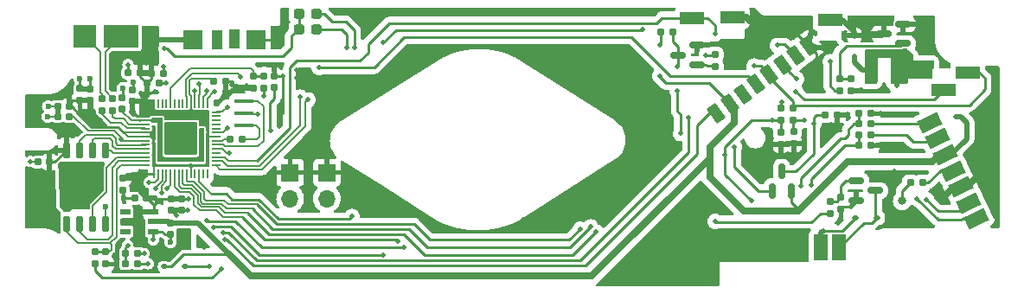
<source format=gbr>
%TF.GenerationSoftware,KiCad,Pcbnew,(7.0.0)*%
%TF.CreationDate,2023-05-05T15:28:03+08:00*%
%TF.ProjectId,opsx_x,6f707378-5f78-42e6-9b69-6361645f7063,2*%
%TF.SameCoordinates,PX18392c0PY51a2700*%
%TF.FileFunction,Copper,L1,Top*%
%TF.FilePolarity,Positive*%
%FSLAX46Y46*%
G04 Gerber Fmt 4.6, Leading zero omitted, Abs format (unit mm)*
G04 Created by KiCad (PCBNEW (7.0.0)) date 2023-05-05 15:28:03*
%MOMM*%
%LPD*%
G01*
G04 APERTURE LIST*
G04 Aperture macros list*
%AMRoundRect*
0 Rectangle with rounded corners*
0 $1 Rounding radius*
0 $2 $3 $4 $5 $6 $7 $8 $9 X,Y pos of 4 corners*
0 Add a 4 corners polygon primitive as box body*
4,1,4,$2,$3,$4,$5,$6,$7,$8,$9,$2,$3,0*
0 Add four circle primitives for the rounded corners*
1,1,$1+$1,$2,$3*
1,1,$1+$1,$4,$5*
1,1,$1+$1,$6,$7*
1,1,$1+$1,$8,$9*
0 Add four rect primitives between the rounded corners*
20,1,$1+$1,$2,$3,$4,$5,0*
20,1,$1+$1,$4,$5,$6,$7,0*
20,1,$1+$1,$6,$7,$8,$9,0*
20,1,$1+$1,$8,$9,$2,$3,0*%
%AMRotRect*
0 Rectangle, with rotation*
0 The origin of the aperture is its center*
0 $1 length*
0 $2 width*
0 $3 Rotation angle, in degrees counterclockwise*
0 Add horizontal line*
21,1,$1,$2,0,0,$3*%
G04 Aperture macros list end*
%TA.AperFunction,SMDPad,CuDef*%
%ADD10R,1.000001X0.599999*%
%TD*%
%TA.AperFunction,SMDPad,CuDef*%
%ADD11RotRect,1.780000X1.060000X126.000000*%
%TD*%
%TA.AperFunction,ComponentPad*%
%ADD12R,1.950000X1.950000*%
%TD*%
%TA.AperFunction,SMDPad,CuDef*%
%ADD13RotRect,2.159000X1.310000X26.000000*%
%TD*%
%TA.AperFunction,SMDPad,CuDef*%
%ADD14R,2.413000X1.143000*%
%TD*%
%TA.AperFunction,ComponentPad*%
%ADD15R,1.050000X1.950000*%
%TD*%
%TA.AperFunction,SMDPad,CuDef*%
%ADD16R,1.371600X2.540000*%
%TD*%
%TA.AperFunction,SMDPad,CuDef*%
%ADD17R,1.143000X2.413000*%
%TD*%
%TA.AperFunction,ComponentPad*%
%ADD18R,3.500000X2.310000*%
%TD*%
%TA.AperFunction,ComponentPad*%
%ADD19R,2.310000X2.310000*%
%TD*%
%TA.AperFunction,SMDPad,CuDef*%
%ADD20RoundRect,0.112500X-0.187500X-0.112500X0.187500X-0.112500X0.187500X0.112500X-0.187500X0.112500X0*%
%TD*%
%TA.AperFunction,SMDPad,CuDef*%
%ADD21RoundRect,0.160000X-0.160000X0.197500X-0.160000X-0.197500X0.160000X-0.197500X0.160000X0.197500X0*%
%TD*%
%TA.AperFunction,SMDPad,CuDef*%
%ADD22RoundRect,0.160000X0.197500X0.160000X-0.197500X0.160000X-0.197500X-0.160000X0.197500X-0.160000X0*%
%TD*%
%TA.AperFunction,SMDPad,CuDef*%
%ADD23RoundRect,0.155000X0.155000X-0.212500X0.155000X0.212500X-0.155000X0.212500X-0.155000X-0.212500X0*%
%TD*%
%TA.AperFunction,SMDPad,CuDef*%
%ADD24RoundRect,0.160000X-0.197500X-0.160000X0.197500X-0.160000X0.197500X0.160000X-0.197500X0.160000X0*%
%TD*%
%TA.AperFunction,SMDPad,CuDef*%
%ADD25RoundRect,0.160000X0.160000X-0.197500X0.160000X0.197500X-0.160000X0.197500X-0.160000X-0.197500X0*%
%TD*%
%TA.AperFunction,SMDPad,CuDef*%
%ADD26RoundRect,0.150000X0.150000X-0.587500X0.150000X0.587500X-0.150000X0.587500X-0.150000X-0.587500X0*%
%TD*%
%TA.AperFunction,SMDPad,CuDef*%
%ADD27RoundRect,0.150000X0.587500X0.150000X-0.587500X0.150000X-0.587500X-0.150000X0.587500X-0.150000X0*%
%TD*%
%TA.AperFunction,SMDPad,CuDef*%
%ADD28RoundRect,0.150000X-0.587500X-0.150000X0.587500X-0.150000X0.587500X0.150000X-0.587500X0.150000X0*%
%TD*%
%TA.AperFunction,SMDPad,CuDef*%
%ADD29RoundRect,0.155000X-0.155000X0.212500X-0.155000X-0.212500X0.155000X-0.212500X0.155000X0.212500X0*%
%TD*%
%TA.AperFunction,SMDPad,CuDef*%
%ADD30RoundRect,0.155000X0.212500X0.155000X-0.212500X0.155000X-0.212500X-0.155000X0.212500X-0.155000X0*%
%TD*%
%TA.AperFunction,SMDPad,CuDef*%
%ADD31RoundRect,0.155000X-0.212500X-0.155000X0.212500X-0.155000X0.212500X0.155000X-0.212500X0.155000X0*%
%TD*%
%TA.AperFunction,SMDPad,CuDef*%
%ADD32R,1.900000X0.400000*%
%TD*%
%TA.AperFunction,SMDPad,CuDef*%
%ADD33RoundRect,0.112500X0.112500X-0.187500X0.112500X0.187500X-0.112500X0.187500X-0.112500X-0.187500X0*%
%TD*%
%TA.AperFunction,SMDPad,CuDef*%
%ADD34RoundRect,0.237500X0.287500X0.237500X-0.287500X0.237500X-0.287500X-0.237500X0.287500X-0.237500X0*%
%TD*%
%TA.AperFunction,ComponentPad*%
%ADD35R,1.700000X1.700000*%
%TD*%
%TA.AperFunction,ComponentPad*%
%ADD36O,1.700000X1.700000*%
%TD*%
%TA.AperFunction,SMDPad,CuDef*%
%ADD37RoundRect,0.150000X0.150000X-0.650000X0.150000X0.650000X-0.150000X0.650000X-0.150000X-0.650000X0*%
%TD*%
%TA.AperFunction,SMDPad,CuDef*%
%ADD38RoundRect,0.050000X0.050000X-0.387500X0.050000X0.387500X-0.050000X0.387500X-0.050000X-0.387500X0*%
%TD*%
%TA.AperFunction,SMDPad,CuDef*%
%ADD39RoundRect,0.050000X0.387500X-0.050000X0.387500X0.050000X-0.387500X0.050000X-0.387500X-0.050000X0*%
%TD*%
%TA.AperFunction,ComponentPad*%
%ADD40C,0.600000*%
%TD*%
%TA.AperFunction,SMDPad,CuDef*%
%ADD41RoundRect,0.144000X1.456000X-1.456000X1.456000X1.456000X-1.456000X1.456000X-1.456000X-1.456000X0*%
%TD*%
%TA.AperFunction,ViaPad*%
%ADD42C,0.510000*%
%TD*%
%TA.AperFunction,ViaPad*%
%ADD43C,0.600000*%
%TD*%
%TA.AperFunction,ViaPad*%
%ADD44C,0.800000*%
%TD*%
%TA.AperFunction,Conductor*%
%ADD45C,0.254000*%
%TD*%
%TA.AperFunction,Conductor*%
%ADD46C,0.200000*%
%TD*%
%TA.AperFunction,Conductor*%
%ADD47C,0.700000*%
%TD*%
%TA.AperFunction,Conductor*%
%ADD48C,0.127000*%
%TD*%
%TA.AperFunction,Conductor*%
%ADD49C,0.508000*%
%TD*%
%TA.AperFunction,Conductor*%
%ADD50C,0.500000*%
%TD*%
%TA.AperFunction,Conductor*%
%ADD51C,0.250000*%
%TD*%
G04 APERTURE END LIST*
D10*
%TO.P,U2,1,GND*%
%TO.N,GND*%
X12800000Y5655998D03*
%TO.P,U2,2,IN*%
%TO.N,VCC*%
X12800000Y6605999D03*
%TO.P,U2,3,OUT*%
%TO.N,+3.3V*%
X12800000Y7555997D03*
%TO.P,U2,4,NC*%
%TO.N,unconnected-(U2-NC-Pad4)*%
X10050000Y7555997D03*
%TO.P,U2,5,NC*%
%TO.N,unconnected-(U2-NC-Pad5)*%
X10050000Y5655998D03*
%TD*%
D11*
%TO.P,sx1,FF,FF*%
%TO.N,/FF*%
X70508972Y19129942D03*
%TO.P,sx1,FT,FT*%
%TO.N,/FT*%
X71803399Y20070399D03*
D12*
%TO.P,sx1,GND,GND*%
%TO.N,GND*%
X22832199Y24439199D03*
D11*
X76981108Y23832224D03*
D13*
X91843999Y10011999D03*
D11*
%TO.P,sx1,GTD,GTD*%
%TO.N,/GTD-6*%
X67920117Y17249029D03*
D13*
%TO.P,sx1,MOTOR,MOTOR*%
%TO.N,/MOTOR*%
X91076849Y11584889D03*
D14*
%TO.P,sx1,S1C,S1C*%
%TO.N,VCC*%
X87850917Y21206118D03*
%TO.P,sx1,S1F,S1F*%
%TO.N,/S1F*%
X90177599Y19522399D03*
D11*
%TO.P,sx1,S1F_FPC,S1F_FPC*%
%TO.N,/S1F_FPC*%
X74392253Y21951311D03*
%TO.P,sx1,S1T,S1T*%
%TO.N,/S1T*%
X73097826Y21010855D03*
D14*
X92555199Y21238799D03*
D11*
%TO.P,sx1,S2,S2*%
%TO.N,/S2*%
X75686680Y22891768D03*
D14*
%TO.P,sx1,S2+,S2+*%
X65539702Y26572321D03*
%TO.P,sx1,S2-,S2-*%
%TO.N,GND*%
X69501999Y26608999D03*
D13*
%TO.P,sx1,S3,S3*%
%TO.N,/S3*%
X92611148Y8439109D03*
%TO.P,sx1,S5,S5*%
%TO.N,/S5*%
X93378298Y6866220D03*
%TO.P,sx1,S8,S8*%
%TO.N,/S8*%
X88775401Y16303557D03*
%TO.P,sx1,S9,S9*%
%TO.N,/S9*%
X89542550Y14730668D03*
D15*
%TO.P,sx1,SCL,SCL*%
%TO.N,/SCL1*%
X19047599Y24439199D03*
%TO.P,sx1,SDA,SDA*%
%TO.N,/SDA1*%
X20698599Y24464599D03*
D16*
%TO.P,sx1,SOL1+,SOL1+*%
%TO.N,VCC*%
X78178799Y4068399D03*
%TO.P,sx1,SOL1-,SOL1-*%
%TO.N,/SOL1-*%
X79956799Y4068399D03*
D17*
%TO.P,sx1,SOL2+,SOL2+*%
%TO.N,VCC*%
X83102280Y21451999D03*
X85559399Y21451999D03*
D14*
%TO.P,sx1,SOL2-,SOL2-*%
%TO.N,/SOL2-*%
X79056286Y26357168D03*
D18*
%TO.P,sx1,UDN,UD-*%
%TO.N,/USB_D-*%
X9624199Y24769399D03*
D19*
%TO.P,sx1,UDP,UD+*%
%TO.N,/USB_D+*%
X6083593Y24798571D03*
D11*
%TO.P,sx1,VCC,VCC*%
%TO.N,VCC*%
X69214544Y18189486D03*
D13*
X90309700Y13157778D03*
D12*
%TO.P,sx1,VO,VO*%
%TO.N,+3.3V*%
X16685399Y24426499D03*
%TD*%
D20*
%TO.P,D1,1,K*%
%TO.N,VCC*%
X13850000Y2200000D03*
%TO.P,D1,2,A*%
%TO.N,VBUS*%
X15950000Y2200000D03*
%TD*%
D21*
%TO.P,R10,1*%
%TO.N,/FT-3*%
X22600000Y20897500D03*
%TO.P,R10,2*%
%TO.N,GND*%
X22600000Y19702500D03*
%TD*%
D22*
%TO.P,R35,1*%
%TO.N,/XOUT*%
X21472500Y14650000D03*
%TO.P,R35,2*%
%TO.N,Net-(U1-XOUT)*%
X20277500Y14650000D03*
%TD*%
D23*
%TO.P,C8,1*%
%TO.N,+3.3V*%
X6625000Y18482500D03*
%TO.P,C8,2*%
%TO.N,GND*%
X6625000Y19617500D03*
%TD*%
D24*
%TO.P,R12,1*%
%TO.N,+3.3V*%
X12177500Y20150000D03*
%TO.P,R12,2*%
%TO.N,/SCL0*%
X13372500Y20150000D03*
%TD*%
%TO.P,R34,1*%
%TO.N,Net-(D5-A)*%
X10327500Y21175000D03*
%TO.P,R34,2*%
%TO.N,+3.3V*%
X11522500Y21175000D03*
%TD*%
D25*
%TO.P,R1,1*%
%TO.N,Net-(U1-USB_DP)*%
X7784000Y17502500D03*
%TO.P,R1,2*%
%TO.N,/USB_D+*%
X7784000Y18697500D03*
%TD*%
D26*
%TO.P,Q3,1,G*%
%TO.N,Net-(Q3-G)*%
X73375000Y9637500D03*
%TO.P,Q3,2,S*%
%TO.N,VCC*%
X75275000Y9637500D03*
%TO.P,Q3,3,D*%
%TO.N,/S1F_FPC*%
X74325000Y11512500D03*
%TD*%
D27*
%TO.P,Q2,1,G*%
%TO.N,Net-(Q2-G)*%
X86187500Y24050000D03*
%TO.P,Q2,2,S*%
%TO.N,GND*%
X86187500Y25950000D03*
%TO.P,Q2,3,D*%
%TO.N,/SOL2-*%
X84312500Y25000000D03*
%TD*%
D25*
%TO.P,R25,1*%
%TO.N,GND*%
X81100000Y19427500D03*
%TO.P,R25,2*%
%TO.N,Net-(Q2-G)*%
X81100000Y20622500D03*
%TD*%
D28*
%TO.P,Q1,1,G*%
%TO.N,Net-(Q1-G)*%
X81637500Y10600000D03*
%TO.P,Q1,2,S*%
%TO.N,GND*%
X81637500Y8700000D03*
%TO.P,Q1,3,D*%
%TO.N,/SOL1-*%
X83512500Y9650000D03*
%TD*%
D21*
%TO.P,R15,2*%
%TO.N,/S1F-3*%
X74275000Y16527500D03*
%TO.P,R15,1*%
%TO.N,/S1F*%
X74275000Y17722500D03*
%TD*%
D27*
%TO.P,Q4,1,B*%
%TO.N,Net-(Q4-B)*%
X66040000Y21978000D03*
%TO.P,Q4,2,E*%
%TO.N,GND*%
X66040000Y23878000D03*
%TO.P,Q4,3,C*%
%TO.N,Net-(Q3-G)*%
X64165000Y22928000D03*
%TD*%
D29*
%TO.P,C4,1*%
%TO.N,VCC*%
X14484000Y6467500D03*
%TO.P,C4,2*%
%TO.N,GND*%
X14484000Y5332500D03*
%TD*%
D30*
%TO.P,C14,1*%
%TO.N,+3.3V*%
X2617500Y12450000D03*
%TO.P,C14,2*%
%TO.N,GND*%
X1482500Y12450000D03*
%TD*%
D25*
%TO.P,R31,1*%
%TO.N,Net-(Q4-B)*%
X67800000Y21777500D03*
%TO.P,R31,2*%
%TO.N,/S1F_PF_MCU*%
X67800000Y22972500D03*
%TD*%
D23*
%TO.P,C6,1*%
%TO.N,+3.3V*%
X5625000Y18507500D03*
%TO.P,C6,2*%
%TO.N,GND*%
X5625000Y19642500D03*
%TD*%
D24*
%TO.P,R32,1*%
%TO.N,VCC*%
X62452500Y25175000D03*
%TO.P,R32,2*%
%TO.N,Net-(Q3-G)*%
X63647500Y25175000D03*
%TD*%
D21*
%TO.P,R16,1*%
%TO.N,/S1F-3*%
X74275000Y15372500D03*
%TO.P,R16,2*%
%TO.N,GND*%
X74275000Y14177500D03*
%TD*%
D23*
%TO.P,C2,1*%
%TO.N,+1V1*%
X24600000Y19757500D03*
%TO.P,C2,2*%
%TO.N,GND*%
X24600000Y20892500D03*
%TD*%
D22*
%TO.P,R6,1*%
%TO.N,/GTD-6*%
X11300000Y2500000D03*
%TO.P,R6,2*%
%TO.N,/GTD-3*%
X10105000Y2500000D03*
%TD*%
D21*
%TO.P,R14,1*%
%TO.N,/S1T-3*%
X75500000Y15447500D03*
%TO.P,R14,2*%
%TO.N,GND*%
X75500000Y14252500D03*
%TD*%
D31*
%TO.P,C10,1*%
%TO.N,+3.3V*%
X18736500Y20322000D03*
%TO.P,C10,2*%
%TO.N,GND*%
X19871500Y20322000D03*
%TD*%
D25*
%TO.P,R23,1*%
%TO.N,GND*%
X80100000Y7786500D03*
%TO.P,R23,2*%
%TO.N,Net-(Q1-G)*%
X80100000Y8981500D03*
%TD*%
D32*
%TO.P,Y1,1,1*%
%TO.N,/XOUT*%
X21699999Y16049999D03*
%TO.P,Y1,2,2*%
%TO.N,GND*%
X21699999Y17249999D03*
%TO.P,Y1,3,3*%
%TO.N,/XIN*%
X21699999Y18449999D03*
%TD*%
D33*
%TO.P,D4,1,K*%
%TO.N,VCC*%
X81425000Y22750000D03*
%TO.P,D4,2,A*%
%TO.N,/SOL2-*%
X81425000Y24850000D03*
%TD*%
D24*
%TO.P,R18,1*%
%TO.N,/S8-3*%
X81902500Y17200000D03*
%TO.P,R18,2*%
%TO.N,GND*%
X83097500Y17200000D03*
%TD*%
%TO.P,R5,1*%
%TO.N,/GTD-3*%
X10105000Y3500000D03*
%TO.P,R5,2*%
%TO.N,GND*%
X11300000Y3500000D03*
%TD*%
D22*
%TO.P,R19,1*%
%TO.N,/S9*%
X83072500Y15100000D03*
%TO.P,R19,2*%
%TO.N,/S9-3*%
X81877500Y15100000D03*
%TD*%
D34*
%TO.P,D5,1,K*%
%TO.N,/LED1*%
X28815000Y25402000D03*
%TO.P,D5,2,A*%
%TO.N,Net-(D5-A)*%
X27065000Y25402000D03*
%TD*%
D35*
%TO.P,J1,1,Pin_1*%
%TO.N,GND*%
X29799999Y11424999D03*
D36*
%TO.P,J1,2,Pin_2*%
%TO.N,/~{USB_BOOT}*%
X29799999Y8884999D03*
%TD*%
D34*
%TO.P,D6,1,K*%
%TO.N,/LED2*%
X28815000Y26926000D03*
%TO.P,D6,2,A*%
%TO.N,Net-(D5-A)*%
X27065000Y26926000D03*
%TD*%
D25*
%TO.P,R9,1*%
%TO.N,/FT*%
X23625000Y19702500D03*
%TO.P,R9,2*%
%TO.N,/FT-3*%
X23625000Y20897500D03*
%TD*%
D22*
%TO.P,R17,1*%
%TO.N,/S8*%
X83097500Y16175000D03*
%TO.P,R17,2*%
%TO.N,/S8-3*%
X81902500Y16175000D03*
%TD*%
D30*
%TO.P,C12,1*%
%TO.N,+3.3V*%
X4567500Y17900000D03*
%TO.P,C12,2*%
%TO.N,GND*%
X3432500Y17900000D03*
%TD*%
D20*
%TO.P,D3,1,K*%
%TO.N,VCC*%
X81525000Y7000000D03*
%TO.P,D3,2,A*%
%TO.N,/SOL1-*%
X83625000Y7000000D03*
%TD*%
D22*
%TO.P,R33,1*%
%TO.N,GND*%
X79772500Y17075000D03*
%TO.P,R33,2*%
%TO.N,/S1F_FPC*%
X78577500Y17075000D03*
%TD*%
D25*
%TO.P,R24,1*%
%TO.N,/SOL2_MCU*%
X80000000Y19427500D03*
%TO.P,R24,2*%
%TO.N,Net-(Q2-G)*%
X80000000Y20622500D03*
%TD*%
D37*
%TO.P,U3,1,~{CS}*%
%TO.N,/QSPI_SS*%
X4295000Y6400000D03*
%TO.P,U3,2,DO(IO1)*%
%TO.N,/QSPI_SD1*%
X5565000Y6400000D03*
%TO.P,U3,3,IO2*%
%TO.N,/QSPI_SD2*%
X6835000Y6400000D03*
%TO.P,U3,4,GND*%
%TO.N,GND*%
X8105000Y6400000D03*
%TO.P,U3,5,DI(IO0)*%
%TO.N,/QSPI_SD0*%
X8105000Y13600000D03*
%TO.P,U3,6,CLK*%
%TO.N,/QSPI_SCLK*%
X6835000Y13600000D03*
%TO.P,U3,7,IO3*%
%TO.N,/QSPI_SD3*%
X5565000Y13600000D03*
%TO.P,U3,8,VCC*%
%TO.N,+3.3V*%
X4295000Y13600000D03*
%TD*%
D29*
%TO.P,C7,1*%
%TO.N,+3.3V*%
X9850000Y10867500D03*
%TO.P,C7,2*%
%TO.N,GND*%
X9850000Y9732500D03*
%TD*%
D23*
%TO.P,C1,1*%
%TO.N,+1V1*%
X9775000Y17632500D03*
%TO.P,C1,2*%
%TO.N,GND*%
X9775000Y18767500D03*
%TD*%
D25*
%TO.P,R2,1*%
%TO.N,Net-(U1-USB_DM)*%
X8800000Y17502500D03*
%TO.P,R2,2*%
%TO.N,/USB_D-*%
X8800000Y18697500D03*
%TD*%
D24*
%TO.P,R21,1*%
%TO.N,Net-(U1-GPIO5)*%
X86930000Y10416000D03*
%TO.P,R21,2*%
%TO.N,/MOTOR*%
X88125000Y10416000D03*
%TD*%
D35*
%TO.P,J3,1,Pin_1*%
%TO.N,GND*%
X26199999Y11424999D03*
D36*
%TO.P,J3,2,Pin_2*%
%TO.N,VBUS*%
X26199999Y8884999D03*
%TD*%
D24*
%TO.P,R11,1*%
%TO.N,+3.3V*%
X12602500Y21150000D03*
%TO.P,R11,2*%
%TO.N,/SDA0*%
X13797500Y21150000D03*
%TD*%
D25*
%TO.P,R4,1*%
%TO.N,+3.3V*%
X8128000Y2452500D03*
%TO.P,R4,2*%
%TO.N,/QSPI_SS*%
X8128000Y3647500D03*
%TD*%
D21*
%TO.P,R13,2*%
%TO.N,/S1T-3*%
X75475000Y16527500D03*
%TO.P,R13,1*%
%TO.N,/S1T*%
X75475000Y17722500D03*
%TD*%
D30*
%TO.P,C3,1*%
%TO.N,+1V1*%
X4567500Y16900000D03*
%TO.P,C3,2*%
%TO.N,GND*%
X3432500Y16900000D03*
%TD*%
D24*
%TO.P,R20,1*%
%TO.N,/S9-3*%
X81852500Y14075000D03*
%TO.P,R20,2*%
%TO.N,GND*%
X83047500Y14075000D03*
%TD*%
D29*
%TO.P,C9,1*%
%TO.N,+3.3V*%
X14600000Y8867500D03*
%TO.P,C9,2*%
%TO.N,GND*%
X14600000Y7732500D03*
%TD*%
D23*
%TO.P,C13,1*%
%TO.N,+3.3V*%
X10775000Y18407500D03*
%TO.P,C13,2*%
%TO.N,GND*%
X10775000Y19542500D03*
%TD*%
D30*
%TO.P,C5,1*%
%TO.N,+3.3V*%
X12117500Y8900000D03*
%TO.P,C5,2*%
%TO.N,GND*%
X10982500Y8900000D03*
%TD*%
D38*
%TO.P,U1,1,IOVDD*%
%TO.N,+3.3V*%
X12887500Y11300000D03*
%TO.P,U1,2,GPIO0*%
%TO.N,/GTD-3*%
X13287500Y11300000D03*
%TO.P,U1,3,GPIO1*%
%TO.N,/S1T-3*%
X13687500Y11300000D03*
%TO.P,U1,4,GPIO2*%
%TO.N,/S1F-3*%
X14087500Y11300000D03*
%TO.P,U1,5,GPIO3*%
%TO.N,/S9-3*%
X14487500Y11300000D03*
%TO.P,U1,6,GPIO4*%
%TO.N,/S8-3*%
X14887500Y11300000D03*
%TO.P,U1,7,GPIO5*%
%TO.N,Net-(U1-GPIO5)*%
X15287500Y11300000D03*
%TO.P,U1,8,GPIO6*%
%TO.N,/S5*%
X15687500Y11300000D03*
%TO.P,U1,9,GPIO7*%
%TO.N,/S3*%
X16087500Y11300000D03*
%TO.P,U1,10,IOVDD*%
%TO.N,+3.3V*%
X16487500Y11300000D03*
%TO.P,U1,11,GPIO8*%
%TO.N,unconnected-(U1-GPIO8-Pad11)*%
X16887500Y11300000D03*
%TO.P,U1,12,GPIO9*%
%TO.N,/SOL1_MCU*%
X17287500Y11300000D03*
%TO.P,U1,13,GPIO10*%
%TO.N,unconnected-(U1-GPIO10-Pad13)*%
X17687500Y11300000D03*
%TO.P,U1,14,GPIO11*%
%TO.N,unconnected-(U1-GPIO11-Pad14)*%
X18087500Y11300000D03*
D39*
%TO.P,U1,15,GPIO12*%
%TO.N,/LED2*%
X18925000Y12137500D03*
%TO.P,U1,16,GPIO13*%
%TO.N,/LED1*%
X18925000Y12537500D03*
%TO.P,U1,17,GPIO14*%
%TO.N,/S2*%
X18925000Y12937500D03*
%TO.P,U1,18,GPIO15*%
%TO.N,unconnected-(U1-GPIO15-Pad18)*%
X18925000Y13337500D03*
%TO.P,U1,19,TESTEN*%
%TO.N,GND*%
X18925000Y13737500D03*
%TO.P,U1,20,XIN*%
%TO.N,/XIN*%
X18925000Y14137500D03*
%TO.P,U1,21,XOUT*%
%TO.N,Net-(U1-XOUT)*%
X18925000Y14537500D03*
%TO.P,U1,22,IOVDD*%
%TO.N,+3.3V*%
X18925000Y14937500D03*
%TO.P,U1,23,DVDD*%
%TO.N,+1V1*%
X18925000Y15337500D03*
%TO.P,U1,24,SWCLK*%
%TO.N,unconnected-(U1-SWCLK-Pad24)*%
X18925000Y15737500D03*
%TO.P,U1,25,SWD*%
%TO.N,unconnected-(U1-SWD-Pad25)*%
X18925000Y16137500D03*
%TO.P,U1,26,RUN*%
%TO.N,unconnected-(U1-RUN-Pad26)*%
X18925000Y16537500D03*
%TO.P,U1,27,GPIO16*%
%TO.N,unconnected-(U1-GPIO16-Pad27)*%
X18925000Y16937500D03*
%TO.P,U1,28,GPIO17*%
%TO.N,/SOL2_MCU*%
X18925000Y17337500D03*
D38*
%TO.P,U1,29,GPIO18*%
%TO.N,/SDA1*%
X18087500Y18175000D03*
%TO.P,U1,30,GPIO19*%
%TO.N,/SCL1*%
X17687500Y18175000D03*
%TO.P,U1,31,GPIO20*%
%TO.N,/SDA0*%
X17287500Y18175000D03*
%TO.P,U1,32,GPIO21*%
%TO.N,/SCL0*%
X16887500Y18175000D03*
%TO.P,U1,33,IOVDD*%
%TO.N,+3.3V*%
X16487500Y18175000D03*
%TO.P,U1,34,GPIO22*%
%TO.N,/S1F_PF_MCU*%
X16087500Y18175000D03*
%TO.P,U1,35,GPIO23*%
%TO.N,unconnected-(U1-GPIO23-Pad35)*%
X15687500Y18175000D03*
%TO.P,U1,36,GPIO24*%
%TO.N,unconnected-(U1-GPIO24-Pad36)*%
X15287500Y18175000D03*
%TO.P,U1,37,GPIO25*%
%TO.N,unconnected-(U1-GPIO25-Pad37)*%
X14887500Y18175000D03*
%TO.P,U1,38,GPIO26_ADC0*%
%TO.N,/FT-3*%
X14487500Y18175000D03*
%TO.P,U1,39,GPIO27_ADC1*%
%TO.N,unconnected-(U1-GPIO27_ADC1-Pad39)*%
X14087500Y18175000D03*
%TO.P,U1,40,GPIO28_ADC2*%
%TO.N,unconnected-(U1-GPIO28_ADC2-Pad40)*%
X13687500Y18175000D03*
%TO.P,U1,41,GPIO29_ADC3*%
%TO.N,unconnected-(U1-GPIO29_ADC3-Pad41)*%
X13287500Y18175000D03*
%TO.P,U1,42,IOVDD*%
%TO.N,+3.3V*%
X12887500Y18175000D03*
D39*
%TO.P,U1,43,ADC_AVDD*%
X12050000Y17337500D03*
%TO.P,U1,44,VREG_IN*%
X12050000Y16937500D03*
%TO.P,U1,45,VREG_VOUT*%
%TO.N,+1V1*%
X12050000Y16537500D03*
%TO.P,U1,46,USB_DM*%
%TO.N,Net-(U1-USB_DM)*%
X12050000Y16137500D03*
%TO.P,U1,47,USB_DP*%
%TO.N,Net-(U1-USB_DP)*%
X12050000Y15737500D03*
%TO.P,U1,48,USB_VDD*%
%TO.N,+3.3V*%
X12050000Y15337500D03*
%TO.P,U1,49,IOVDD*%
X12050000Y14937500D03*
%TO.P,U1,50,DVDD*%
%TO.N,+1V1*%
X12050000Y14537500D03*
%TO.P,U1,51,QSPI_SD3*%
%TO.N,/QSPI_SD3*%
X12050000Y14137500D03*
%TO.P,U1,52,QSPI_SCLK*%
%TO.N,/QSPI_SCLK*%
X12050000Y13737500D03*
%TO.P,U1,53,QSPI_SD0*%
%TO.N,/QSPI_SD0*%
X12050000Y13337500D03*
%TO.P,U1,54,QSPI_SD2*%
%TO.N,/QSPI_SD2*%
X12050000Y12937500D03*
%TO.P,U1,55,QSPI_SD1*%
%TO.N,/QSPI_SD1*%
X12050000Y12537500D03*
%TO.P,U1,56,QSPI_SS*%
%TO.N,/QSPI_SS*%
X12050000Y12137500D03*
D40*
%TO.P,U1,57,GND*%
%TO.N,GND*%
X14212500Y13462500D03*
X15487500Y13462500D03*
X16762500Y13462500D03*
X14212500Y14737500D03*
X15487500Y14737500D03*
D41*
X15487500Y14737500D03*
D40*
X16762500Y14737500D03*
X14212500Y16012500D03*
X15487500Y16012500D03*
X16762500Y16012500D03*
%TD*%
D25*
%TO.P,R3,1*%
%TO.N,/~{USB_BOOT}*%
X7112000Y2452500D03*
%TO.P,R3,2*%
%TO.N,/QSPI_SS*%
X7112000Y3647500D03*
%TD*%
%TO.P,R22,1*%
%TO.N,/SOL1_MCU*%
X79075000Y7436500D03*
%TO.P,R22,2*%
%TO.N,Net-(Q1-G)*%
X79075000Y8631500D03*
%TD*%
D29*
%TO.P,C11,1*%
%TO.N,+3.3V*%
X15575000Y8867500D03*
%TO.P,C11,2*%
%TO.N,GND*%
X15575000Y7732500D03*
%TD*%
D42*
%TO.N,GND*%
X22075000Y10500000D03*
X21150000Y10500000D03*
X20125000Y10500000D03*
X21225000Y19500000D03*
X26875000Y20675000D03*
X27625000Y21475000D03*
X26875000Y21475000D03*
X31350000Y18825000D03*
X29600000Y17175000D03*
X63075000Y13350000D03*
X61625000Y11850000D03*
X59825000Y10150000D03*
X85325000Y11525000D03*
X85525000Y6950000D03*
X94525000Y15075000D03*
X94525000Y16800000D03*
X88200000Y25075000D03*
X88200000Y24025000D03*
%TO.N,/S1F-3*%
X68775000Y13175000D03*
X73375000Y16527500D03*
%TO.N,Net-(Q3-G)*%
X64100000Y19425000D03*
X64100000Y21775000D03*
%TO.N,/SCL0*%
X14050000Y20150000D03*
%TO.N,/SDA0*%
X13800000Y21775000D03*
%TO.N,GND*%
X24900000Y24450000D03*
%TO.N,Net-(D5-A)*%
X13850000Y23582000D03*
%TO.N,GND*%
X82025000Y19425000D03*
X80625000Y17050000D03*
%TO.N,VCC*%
X91325000Y16875000D03*
%TO.N,GND*%
X84050000Y14075000D03*
%TO.N,/S9-3*%
X77175000Y10200000D03*
%TO.N,GND*%
X83975000Y17200000D03*
%TO.N,/S8-3*%
X76225000Y10150000D03*
%TO.N,GND*%
X74275000Y13475000D03*
%TO.N,/S1F_PF_MCU*%
X66925000Y22875000D03*
%TO.N,/S1T-3*%
X76500000Y16525000D03*
%TO.N,/S1F_FPC*%
X77450000Y16200000D03*
%TO.N,/S1F*%
X74300000Y18350000D03*
%TO.N,/SDA1*%
X18800000Y19300000D03*
%TO.N,/SCL1*%
X18025000Y19450000D03*
%TO.N,+1V1*%
X24300000Y15500000D03*
X20100000Y15775000D03*
X17542000Y15376456D03*
X13433000Y14488500D03*
X9645000Y14647000D03*
%TO.N,GND*%
X87475000Y6425000D03*
X67310000Y2288000D03*
X87725000Y25925000D03*
X20525000Y20050000D03*
X25450000Y20830000D03*
X12800001Y4849999D03*
X81150000Y8075000D03*
X94300000Y11850000D03*
X25400000Y17218500D03*
X23000000Y17100000D03*
X79850000Y6475000D03*
X25654000Y25656000D03*
X16175000Y7732500D03*
D43*
X9900000Y8925000D03*
D42*
X58674000Y27180000D03*
X69088000Y3558000D03*
D43*
X5609000Y20574000D03*
D42*
X57658000Y27180000D03*
X67310000Y1018000D03*
X800000Y12500000D03*
D43*
X8100000Y8050000D03*
D42*
X6425000Y8625000D03*
X17780000Y4066000D03*
X20225000Y13325000D03*
D43*
X10800000Y20275000D03*
D42*
X11900000Y3500000D03*
X4000000Y11925000D03*
D43*
X6625000Y20574000D03*
X2501000Y17910000D03*
D42*
X69088000Y5590000D03*
D43*
X2476000Y16900000D03*
X9809000Y19683500D03*
D44*
X75550000Y25450000D03*
D42*
X21900000Y19900000D03*
X7275000Y9450000D03*
D43*
X14484000Y4600000D03*
D42*
X70612000Y5590000D03*
X70612000Y3558000D03*
D44*
X90150000Y9000000D03*
D42*
X65532000Y1018000D03*
X71500000Y26000000D03*
X15100000Y7204500D03*
%TO.N,VCC*%
X78375000Y5750000D03*
X75946000Y7622000D03*
X85559400Y19915600D03*
X62375000Y23875000D03*
X62375000Y20875000D03*
%TO.N,/S8-3*%
X36703000Y4701000D03*
%TO.N,/S3*%
X54579817Y5874183D03*
X88514500Y8760500D03*
%TO.N,/S5*%
X55626000Y6098000D03*
X87581500Y8843500D03*
%TO.N,+3.3V*%
X10823996Y17323996D03*
X16267500Y8867500D03*
X17200000Y17100000D03*
X7600000Y16560455D03*
D44*
X11500000Y11237500D03*
D42*
X16487705Y12051044D03*
%TO.N,/~{USB_BOOT}*%
X19450000Y2000000D03*
%TO.N,Net-(U1-GPIO5)*%
X56134000Y5590000D03*
D44*
X86106000Y8638000D03*
D42*
%TO.N,/S9-3*%
X37338000Y4066000D03*
X18037500Y6687500D03*
X14150000Y9900000D03*
%TO.N,/SOL2_MCU*%
X20025000Y17800000D03*
X79075000Y22275000D03*
%TO.N,/GTD-3*%
X12400000Y10450000D03*
X10300000Y4300000D03*
%TO.N,/GTD-6*%
X19832086Y4879530D03*
X12300000Y2500000D03*
%TO.N,VBUS*%
X18325000Y2200000D03*
%TO.N,/FT*%
X23600000Y18900000D03*
X29025000Y21700000D03*
%TO.N,/SCL0*%
X16854162Y19450000D03*
%TO.N,/SDA0*%
X17272000Y20068000D03*
%TO.N,/S1T*%
X71628000Y21846000D03*
%TO.N,/S1T-3*%
X65230000Y16825000D03*
X13000000Y9900000D03*
X19600000Y5550000D03*
%TO.N,/S2*%
X73914000Y23878000D03*
X67800000Y24975000D03*
%TO.N,/S1F*%
X75692000Y19379500D03*
%TO.N,/S1F-3*%
X35306000Y3377500D03*
X13600000Y9450000D03*
X18675000Y6075000D03*
X71374000Y8638000D03*
%TO.N,/S1F_FPC*%
X75775000Y20576000D03*
%TO.N,/SOL1_MCU*%
X67812500Y6637500D03*
X32258000Y7114000D03*
%TO.N,Net-(Q3-G)*%
X64403182Y15242000D03*
X69712500Y13912500D03*
%TO.N,/S1F_PF_MCU*%
X35306000Y24132000D03*
X21350000Y20775000D03*
X60725000Y25402000D03*
%TO.N,Net-(D5-A)*%
X10327500Y22000000D03*
%TO.N,/LED1*%
X27178000Y18798000D03*
X31750000Y23624000D03*
%TO.N,/LED2*%
X32512000Y23624000D03*
X27940000Y18544000D03*
%TD*%
D45*
%TO.N,GND*%
X25450000Y17268500D02*
X25400000Y17218500D01*
X25450000Y20830000D02*
X25450000Y17268500D01*
%TO.N,+1V1*%
X24250000Y15550000D02*
X24300000Y15500000D01*
X24600000Y18625000D02*
X24250000Y18275000D01*
X24250000Y18275000D02*
X24250000Y15550000D01*
X24600000Y19757500D02*
X24600000Y18625000D01*
%TO.N,/S2*%
X62597322Y26572322D02*
X65539703Y26572322D01*
X62075000Y26050000D02*
X62597322Y26572322D01*
X33850000Y24000000D02*
X35900000Y26050000D01*
X33050000Y22350000D02*
X33850000Y23150000D01*
X26825000Y22350000D02*
X33050000Y22350000D01*
X26150000Y21675000D02*
X26825000Y22350000D01*
X33850000Y23150000D02*
X33850000Y24000000D01*
X26150000Y15800000D02*
X26150000Y21675000D01*
X35900000Y26050000D02*
X62075000Y26050000D01*
X22925000Y12575000D02*
X26150000Y15800000D01*
%TO.N,GND*%
X25450000Y20830000D02*
X24662500Y20830000D01*
%TO.N,/FT*%
X63445000Y20830000D02*
X71043800Y20830000D01*
X71043800Y20830000D02*
X71803400Y20070400D01*
X59635000Y24640000D02*
X63445000Y20830000D01*
X34425000Y21700000D02*
X37365000Y24640000D01*
X37365000Y24640000D02*
X59635000Y24640000D01*
X29025000Y21700000D02*
X34425000Y21700000D01*
%TO.N,/S2*%
X67052678Y26572322D02*
X65539703Y26572322D01*
X67800000Y24975000D02*
X67800000Y25825000D01*
X67800000Y25825000D02*
X67052678Y26572322D01*
D46*
%TO.N,/USB_D-*%
X8093484Y23238684D02*
X9624200Y24769400D01*
X8093484Y19404016D02*
X8093484Y23238684D01*
X8800000Y18697500D02*
X8093484Y19404016D01*
%TO.N,/USB_D+*%
X7643482Y23238684D02*
X6083594Y24798572D01*
X7784000Y19077103D02*
X7643482Y19217621D01*
X7784000Y18697500D02*
X7784000Y19077103D01*
X7643482Y19217621D02*
X7643482Y23238684D01*
D45*
%TO.N,Net-(D5-A)*%
X14864880Y22850000D02*
X25475000Y22850000D01*
X13850000Y23582000D02*
X14132880Y23582000D01*
X14132880Y23582000D02*
X14864880Y22850000D01*
X25475000Y22850000D02*
X26298500Y23673500D01*
X26298500Y23673500D02*
X26298500Y24776500D01*
X26298500Y24776500D02*
X26924000Y25402000D01*
X26924000Y25402000D02*
X27065000Y25402000D01*
%TO.N,+3.3V*%
X11522500Y20805000D02*
X12177500Y20150000D01*
X11522500Y21175000D02*
X11522500Y20805000D01*
X12602500Y20575000D02*
X12177500Y20150000D01*
X12602500Y21150000D02*
X12602500Y20575000D01*
%TO.N,GND*%
X10800000Y19467500D02*
X10800000Y20275000D01*
D47*
%TO.N,VCC*%
X67310000Y12956000D02*
X67310000Y13885000D01*
X67310000Y13885000D02*
X69700000Y16275000D01*
X69700000Y17730698D02*
X69040636Y18390062D01*
X69700000Y16275000D02*
X69700000Y17730698D01*
D45*
%TO.N,/S1F-3*%
X68775000Y13175000D02*
X68775000Y13925000D01*
X68775000Y13925000D02*
X71377500Y16527500D01*
X71377500Y16527500D02*
X73375000Y16527500D01*
%TO.N,+3.3V*%
X13433000Y8868000D02*
X14599500Y8868000D01*
X14599500Y8868000D02*
X14600000Y8867500D01*
X12832500Y8267500D02*
X13433000Y8868000D01*
%TO.N,Net-(Q3-G)*%
X69712500Y13912500D02*
X69712500Y11937500D01*
X69712500Y11937500D02*
X72012500Y9637500D01*
X72012500Y9637500D02*
X73375000Y9637500D01*
%TO.N,/S1F-3*%
X68775000Y11237000D02*
X71374000Y8638000D01*
X68775000Y13175000D02*
X68775000Y11237000D01*
X74275000Y16527500D02*
X73375000Y16527500D01*
%TO.N,Net-(Q3-G)*%
X64403182Y17132818D02*
X64403182Y15242000D01*
X64100000Y17436000D02*
X64403182Y17132818D01*
X64100000Y19425000D02*
X64100000Y17436000D01*
%TO.N,VCC*%
X67255698Y20175000D02*
X69040636Y18390062D01*
X62950000Y20175000D02*
X67255698Y20175000D01*
X62375000Y20750000D02*
X62950000Y20175000D01*
X62375000Y20875000D02*
X62375000Y20750000D01*
%TO.N,/S1T-3*%
X20150000Y5550000D02*
X19600000Y5550000D01*
X22904000Y2796000D02*
X20150000Y5550000D01*
X65230000Y13430000D02*
X54596000Y2796000D01*
X54596000Y2796000D02*
X22904000Y2796000D01*
X65230000Y16825000D02*
X65230000Y13430000D01*
%TO.N,Net-(Q3-G)*%
X64165000Y21840000D02*
X64100000Y21775000D01*
X64165000Y22928000D02*
X64165000Y21840000D01*
%TO.N,/LED2*%
X29520500Y26926000D02*
X28815000Y26926000D01*
X30271500Y26175000D02*
X29520500Y26926000D01*
X31650000Y26175000D02*
X30271500Y26175000D01*
X32512000Y25313000D02*
X31650000Y26175000D01*
X32512000Y23624000D02*
X32512000Y25313000D01*
%TO.N,/S1F_PF_MCU*%
X36549000Y25375000D02*
X35306000Y24132000D01*
X60698000Y25375000D02*
X36549000Y25375000D01*
X60725000Y25402000D02*
X60698000Y25375000D01*
D48*
%TO.N,/S2*%
X19787500Y12937500D02*
X18925000Y12937500D01*
X20150000Y12575000D02*
X19787500Y12937500D01*
X22925000Y12575000D02*
X20150000Y12575000D01*
%TO.N,/LED1*%
X20050000Y12075000D02*
X19587500Y12537500D01*
X23200000Y12075000D02*
X20050000Y12075000D01*
X27178000Y16053000D02*
X23200000Y12075000D01*
X19587500Y12537500D02*
X18925000Y12537500D01*
X27178000Y18798000D02*
X27178000Y16053000D01*
%TO.N,/LED2*%
X27686000Y15936000D02*
X23475000Y11725000D01*
X27940000Y18544000D02*
X27686000Y18290000D01*
X27686000Y18290000D02*
X27686000Y15936000D01*
X23475000Y11725000D02*
X19337500Y11725000D01*
X19337500Y11725000D02*
X18925000Y12137500D01*
D45*
%TO.N,/~{USB_BOOT}*%
X19450000Y2000000D02*
X18550000Y1100000D01*
X18550000Y1100000D02*
X7800000Y1100000D01*
X7800000Y1100000D02*
X7112000Y1788000D01*
X7112000Y1788000D02*
X7112000Y2452500D01*
D49*
%TO.N,+3.3V*%
X12602500Y23018500D02*
X12602500Y21150000D01*
D45*
%TO.N,Net-(D5-A)*%
X10327500Y22000000D02*
X10327500Y21175000D01*
%TO.N,/SCL0*%
X14050000Y20150000D02*
X13372500Y20150000D01*
%TO.N,/SDA0*%
X13797500Y21772500D02*
X13800000Y21775000D01*
X13797500Y21150000D02*
X13797500Y21772500D01*
%TO.N,GND*%
X24889200Y24439200D02*
X24900000Y24450000D01*
X22832200Y24439200D02*
X24889200Y24439200D01*
%TO.N,VCC*%
X14550000Y2200000D02*
X13650000Y2200000D01*
X20150000Y3400000D02*
X15750000Y3400000D01*
X15750000Y3400000D02*
X14550000Y2200000D01*
X20200000Y3450000D02*
X20150000Y3400000D01*
%TO.N,VBUS*%
X18325000Y2200000D02*
X16150000Y2200000D01*
%TO.N,/SOL1_MCU*%
X77250000Y6575000D02*
X78111500Y7436500D01*
X67875000Y6575000D02*
X77250000Y6575000D01*
X78111500Y7436500D02*
X79075000Y7436500D01*
X67812500Y6637500D02*
X67875000Y6575000D01*
%TO.N,VCC*%
X62375000Y23875000D02*
X62452500Y23952500D01*
X62452500Y23952500D02*
X62452500Y25175000D01*
%TO.N,Net-(Q3-G)*%
X64165000Y23721000D02*
X64165000Y22928000D01*
X63647500Y24238500D02*
X64165000Y23721000D01*
X63647500Y25175000D02*
X63647500Y24238500D01*
%TO.N,/S1F_FPC*%
X74337500Y11525000D02*
X74325000Y11512500D01*
X75700000Y11525000D02*
X74337500Y11525000D01*
X77450000Y13275000D02*
X75700000Y11525000D01*
X77450000Y16200000D02*
X77450000Y13275000D01*
%TO.N,VCC*%
X75946000Y7804000D02*
X75946000Y7622000D01*
X75275000Y9637500D02*
X75275000Y8475000D01*
X75275000Y8475000D02*
X75946000Y7804000D01*
%TO.N,/S8-3*%
X80850000Y15650000D02*
X81375000Y16175000D01*
X80075000Y14750000D02*
X80500000Y14750000D01*
X76225000Y10900000D02*
X80075000Y14750000D01*
X80850000Y15100000D02*
X80850000Y15650000D01*
X76225000Y10150000D02*
X76225000Y10900000D01*
X80500000Y14750000D02*
X80850000Y15100000D01*
X81375000Y16175000D02*
X81902500Y16175000D01*
%TO.N,/S9-3*%
X80500000Y14075000D02*
X81852500Y14075000D01*
X77175000Y10750000D02*
X80500000Y14075000D01*
X77175000Y10200000D02*
X77175000Y10750000D01*
%TO.N,GND*%
X77724000Y22443500D02*
X77216000Y21935500D01*
X75550000Y25263334D02*
X77724000Y23089334D01*
X77724000Y23089334D02*
X77724000Y22443500D01*
X75550000Y25450000D02*
X75550000Y25263334D01*
%TO.N,/S2*%
X74578450Y24000000D02*
X75686681Y22891769D01*
X74036000Y24000000D02*
X74578450Y24000000D01*
X73914000Y23878000D02*
X74036000Y24000000D01*
%TO.N,/S1F_FPC*%
X75032232Y21338000D02*
X74218345Y22151887D01*
X75032232Y21318768D02*
X75032232Y21338000D01*
X75775000Y20576000D02*
X75032232Y21318768D01*
%TO.N,GND*%
X82022500Y19427500D02*
X82025000Y19425000D01*
X81100000Y19427500D02*
X82022500Y19427500D01*
%TO.N,/SOL2_MCU*%
X79050000Y22250000D02*
X79075000Y22275000D01*
X79050000Y19900000D02*
X79050000Y22250000D01*
X79522500Y19427500D02*
X79050000Y19900000D01*
X80000000Y19427500D02*
X79522500Y19427500D01*
%TO.N,GND*%
X80600000Y17075000D02*
X80625000Y17050000D01*
X79772500Y17075000D02*
X80600000Y17075000D01*
%TO.N,/S1F_FPC*%
X77725000Y17075000D02*
X78577500Y17075000D01*
X77450000Y16800000D02*
X77725000Y17075000D01*
X77450000Y16200000D02*
X77450000Y16800000D01*
%TO.N,Net-(Q2-G)*%
X80000000Y23122500D02*
X80000000Y20622500D01*
X80675000Y23797500D02*
X80000000Y23122500D01*
X85935000Y23797500D02*
X80675000Y23797500D01*
X86187500Y24050000D02*
X85935000Y23797500D01*
X81100000Y20622500D02*
X80000000Y20622500D01*
%TO.N,/S1F*%
X89230200Y18575000D02*
X90177600Y19522400D01*
X76496500Y18575000D02*
X89230200Y18575000D01*
X75692000Y19379500D02*
X76496500Y18575000D01*
%TO.N,/S1T*%
X94234000Y20666000D02*
X93661200Y21238800D01*
X92670000Y17996000D02*
X94234000Y19560000D01*
X94234000Y19560000D02*
X94234000Y20666000D01*
X93661200Y21238800D02*
X92555200Y21238800D01*
X75748500Y17996000D02*
X92670000Y17996000D01*
X75475000Y17722500D02*
X75748500Y17996000D01*
%TO.N,/S1T-3*%
X76030000Y16525000D02*
X76027500Y16527500D01*
X76027500Y16527500D02*
X75475000Y16527500D01*
X76500000Y16525000D02*
X76030000Y16525000D01*
%TO.N,/S1T*%
X75475000Y18375000D02*
X75475000Y17722500D01*
X72923918Y21211431D02*
X72923918Y20926082D01*
X72923918Y20926082D02*
X75475000Y18375000D01*
%TO.N,GND*%
X83975000Y17200000D02*
X83097500Y17200000D01*
D47*
%TO.N,VCC*%
X89025000Y12475000D02*
X89707779Y13157779D01*
X89707779Y13157779D02*
X90309701Y13157779D01*
X80799000Y12475000D02*
X89025000Y12475000D01*
X75946000Y7622000D02*
X80799000Y12475000D01*
D49*
X90857779Y13157779D02*
X90309701Y13157779D01*
X92425000Y16325000D02*
X92425000Y14725000D01*
X91875000Y16875000D02*
X92425000Y16325000D01*
X92425000Y14725000D02*
X90857779Y13157779D01*
X91325000Y16875000D02*
X91875000Y16875000D01*
D45*
%TO.N,GND*%
X83047500Y14075000D02*
X84050000Y14075000D01*
%TO.N,/S8*%
X88646844Y16175000D02*
X88775402Y16303558D01*
X83097500Y16175000D02*
X88646844Y16175000D01*
%TO.N,/S9*%
X89211882Y14400000D02*
X89542551Y14730669D01*
X86525000Y15100000D02*
X87225000Y14400000D01*
X83072500Y15100000D02*
X86525000Y15100000D01*
X87225000Y14400000D02*
X89211882Y14400000D01*
%TO.N,/S9-3*%
X81877500Y15100000D02*
X81877500Y14100000D01*
X81877500Y14100000D02*
X81852500Y14075000D01*
%TO.N,GND*%
X74275000Y14177500D02*
X74275000Y13475000D01*
%TO.N,/S8-3*%
X81902500Y17200000D02*
X81902500Y16175000D01*
%TO.N,GND*%
X71500000Y24400000D02*
X71500000Y26000000D01*
X70978000Y23878000D02*
X71500000Y24400000D01*
X66040000Y23878000D02*
X70978000Y23878000D01*
%TO.N,/S1F_PF_MCU*%
X66925000Y22875000D02*
X67677500Y22875000D01*
X67677500Y22875000D02*
X67850000Y23047500D01*
%TO.N,/S1F*%
X74275000Y18325000D02*
X74300000Y18350000D01*
X74275000Y17722500D02*
X74275000Y18325000D01*
%TO.N,/S1T-3*%
X75475000Y16527500D02*
X75475000Y15472500D01*
X75475000Y15472500D02*
X75500000Y15447500D01*
%TO.N,/S1F-3*%
X74275000Y16527500D02*
X74275000Y15372500D01*
D48*
%TO.N,/SDA1*%
X18725000Y19300000D02*
X18087500Y18662500D01*
X18087500Y18662500D02*
X18087500Y18175000D01*
X18800000Y19300000D02*
X18725000Y19300000D01*
%TO.N,/SCL1*%
X17687500Y18837500D02*
X17687500Y18175000D01*
X18025000Y19175000D02*
X17687500Y18837500D01*
X18025000Y19450000D02*
X18025000Y19175000D01*
D49*
%TO.N,+3.3V*%
X12602500Y23802500D02*
X12602500Y22900000D01*
X13226500Y24426500D02*
X12602500Y23802500D01*
X16685400Y24426500D02*
X13226500Y24426500D01*
D48*
%TO.N,+1V1*%
X10635000Y16540000D02*
X9775000Y17400000D01*
X9645000Y14647000D02*
X9645000Y14855000D01*
X12050000Y16537500D02*
X12047500Y16540000D01*
X9645000Y14647000D02*
X9754500Y14537500D01*
X9775000Y17400000D02*
X9775000Y17632500D01*
X12047500Y16540000D02*
X10635000Y16540000D01*
X9645000Y14855000D02*
X9000000Y15500000D01*
X20100000Y15775000D02*
X19662500Y15337500D01*
X5000000Y16900000D02*
X4567500Y16900000D01*
X6400000Y15500000D02*
X5000000Y16900000D01*
X9754500Y14537500D02*
X12050000Y14537500D01*
X9000000Y15500000D02*
X6400000Y15500000D01*
X19662500Y15337500D02*
X18925000Y15337500D01*
D45*
%TO.N,GND*%
X20574000Y20099000D02*
X20525000Y20050000D01*
D47*
X70891000Y26609000D02*
X69502000Y26609000D01*
D45*
X5609000Y19658500D02*
X5609000Y20574000D01*
D48*
X21850000Y17100000D02*
X23000000Y17100000D01*
D45*
X14900000Y7732500D02*
X14900000Y7704500D01*
X11300000Y3500000D02*
X11900000Y3500000D01*
X9925000Y8900000D02*
X9900000Y8925000D01*
D48*
X20000000Y13325000D02*
X20225000Y13325000D01*
D45*
X6625000Y19617500D02*
X6625000Y20574000D01*
D48*
X22262500Y19900000D02*
X22600000Y19562500D01*
D45*
X20574000Y20322000D02*
X20574000Y20099000D01*
D47*
X71500000Y26000000D02*
X70891000Y26609000D01*
X90150000Y9000000D02*
X91162000Y10012000D01*
D45*
X12800001Y4849999D02*
X12800001Y5655999D01*
X80388500Y8075000D02*
X81150000Y8075000D01*
X16175000Y7732500D02*
X15575000Y7732500D01*
X9850000Y8975000D02*
X9900000Y8925000D01*
D48*
X8105000Y8045000D02*
X8105000Y6400000D01*
X21700000Y17250000D02*
X21850000Y17100000D01*
D45*
X81637500Y8700000D02*
X81637500Y8562500D01*
D48*
X8100000Y8050000D02*
X8105000Y8045000D01*
D45*
X13644001Y5655999D02*
X12800001Y5655999D01*
X13967500Y5332500D02*
X13644001Y5655999D01*
X14484000Y5332500D02*
X13967500Y5332500D01*
X80100000Y7786500D02*
X80388500Y8075000D01*
X80100000Y7786500D02*
X80100000Y6725000D01*
D48*
X1482500Y12450000D02*
X850000Y12450000D01*
D45*
X9850000Y9732500D02*
X9850000Y8975000D01*
D48*
X3457500Y17910000D02*
X2501000Y17910000D01*
D45*
X9809000Y18801500D02*
X9809000Y19683500D01*
X20574000Y20322000D02*
X19871500Y20322000D01*
X91162000Y10012000D02*
X91844000Y10012000D01*
X92462000Y10012000D02*
X91844000Y10012000D01*
X10982500Y8900000D02*
X9925000Y8900000D01*
X14484000Y5332500D02*
X14484000Y4600000D01*
X80100000Y6725000D02*
X79850000Y6475000D01*
D48*
X19587500Y13737500D02*
X18925000Y13737500D01*
D45*
X81637500Y8562500D02*
X81150000Y8075000D01*
X86187500Y25950000D02*
X87700000Y25950000D01*
D48*
X850000Y12450000D02*
X800000Y12500000D01*
D45*
X87700000Y25950000D02*
X87725000Y25925000D01*
D47*
X94300000Y11850000D02*
X92462000Y10012000D01*
D48*
X2476000Y16900000D02*
X3442500Y16900000D01*
D45*
X14600000Y7704500D02*
X15100000Y7204500D01*
X24600000Y20892500D02*
X24600000Y20767500D01*
D48*
X20000000Y13325000D02*
X19587500Y13737500D01*
X21900000Y19900000D02*
X22262500Y19900000D01*
D47*
%TO.N,VCC*%
X22378000Y1272000D02*
X20200000Y3450000D01*
X67310000Y10924000D02*
X67310000Y12956000D01*
D49*
X81425000Y22750000D02*
X81425000Y22250000D01*
D45*
X14484000Y6467500D02*
X14351500Y6600000D01*
D49*
X78375000Y5750000D02*
X78178800Y5553800D01*
D50*
X14484000Y6467500D02*
X14345500Y6606000D01*
X20200000Y3450000D02*
X17150000Y6500000D01*
X17150000Y6500000D02*
X14516500Y6500000D01*
D45*
X80275000Y5750000D02*
X81525000Y7000000D01*
D49*
X82223000Y21452000D02*
X83102281Y21452000D01*
X78178800Y5553800D02*
X78178800Y4068400D01*
D47*
X70612000Y7622000D02*
X67310000Y10924000D01*
D45*
X78375000Y5750000D02*
X80275000Y5750000D01*
D47*
X67310000Y12956000D02*
X67310000Y12840000D01*
D49*
X87700000Y21357037D02*
X87850918Y21206119D01*
D47*
X55742000Y1272000D02*
X22378000Y1272000D01*
D50*
X14345500Y6606000D02*
X13100000Y6606000D01*
D49*
X81425000Y22250000D02*
X82223000Y21452000D01*
X85559400Y19915600D02*
X85559400Y21452000D01*
D47*
X75946000Y7622000D02*
X70612000Y7622000D01*
X67310000Y12840000D02*
X55742000Y1272000D01*
D48*
%TO.N,/S8-3*%
X16375000Y9525000D02*
X15375000Y9525000D01*
X16800000Y9100000D02*
X16375000Y9525000D01*
X21500000Y7025000D02*
X21459500Y7065500D01*
X21459500Y7065500D02*
X19659500Y7065500D01*
D45*
X23697000Y4828000D02*
X21500000Y7025000D01*
X36576000Y4828000D02*
X23697000Y4828000D01*
D48*
X19002000Y7723000D02*
X17352000Y7723000D01*
X15375000Y9525000D02*
X14887500Y10012500D01*
X17352000Y7723000D02*
X16800000Y8275000D01*
X16800000Y8275000D02*
X16800000Y9100000D01*
D45*
X36703000Y4701000D02*
X36576000Y4828000D01*
D48*
X14887500Y10012500D02*
X14887500Y11300000D01*
X19659500Y7065500D02*
X19002000Y7723000D01*
D45*
%TO.N,/S3*%
X24873000Y6352000D02*
X22925000Y8300000D01*
X53533634Y4828000D02*
X39878000Y4828000D01*
D48*
X22925000Y8300000D02*
X20125000Y8300000D01*
X16194000Y10531000D02*
X16087500Y10637500D01*
D45*
X54579817Y5874183D02*
X53533634Y4828000D01*
D48*
X19721000Y8704000D02*
X17971000Y8704000D01*
X17804000Y9483344D02*
X16756344Y10531000D01*
D45*
X89625000Y7650000D02*
X91822039Y7650000D01*
D48*
X17804000Y8871000D02*
X17804000Y9483344D01*
D45*
X38354000Y6352000D02*
X24873000Y6352000D01*
D48*
X16756344Y10531000D02*
X16194000Y10531000D01*
D45*
X88514500Y8760500D02*
X89625000Y7650000D01*
X39878000Y4828000D02*
X38354000Y6352000D01*
D48*
X16087500Y10637500D02*
X16087500Y11300000D01*
D45*
X91822039Y7650000D02*
X92611149Y8439110D01*
D48*
X20125000Y8300000D02*
X19721000Y8704000D01*
X17971000Y8704000D02*
X17804000Y8871000D01*
D45*
%TO.N,/S5*%
X24506000Y5844000D02*
X22477000Y7873000D01*
X55626000Y6098000D02*
X53594000Y4066000D01*
D48*
X16620896Y10204000D02*
X15871000Y10204000D01*
D45*
X91910322Y6800000D02*
X91976543Y6866221D01*
D48*
X17477000Y9347896D02*
X16620896Y10204000D01*
X15687500Y10387500D02*
X15687500Y11300000D01*
D45*
X39624000Y4066000D02*
X37846000Y5844000D01*
D48*
X17477000Y8548000D02*
X17477000Y9347896D01*
D45*
X89625000Y6800000D02*
X91910322Y6800000D01*
D48*
X20002000Y7873000D02*
X19498000Y8377000D01*
X15871000Y10204000D02*
X15687500Y10387500D01*
X22477000Y7873000D02*
X20002000Y7873000D01*
D45*
X87581500Y8843500D02*
X89625000Y6800000D01*
X91976543Y6866221D02*
X93378299Y6866221D01*
D48*
X19498000Y8377000D02*
X17648000Y8377000D01*
D45*
X37846000Y5844000D02*
X24506000Y5844000D01*
X53594000Y4066000D02*
X39624000Y4066000D01*
D48*
X17648000Y8377000D02*
X17477000Y8548000D01*
D50*
%TO.N,+3.3V*%
X11500000Y11237500D02*
X11500000Y9605599D01*
D51*
X4295000Y13595000D02*
X3150000Y12450000D01*
D50*
X12117500Y8988099D02*
X12117500Y8900000D01*
D45*
X12832500Y8267500D02*
X12200000Y8900000D01*
D48*
X16451044Y12051044D02*
X16487705Y12051044D01*
D45*
X10800000Y18332500D02*
X10800000Y17347992D01*
D48*
X18472000Y20586500D02*
X18736500Y20322000D01*
X12887500Y11300000D02*
X12887500Y12187500D01*
X12037500Y14950000D02*
X12050000Y14937500D01*
D45*
X10282500Y11300000D02*
X9850000Y10867500D01*
D48*
X10300000Y14950000D02*
X12037500Y14950000D01*
X12887500Y12187500D02*
X12900000Y12200000D01*
X16487500Y18912500D02*
X16335162Y19064838D01*
X18925000Y14937500D02*
X18162500Y14937500D01*
D45*
X12800001Y7555998D02*
X12832500Y7588497D01*
D51*
X4295000Y13600000D02*
X4295000Y13595000D01*
D45*
X10823996Y17323996D02*
X11183492Y16964500D01*
D48*
X9921000Y15329000D02*
X10300000Y14950000D01*
D45*
X16267500Y8867500D02*
X15575000Y8867500D01*
D48*
X16487500Y18175000D02*
X16487500Y18912500D01*
D45*
X7600000Y16560455D02*
X6750000Y17410455D01*
X6794500Y15905500D02*
X4800000Y17900000D01*
D48*
X16335162Y20401162D02*
X16520500Y20586500D01*
D45*
X6750000Y17410455D02*
X6750000Y18357500D01*
X12860500Y11300000D02*
X10282500Y11300000D01*
X5625000Y18507500D02*
X4882500Y18507500D01*
D48*
X12050000Y15337500D02*
X9929500Y15337500D01*
X9929500Y15337500D02*
X9921000Y15329000D01*
D50*
X11500000Y9605599D02*
X12117500Y8988099D01*
D51*
X3150000Y12450000D02*
X2617500Y12450000D01*
D48*
X16520500Y20586500D02*
X18472000Y20586500D01*
X16450000Y12050000D02*
X16451044Y12051044D01*
D45*
X4567500Y18192500D02*
X4567500Y17900000D01*
X12832500Y7588497D02*
X12832500Y8267500D01*
D48*
X16335162Y19064838D02*
X16335162Y20401162D01*
D45*
X9921000Y15329000D02*
X9344500Y15905500D01*
X12200000Y8900000D02*
X12117500Y8900000D01*
D48*
X18162500Y14937500D02*
X18150000Y14950000D01*
D49*
X12602500Y22900000D02*
X12602500Y23018500D01*
D45*
X4800000Y17900000D02*
X4567500Y17900000D01*
X9344500Y15905500D02*
X6794500Y15905500D01*
X11183492Y16964500D02*
X12023000Y16964500D01*
D48*
X8128000Y2452500D02*
X9054500Y2452500D01*
D45*
X4882500Y18507500D02*
X4567500Y18192500D01*
D48*
X16487500Y11300000D02*
X16487500Y12012500D01*
X16487500Y12012500D02*
X16450000Y12050000D01*
%TO.N,/XIN*%
X23050000Y18450000D02*
X21700000Y18450000D01*
X23600000Y14525000D02*
X23600000Y17900000D01*
X23600000Y17900000D02*
X23050000Y18450000D01*
X19649948Y14137500D02*
X19812448Y13975000D01*
X19812448Y13975000D02*
X23050000Y13975000D01*
X18925000Y14137500D02*
X19649948Y14137500D01*
X23050000Y13975000D02*
X23600000Y14525000D01*
%TO.N,/XOUT*%
X23200000Y15700000D02*
X22850000Y16050000D01*
X22900000Y14650000D02*
X23200000Y14950000D01*
X21472500Y14650000D02*
X22900000Y14650000D01*
X22850000Y16050000D02*
X21700000Y16050000D01*
X23200000Y14950000D02*
X23200000Y15700000D01*
%TO.N,Net-(U1-USB_DP)*%
X9654000Y16296000D02*
X8604000Y16296000D01*
X12037500Y15750000D02*
X10200000Y15750000D01*
X12050000Y15737500D02*
X12037500Y15750000D01*
X7784000Y17116000D02*
X7784000Y17502500D01*
X10200000Y15750000D02*
X9654000Y16296000D01*
X8604000Y16296000D02*
X7784000Y17116000D01*
%TO.N,Net-(U1-USB_DM)*%
X12050000Y16137500D02*
X12032500Y16155000D01*
X10445000Y16155000D02*
X9900000Y16700000D01*
X12032500Y16155000D02*
X10445000Y16155000D01*
X9025000Y16700000D02*
X8800000Y16925000D01*
X8800000Y16925000D02*
X8800000Y17502500D01*
X9900000Y16700000D02*
X9025000Y16700000D01*
%TO.N,/QSPI_SS*%
X4295000Y5613000D02*
X5407000Y4501000D01*
X8700000Y3850000D02*
X8497500Y3647500D01*
X9629000Y12129000D02*
X12041500Y12129000D01*
X12041500Y12129000D02*
X12050000Y12137500D01*
X5407000Y4501000D02*
X8551000Y4501000D01*
X8700000Y4350000D02*
X8700000Y3850000D01*
X4295000Y6400000D02*
X4295000Y5613000D01*
X9200000Y5150000D02*
X9200000Y11700000D01*
X8497500Y3647500D02*
X8128000Y3647500D01*
X9200000Y11700000D02*
X9629000Y12129000D01*
X8551000Y4499000D02*
X8700000Y4350000D01*
D45*
X7112000Y3647500D02*
X8128000Y3647500D01*
D48*
X8551000Y4501000D02*
X9200000Y5150000D01*
X8551000Y4501000D02*
X8551000Y4499000D01*
%TO.N,/QSPI_SD3*%
X6184000Y15134000D02*
X5565000Y14515000D01*
X9321000Y14129000D02*
X9127000Y14323000D01*
X5565000Y14515000D02*
X5565000Y13600000D01*
X9127000Y14323000D02*
X9127000Y14773000D01*
X9127000Y14773000D02*
X8766000Y15134000D01*
X9321000Y14129000D02*
X12041500Y14129000D01*
X8766000Y15134000D02*
X6184000Y15134000D01*
X12041500Y14129000D02*
X12050000Y14137500D01*
%TO.N,/QSPI_SCLK*%
X7057000Y14807000D02*
X8543000Y14807000D01*
X6835000Y13600000D02*
X6835000Y14585000D01*
X8543000Y14807000D02*
X8800000Y14550000D01*
X8800000Y14050000D02*
X9112500Y13737500D01*
X9112500Y13737500D02*
X12050000Y13737500D01*
X6835000Y14585000D02*
X7057000Y14807000D01*
X8800000Y14550000D02*
X8800000Y14050000D01*
%TO.N,/QSPI_SD0*%
X8921000Y13329000D02*
X12041500Y13329000D01*
X8650000Y13600000D02*
X8105000Y13600000D01*
X12041500Y13329000D02*
X12050000Y13337500D01*
X8921000Y13329000D02*
X8650000Y13600000D01*
%TO.N,/QSPI_SD2*%
X8200000Y9500000D02*
X8200000Y11900000D01*
X8200000Y11900000D02*
X9237500Y12937500D01*
X9237500Y12937500D02*
X12050000Y12937500D01*
X6835000Y6400000D02*
X6835000Y8135000D01*
X6835000Y8135000D02*
X8200000Y9500000D01*
%TO.N,/QSPI_SD1*%
X8800000Y5250000D02*
X8378000Y4828000D01*
X12041500Y12529000D02*
X12050000Y12537500D01*
X8800000Y11900000D02*
X8800000Y5250000D01*
X5565000Y5613000D02*
X5565000Y6400000D01*
X9429000Y12529000D02*
X8800000Y11900000D01*
X9429000Y12529000D02*
X12041500Y12529000D01*
X6350000Y4828000D02*
X5565000Y5613000D01*
X8378000Y4828000D02*
X6350000Y4828000D01*
D45*
%TO.N,/MOTOR*%
X88125000Y10416000D02*
X88646000Y10416000D01*
X89814890Y11584890D02*
X91076850Y11584890D01*
X88646000Y10416000D02*
X89814890Y11584890D01*
D48*
%TO.N,Net-(U1-GPIO5)*%
X17500000Y8050000D02*
X17150000Y8400000D01*
X16510448Y9852000D02*
X15548000Y9852000D01*
D45*
X24114000Y5336000D02*
X21975000Y7475000D01*
D48*
X17150000Y8400000D02*
X17150000Y9212448D01*
D45*
X39370000Y3304000D02*
X37338000Y5336000D01*
X56134000Y5590000D02*
X53848000Y3304000D01*
D48*
X19800000Y7475000D02*
X19225000Y8050000D01*
D51*
X86930000Y10416000D02*
X86106000Y9592000D01*
D48*
X15548000Y9852000D02*
X15287500Y10112500D01*
X19225000Y8050000D02*
X17500000Y8050000D01*
D45*
X37338000Y5336000D02*
X24114000Y5336000D01*
D48*
X21975000Y7475000D02*
X19800000Y7475000D01*
X15287500Y10112500D02*
X15287500Y11300000D01*
D51*
X86106000Y9592000D02*
X86106000Y8638000D01*
D45*
X53848000Y3304000D02*
X39370000Y3304000D01*
D48*
X17150000Y9212448D02*
X16510448Y9852000D01*
D45*
%TO.N,Net-(Q1-G)*%
X79075000Y8631500D02*
X79750000Y8631500D01*
X80100000Y10125000D02*
X80575000Y10600000D01*
X80100000Y8981500D02*
X80100000Y10125000D01*
X80575000Y10600000D02*
X81637500Y10600000D01*
X79750000Y8631500D02*
X80100000Y8981500D01*
%TO.N,/S9-3*%
X18050000Y6675000D02*
X18037500Y6687500D01*
D48*
X14150000Y9900000D02*
X14487500Y10237500D01*
X14487500Y10237500D02*
X14487500Y11300000D01*
D45*
X23434000Y4066000D02*
X20825000Y6675000D01*
X37338000Y4066000D02*
X23434000Y4066000D01*
X20825000Y6675000D02*
X18050000Y6675000D01*
D49*
%TO.N,/SOL2-*%
X80242831Y26357169D02*
X81425000Y25175000D01*
X79056287Y26357169D02*
X80242831Y26357169D01*
X81425000Y25175000D02*
X81425000Y24850000D01*
X84162500Y24850000D02*
X84312500Y25000000D01*
X81425000Y24850000D02*
X84162500Y24850000D01*
D48*
%TO.N,/SOL2_MCU*%
X20025000Y17800000D02*
X19589500Y17364500D01*
X19589500Y17364500D02*
X18925000Y17364500D01*
D45*
%TO.N,/GTD-3*%
X10105000Y4105000D02*
X10105000Y3500000D01*
D48*
X12987552Y10450000D02*
X13287500Y10749948D01*
X12400000Y10450000D02*
X12987552Y10450000D01*
D45*
X10105000Y3500000D02*
X10105000Y2500000D01*
D48*
X13287500Y10749948D02*
X13287500Y11300000D01*
D45*
X10300000Y4300000D02*
X10105000Y4105000D01*
%TO.N,/GTD-6*%
X19832086Y4879530D02*
X20020470Y4879530D01*
X12300000Y2500000D02*
X11300000Y2500000D01*
X66040000Y13215000D02*
X66040000Y16004000D01*
X66040000Y16004000D02*
X67485605Y17449605D01*
X67485605Y17449605D02*
X67746209Y17449605D01*
X55113000Y2288000D02*
X66040000Y13215000D01*
X22612000Y2288000D02*
X55113000Y2288000D01*
X20020470Y4879530D02*
X22612000Y2288000D01*
%TO.N,/FT*%
X23600000Y19677500D02*
X23625000Y19702500D01*
X23600000Y18900000D02*
X23600000Y19677500D01*
D48*
%TO.N,/FT-3*%
X22600000Y20897500D02*
X22600000Y21344000D01*
X16383000Y21592000D02*
X14487500Y19696500D01*
X14487500Y19696500D02*
X14487500Y18175000D01*
D45*
X23625000Y20897500D02*
X22600000Y20897500D01*
D48*
X22600000Y21344000D02*
X22352000Y21592000D01*
X22352000Y21592000D02*
X16383000Y21592000D01*
%TO.N,/SCL0*%
X16887500Y19416662D02*
X16887500Y18175000D01*
X16854162Y19450000D02*
X16887500Y19416662D01*
%TO.N,/SDA0*%
X17287500Y18995865D02*
X17287500Y18175000D01*
X17272000Y20068000D02*
X17372162Y19967838D01*
X17372162Y19967838D02*
X17372162Y19080527D01*
X17372162Y19080527D02*
X17287500Y18995865D01*
D45*
%TO.N,/S1T*%
X72289349Y21846000D02*
X72923918Y21211431D01*
X71628000Y21846000D02*
X72289349Y21846000D01*
D48*
%TO.N,/S1T-3*%
X13000000Y9962448D02*
X13687500Y10649948D01*
X13687500Y10649948D02*
X13687500Y11300000D01*
X13000000Y9900000D02*
X13000000Y9962448D01*
D45*
%TO.N,/S1F-3*%
X18732000Y6132000D02*
X18675000Y6075000D01*
X23172500Y3377500D02*
X20418000Y6132000D01*
D48*
X13600000Y10100000D02*
X14087500Y10587500D01*
D45*
X35306000Y3377500D02*
X23172500Y3377500D01*
D48*
X14087500Y10587500D02*
X14087500Y11300000D01*
X13600000Y9450000D02*
X13600000Y10100000D01*
D45*
X20418000Y6132000D02*
X18732000Y6132000D01*
%TO.N,/SOL1-*%
X83100000Y6475000D02*
X82363400Y6475000D01*
X83512500Y7112500D02*
X83625000Y7000000D01*
X83512500Y9650000D02*
X83512500Y7112500D01*
X82363400Y6475000D02*
X79956800Y4068400D01*
X83625000Y7000000D02*
X83100000Y6475000D01*
D48*
%TO.N,/SOL1_MCU*%
X17287500Y11300000D02*
X17287500Y10537500D01*
D45*
X32004000Y6860000D02*
X25040000Y6860000D01*
X25040000Y6860000D02*
X23100000Y8800000D01*
X23100000Y8800000D02*
X20525000Y8800000D01*
X19950000Y9375000D02*
X18450000Y9375000D01*
D48*
X17287500Y10537500D02*
X18450000Y9375000D01*
D45*
X20525000Y8800000D02*
X19950000Y9375000D01*
X32258000Y7114000D02*
X32004000Y6860000D01*
%TO.N,Net-(Q4-B)*%
X67056000Y21846000D02*
X67728500Y21846000D01*
X66924000Y21978000D02*
X67056000Y21846000D01*
X66040000Y21978000D02*
X66924000Y21978000D01*
D48*
%TO.N,/S1F_PF_MCU*%
X21350000Y20775000D02*
X21041000Y21084000D01*
X16002000Y20530448D02*
X16002000Y18935552D01*
X16555552Y21084000D02*
X16002000Y20530448D01*
X21041000Y21084000D02*
X16555552Y21084000D01*
X16002000Y18935552D02*
X16087500Y18850052D01*
X16087500Y18850052D02*
X16087500Y18175000D01*
D45*
%TO.N,Net-(D5-A)*%
X27065000Y26926000D02*
X27065000Y25402000D01*
%TO.N,/LED1*%
X31750000Y23624000D02*
X31750000Y24894000D01*
X31242000Y25402000D02*
X28815000Y25402000D01*
X31750000Y24894000D02*
X31242000Y25402000D01*
D48*
%TO.N,Net-(U1-XOUT)*%
X18925000Y14537500D02*
X19587500Y14537500D01*
X19700000Y14650000D02*
X20277500Y14650000D01*
X19587500Y14537500D02*
X19700000Y14650000D01*
%TD*%
%TA.AperFunction,Conductor*%
%TO.N,GND*%
G36*
X7938000Y12483387D02*
G01*
X7983387Y12438000D01*
X8000000Y12376000D01*
X8000000Y12113482D01*
X7994660Y12077486D01*
X7979101Y12044590D01*
X7958102Y12013165D01*
X7958098Y12013158D01*
X7951317Y12003008D01*
X7948936Y11991039D01*
X7948934Y11991033D01*
X7933210Y11911977D01*
X7930828Y11900000D01*
X7933618Y11885970D01*
X7936000Y11861787D01*
X7936000Y9660715D01*
X7926561Y9613262D01*
X7899681Y9573034D01*
X6675344Y8348698D01*
X6656562Y8333282D01*
X6654819Y8332118D01*
X6654815Y8332115D01*
X6644667Y8325333D01*
X6637885Y8315185D01*
X6637883Y8315182D01*
X6630012Y8303402D01*
X6629938Y8303291D01*
X6629938Y8303290D01*
X6586317Y8238008D01*
X6583936Y8226039D01*
X6583934Y8226033D01*
X6568210Y8146977D01*
X6565828Y8135000D01*
X6568618Y8120970D01*
X6571000Y8096787D01*
X6571000Y7924000D01*
X6554387Y7862000D01*
X6509000Y7816613D01*
X6447000Y7800000D01*
X4900000Y7800000D01*
X4891709Y7793091D01*
X4891704Y7793088D01*
X4694489Y7628741D01*
X4657319Y7607406D01*
X4615106Y7600000D01*
X4059598Y7600000D01*
X4005883Y7612238D01*
X3962770Y7646538D01*
X3626187Y8067266D01*
X3606479Y8102356D01*
X3599047Y8141911D01*
X3598932Y8146977D01*
X3524484Y11422677D01*
X3524727Y11425255D01*
X3525000Y11425000D01*
X3504876Y12290276D01*
X3513737Y12339273D01*
X3541162Y12380837D01*
X3624009Y12463682D01*
X3664237Y12490561D01*
X3711689Y12500000D01*
X4600000Y12500000D01*
X7876000Y12500000D01*
X7938000Y12483387D01*
G37*
%TD.AperFunction*%
%TD*%
%TA.AperFunction,Conductor*%
%TO.N,+1V1*%
G36*
X13677500Y16764586D02*
G01*
X13704586Y16737500D01*
X13714500Y16700500D01*
X13714500Y16345252D01*
X13707567Y16313979D01*
X13695999Y16289174D01*
X13695996Y16289166D01*
X13693606Y16284039D01*
X13692867Y16278429D01*
X13692866Y16278424D01*
X13687316Y16236270D01*
X13687315Y16236257D01*
X13687000Y16233863D01*
X13687000Y16231436D01*
X13687000Y16231435D01*
X13687000Y13243568D01*
X13687000Y13243553D01*
X13687001Y13241138D01*
X13687317Y13238731D01*
X13687318Y13238729D01*
X13692866Y13196576D01*
X13692867Y13196571D01*
X13693606Y13190961D01*
X13695998Y13185830D01*
X13695999Y13185829D01*
X13707567Y13161021D01*
X13714500Y13129748D01*
X13714500Y12964500D01*
X13724243Y12964500D01*
X13879748Y12964500D01*
X13911021Y12957567D01*
X13935826Y12946000D01*
X13935828Y12946000D01*
X13940961Y12943606D01*
X13991137Y12937000D01*
X16983862Y12937001D01*
X17034039Y12943606D01*
X17063978Y12957567D01*
X17095252Y12964500D01*
X17260757Y12964500D01*
X17270500Y12964500D01*
X17270500Y13151193D01*
X17277434Y13182468D01*
X17279000Y13185828D01*
X17281394Y13190961D01*
X17288000Y13241137D01*
X17287999Y15684501D01*
X17297913Y15721500D01*
X17324999Y15748586D01*
X17361999Y15758500D01*
X17704500Y15758500D01*
X17741500Y15748586D01*
X17768586Y15721500D01*
X17778500Y15684500D01*
X17778500Y12530500D01*
X17768586Y12493500D01*
X17741500Y12466414D01*
X17704500Y12456500D01*
X16721049Y12456500D01*
X16688777Y12465977D01*
X16688140Y12464581D01*
X16683327Y12466779D01*
X16678872Y12469642D01*
X16597620Y12493500D01*
X16558279Y12505052D01*
X16558275Y12505053D01*
X16553196Y12506544D01*
X16422214Y12506544D01*
X16417135Y12505053D01*
X16417130Y12505052D01*
X16301619Y12471134D01*
X16296538Y12469642D01*
X16292083Y12466780D01*
X16287270Y12464581D01*
X16286632Y12465977D01*
X16254361Y12456500D01*
X13280500Y12456500D01*
X13243500Y12466414D01*
X13216414Y12493500D01*
X13206500Y12530500D01*
X13206500Y16256757D01*
X13206500Y16266500D01*
X13196757Y16266500D01*
X12725542Y16266500D01*
X12690658Y16275238D01*
X12664013Y16299388D01*
X12622150Y16362041D01*
X12618101Y16368101D01*
X12535240Y16423466D01*
X12528094Y16424888D01*
X12528093Y16424888D01*
X12465744Y16437290D01*
X12465742Y16437291D01*
X12462174Y16438000D01*
X11637826Y16438000D01*
X11634258Y16437291D01*
X11634255Y16437290D01*
X11571906Y16424888D01*
X11571903Y16424887D01*
X11564760Y16423466D01*
X11564477Y16423278D01*
X11542974Y16419000D01*
X11502500Y16419000D01*
X11465500Y16428914D01*
X11438414Y16456000D01*
X11428500Y16493000D01*
X11428500Y16563000D01*
X11438414Y16600000D01*
X11465500Y16627086D01*
X11502500Y16637000D01*
X12458534Y16637000D01*
X12462174Y16637000D01*
X12535240Y16651534D01*
X12618101Y16706899D01*
X12641295Y16741613D01*
X12667940Y16765762D01*
X12702824Y16774500D01*
X13640500Y16774500D01*
X13677500Y16764586D01*
G37*
%TD.AperFunction*%
%TD*%
%TA.AperFunction,Conductor*%
%TO.N,VCC*%
G36*
X86573716Y23541037D02*
G01*
X86612593Y23516806D01*
X86731000Y23408000D01*
X87134902Y23036847D01*
X87164534Y22995403D01*
X87175000Y22945542D01*
X87175000Y22425000D01*
X89099659Y22425000D01*
X89162043Y22408164D01*
X89207488Y22362229D01*
X89223652Y22299667D01*
X89217272Y21706316D01*
X89207498Y21659379D01*
X89180650Y21619659D01*
X89154939Y21602544D01*
X89155459Y21601766D01*
X89082750Y21553185D01*
X89082747Y21553183D01*
X89072598Y21546401D01*
X89065816Y21536252D01*
X89065814Y21536249D01*
X89024019Y21473697D01*
X89024018Y21473695D01*
X89017233Y21463540D01*
X89014850Y21451565D01*
X89014849Y21451560D01*
X89000174Y21377780D01*
X88997791Y21365800D01*
X89000174Y21353820D01*
X89000316Y21353106D01*
X89002699Y21328915D01*
X89002699Y20918387D01*
X88990794Y20865370D01*
X88957364Y20822534D01*
X88908829Y20798103D01*
X88854508Y20796770D01*
X88820674Y20803500D01*
X88820673Y20803500D01*
X88807979Y20806025D01*
X88795999Y20808408D01*
X88784019Y20806025D01*
X88783305Y20805883D01*
X88759114Y20803500D01*
X86953284Y20803500D01*
X86929093Y20805883D01*
X86928379Y20806025D01*
X86916399Y20808408D01*
X86904419Y20806025D01*
X86891725Y20803500D01*
X86830639Y20791350D01*
X86830634Y20791349D01*
X86818659Y20788966D01*
X86808504Y20782181D01*
X86808502Y20782180D01*
X86745950Y20740385D01*
X86745947Y20740383D01*
X86735798Y20733601D01*
X86729016Y20723452D01*
X86729014Y20723449D01*
X86687219Y20660897D01*
X86687218Y20660895D01*
X86680433Y20650740D01*
X86678050Y20638765D01*
X86678049Y20638760D01*
X86663374Y20564980D01*
X86660991Y20553000D01*
X86663374Y20541020D01*
X86663516Y20540306D01*
X86665899Y20516115D01*
X86665899Y20224000D01*
X86649286Y20162000D01*
X86603899Y20116613D01*
X86541899Y20100000D01*
X85139394Y20100000D01*
X85083099Y20113515D01*
X85039076Y20151115D01*
X85016921Y20204602D01*
X85021463Y20262318D01*
X85051713Y20311681D01*
X85054846Y20314815D01*
X85065000Y20321599D01*
X85120365Y20404460D01*
X85134899Y20477526D01*
X85139807Y20502200D01*
X85137282Y20514894D01*
X85134899Y20539085D01*
X85134899Y22344915D01*
X85137282Y22369106D01*
X85137424Y22369820D01*
X85139807Y22381800D01*
X85120365Y22479540D01*
X85065000Y22562401D01*
X84982139Y22617766D01*
X84970161Y22620149D01*
X84970158Y22620150D01*
X84909073Y22632300D01*
X84896379Y22634825D01*
X84884399Y22637208D01*
X84872419Y22634825D01*
X84871705Y22634683D01*
X84847514Y22632300D01*
X83803684Y22632300D01*
X83779493Y22634683D01*
X83778779Y22634825D01*
X83766799Y22637208D01*
X83754819Y22634825D01*
X83742125Y22632300D01*
X83681039Y22620150D01*
X83681034Y22620149D01*
X83669059Y22617766D01*
X83658904Y22610981D01*
X83658902Y22610980D01*
X83596350Y22569185D01*
X83596347Y22569183D01*
X83586198Y22562401D01*
X83579416Y22552252D01*
X83579414Y22552249D01*
X83537619Y22489697D01*
X83537618Y22489695D01*
X83530833Y22479540D01*
X83528450Y22467565D01*
X83528449Y22467560D01*
X83519984Y22425000D01*
X83511391Y22381800D01*
X83513774Y22369820D01*
X83513916Y22369106D01*
X83516299Y22344915D01*
X83516299Y20539085D01*
X83513915Y20514894D01*
X83511391Y20502200D01*
X83513774Y20490220D01*
X83516299Y20477526D01*
X83528449Y20416441D01*
X83528450Y20416438D01*
X83530833Y20404460D01*
X83586198Y20321599D01*
X83596350Y20314816D01*
X83599485Y20311681D01*
X83629735Y20262318D01*
X83634277Y20204602D01*
X83612122Y20151115D01*
X83568099Y20113515D01*
X83511804Y20100000D01*
X82574000Y20100000D01*
X82512000Y20116613D01*
X82466613Y20162000D01*
X82450000Y20224000D01*
X82450000Y23346000D01*
X82466613Y23408000D01*
X82512000Y23453387D01*
X82574000Y23470000D01*
X85915289Y23470000D01*
X85926097Y23469528D01*
X85963984Y23466213D01*
X86000748Y23476065D01*
X86011262Y23478396D01*
X86048739Y23485003D01*
X86058145Y23490435D01*
X86061658Y23491713D01*
X86065052Y23493296D01*
X86075543Y23496106D01*
X86106700Y23517924D01*
X86115797Y23523720D01*
X86131685Y23532893D01*
X86193676Y23549500D01*
X86528693Y23549500D01*
X86573716Y23541037D01*
G37*
%TD.AperFunction*%
%TD*%
%TA.AperFunction,Conductor*%
%TO.N,GND*%
G36*
X66485968Y10629497D02*
G01*
X66530225Y10574057D01*
X66530978Y10572429D01*
X66533556Y10564779D01*
X66537718Y10557860D01*
X66538644Y10555860D01*
X66538969Y10555075D01*
X66539391Y10554195D01*
X66539790Y10553466D01*
X66540782Y10551466D01*
X66543568Y10543884D01*
X66547919Y10537077D01*
X66586095Y10477350D01*
X66588218Y10473928D01*
X66628930Y10406264D01*
X66634487Y10400397D01*
X66635826Y10398636D01*
X66636306Y10397949D01*
X66636916Y10397168D01*
X66637467Y10396537D01*
X66638848Y10394818D01*
X66643200Y10388011D01*
X66648910Y10382301D01*
X66699046Y10332165D01*
X66701826Y10329309D01*
X66756151Y10271959D01*
X66762846Y10267420D01*
X66764507Y10266009D01*
X66773407Y10257804D01*
X69574352Y7456859D01*
X69610700Y7397544D01*
X69616159Y7328191D01*
X69589537Y7263920D01*
X69536638Y7218740D01*
X69468993Y7202500D01*
X68374042Y7202500D01*
X68324829Y7210862D01*
X68286583Y7232001D01*
X68286527Y7231911D01*
X68279446Y7236360D01*
X68279444Y7236362D01*
X68149459Y7318037D01*
X68149456Y7318039D01*
X68142373Y7322489D01*
X68134478Y7325252D01*
X68134473Y7325254D01*
X67989577Y7375954D01*
X67981678Y7378718D01*
X67973364Y7379655D01*
X67973359Y7379656D01*
X67820816Y7396843D01*
X67812500Y7397780D01*
X67804184Y7396843D01*
X67651640Y7379656D01*
X67651633Y7379655D01*
X67643322Y7378718D01*
X67635424Y7375955D01*
X67635422Y7375954D01*
X67490526Y7325254D01*
X67490518Y7325251D01*
X67482627Y7322489D01*
X67475547Y7318041D01*
X67475540Y7318037D01*
X67345557Y7236363D01*
X67345552Y7236360D01*
X67338473Y7231911D01*
X67332560Y7225999D01*
X67332556Y7225995D01*
X67224005Y7117444D01*
X67224001Y7117440D01*
X67218089Y7111527D01*
X67213640Y7104448D01*
X67213637Y7104443D01*
X67131963Y6974460D01*
X67131959Y6974453D01*
X67127511Y6967373D01*
X67124749Y6959482D01*
X67124746Y6959474D01*
X67074046Y6814578D01*
X67071282Y6806678D01*
X67070345Y6798367D01*
X67070344Y6798360D01*
X67058407Y6692411D01*
X67052220Y6637500D01*
X67053157Y6629184D01*
X67070344Y6476641D01*
X67070345Y6476636D01*
X67071282Y6468322D01*
X67074046Y6460423D01*
X67124746Y6315527D01*
X67124748Y6315522D01*
X67127511Y6307627D01*
X67131961Y6300544D01*
X67131963Y6300541D01*
X67204933Y6184411D01*
X67218089Y6163473D01*
X67338473Y6043089D01*
X67482627Y5952511D01*
X67643322Y5896282D01*
X67812500Y5877220D01*
X67981678Y5896282D01*
X68104157Y5939140D01*
X68153368Y5947500D01*
X77029435Y5947500D01*
X77097080Y5931260D01*
X77149979Y5886080D01*
X77176601Y5821809D01*
X77171142Y5752456D01*
X77137410Y5697411D01*
X77135454Y5695946D01*
X77129069Y5687418D01*
X77129066Y5687414D01*
X77058220Y5592775D01*
X77049204Y5580731D01*
X77045483Y5570755D01*
X77045480Y5570749D01*
X77003834Y5459087D01*
X76998909Y5445883D01*
X76997912Y5436618D01*
X76997912Y5436614D01*
X76997117Y5429216D01*
X76992500Y5386273D01*
X76992500Y4071141D01*
X76992501Y2842300D01*
X76981159Y2785280D01*
X76948860Y2736941D01*
X76900521Y2704642D01*
X76843501Y2693300D01*
X68489949Y2693300D01*
X68469186Y2695345D01*
X68464992Y2695345D01*
X68450599Y2698208D01*
X68425925Y2693301D01*
X68425925Y2693300D01*
X68389201Y2685995D01*
X68367249Y2681629D01*
X68367246Y2681628D01*
X68352859Y2678766D01*
X68340663Y2670618D01*
X68340660Y2670616D01*
X68282199Y2631554D01*
X68282196Y2631552D01*
X68269998Y2623401D01*
X68261847Y2611203D01*
X68261845Y2611200D01*
X68222785Y2552742D01*
X68222783Y2552739D01*
X68214633Y2540540D01*
X68211771Y2526153D01*
X68211769Y2526147D01*
X68201403Y2474028D01*
X68201403Y2474027D01*
X68195191Y2442800D01*
X68198054Y2428407D01*
X68198054Y2424213D01*
X68200099Y2403450D01*
X68200099Y429300D01*
X68188757Y372280D01*
X68156458Y323941D01*
X68108119Y291642D01*
X68051099Y280300D01*
X56280113Y280300D01*
X56206079Y299994D01*
X56151616Y353871D01*
X56131122Y427687D01*
X56150014Y501930D01*
X56203298Y556973D01*
X56252812Y586764D01*
X56252812Y586765D01*
X56259736Y590930D01*
X56265599Y596486D01*
X56267356Y597820D01*
X56268027Y598289D01*
X56268841Y598926D01*
X56269481Y599484D01*
X56271170Y600843D01*
X56277989Y605200D01*
X56333852Y661065D01*
X56336669Y663807D01*
X56394041Y718151D01*
X56398584Y724853D01*
X56399985Y726502D01*
X56408185Y735398D01*
X66289640Y10616853D01*
X66350298Y10653629D01*
X66421091Y10658189D01*
X66485968Y10629497D01*
G37*
%TD.AperFunction*%
%TA.AperFunction,Conductor*%
G36*
X17210543Y5355121D02*
G01*
X17269859Y5318773D01*
X18306774Y4281859D01*
X18343122Y4222544D01*
X18348581Y4153191D01*
X18321959Y4088920D01*
X18269060Y4043740D01*
X18201415Y4027500D01*
X17164500Y4027500D01*
X17107480Y4038842D01*
X17059141Y4071141D01*
X17026842Y4119480D01*
X17015500Y4176500D01*
X17015500Y5213414D01*
X17031740Y5281059D01*
X17076920Y5333958D01*
X17141191Y5360580D01*
X17210543Y5355121D01*
G37*
%TD.AperFunction*%
%TA.AperFunction,Conductor*%
G36*
X59370383Y24001158D02*
G01*
X59418722Y23968859D01*
X61804212Y21583369D01*
X61842776Y21516575D01*
X61842776Y21439448D01*
X61804214Y21372653D01*
X61786506Y21354945D01*
X61786502Y21354941D01*
X61780589Y21349027D01*
X61776140Y21341948D01*
X61776137Y21341943D01*
X61694463Y21211960D01*
X61694459Y21211953D01*
X61690011Y21204873D01*
X61687249Y21196982D01*
X61687246Y21196974D01*
X61641593Y21066502D01*
X61633782Y21044178D01*
X61632845Y21035867D01*
X61632844Y21035860D01*
X61617682Y20901292D01*
X61614720Y20875000D01*
X61615657Y20866684D01*
X61632844Y20714141D01*
X61632845Y20714136D01*
X61633782Y20705822D01*
X61636546Y20697923D01*
X61687246Y20553027D01*
X61687248Y20553022D01*
X61690011Y20545127D01*
X61694461Y20538044D01*
X61694463Y20538041D01*
X61776006Y20408267D01*
X61780589Y20400973D01*
X61900973Y20280589D01*
X62033006Y20197627D01*
X62037485Y20194813D01*
X62063571Y20174010D01*
X62451754Y19785827D01*
X62458457Y19778461D01*
X62462660Y19771838D01*
X62469492Y19765422D01*
X62469494Y19765420D01*
X62511551Y19725926D01*
X62514911Y19722670D01*
X62534204Y19703377D01*
X62537906Y19700506D01*
X62541418Y19697410D01*
X62541409Y19697401D01*
X62547138Y19692508D01*
X62571396Y19669727D01*
X62571398Y19669726D01*
X62578233Y19663307D01*
X62594150Y19654557D01*
X62613691Y19641721D01*
X62628038Y19630592D01*
X62636641Y19626869D01*
X62636645Y19626867D01*
X62667175Y19613656D01*
X62679785Y19607479D01*
X62717166Y19586928D01*
X62726244Y19584598D01*
X62726245Y19584597D01*
X62734748Y19582414D01*
X62756872Y19574840D01*
X62773542Y19567626D01*
X62815667Y19560955D01*
X62829413Y19558109D01*
X62870728Y19547500D01*
X62888887Y19547500D01*
X62912196Y19545665D01*
X62920865Y19544292D01*
X62920872Y19544292D01*
X62930133Y19542825D01*
X62972594Y19546839D01*
X62986618Y19547500D01*
X63192763Y19547500D01*
X63262386Y19530233D01*
X63315872Y19482435D01*
X63340826Y19415183D01*
X63357844Y19264141D01*
X63357845Y19264136D01*
X63358782Y19255822D01*
X63364952Y19238188D01*
X63412246Y19103027D01*
X63412248Y19103022D01*
X63415011Y19095127D01*
X63419461Y19088044D01*
X63419463Y19088041D01*
X63449662Y19039980D01*
X63466677Y19001955D01*
X63472500Y18960707D01*
X63472500Y17513132D01*
X63472030Y17503177D01*
X63470320Y17495523D01*
X63470614Y17486158D01*
X63470614Y17486155D01*
X63472427Y17428463D01*
X63472500Y17423784D01*
X63472500Y17396524D01*
X63473086Y17391884D01*
X63473380Y17387209D01*
X63473368Y17387209D01*
X63473958Y17379701D01*
X63474938Y17348538D01*
X63475299Y17337057D01*
X63477912Y17328062D01*
X63477914Y17328052D01*
X63480367Y17319611D01*
X63485109Y17296715D01*
X63487384Y17278707D01*
X63490833Y17269994D01*
X63490834Y17269993D01*
X63503085Y17239050D01*
X63507631Y17225771D01*
X63516915Y17193814D01*
X63516917Y17193809D01*
X63519532Y17184809D01*
X63524303Y17176742D01*
X63524306Y17176735D01*
X63528777Y17169175D01*
X63539062Y17148182D01*
X63542294Y17140017D01*
X63542296Y17140013D01*
X63545747Y17131297D01*
X63551261Y17123708D01*
X63551262Y17123706D01*
X63570815Y17096793D01*
X63578522Y17085061D01*
X63595462Y17056417D01*
X63595464Y17056414D01*
X63600237Y17048344D01*
X63606867Y17041714D01*
X63613079Y17035502D01*
X63628262Y17017725D01*
X63633425Y17010618D01*
X63633429Y17010614D01*
X63638937Y17003033D01*
X63646156Y16997061D01*
X63646158Y16997059D01*
X63671797Y16975849D01*
X63682180Y16966401D01*
X63732041Y16916540D01*
X63764340Y16868201D01*
X63775682Y16811181D01*
X63775682Y15706293D01*
X63769859Y15665045D01*
X63752844Y15627020D01*
X63722645Y15578960D01*
X63722641Y15578953D01*
X63718193Y15571873D01*
X63715431Y15563982D01*
X63715428Y15563974D01*
X63676839Y15453689D01*
X63661964Y15411178D01*
X63661027Y15402867D01*
X63661026Y15402860D01*
X63646429Y15273300D01*
X63642902Y15242000D01*
X63643839Y15233684D01*
X63661026Y15081141D01*
X63661027Y15081136D01*
X63661964Y15072822D01*
X63664728Y15064923D01*
X63715428Y14920027D01*
X63715430Y14920022D01*
X63718193Y14912127D01*
X63722643Y14905044D01*
X63722645Y14905041D01*
X63793952Y14791557D01*
X63808771Y14767973D01*
X63929155Y14647589D01*
X64073309Y14557011D01*
X64234004Y14500782D01*
X64403182Y14481720D01*
X64436817Y14485510D01*
X64498747Y14479411D01*
X64552785Y14448548D01*
X64589505Y14398305D01*
X64602500Y14337447D01*
X64602500Y13751637D01*
X64591158Y13694617D01*
X64558859Y13646278D01*
X56955756Y6043177D01*
X56903533Y6009333D01*
X56842042Y5999770D01*
X56782008Y6016158D01*
X56733903Y6055637D01*
X56732864Y6056940D01*
X56728411Y6064027D01*
X56608027Y6184411D01*
X56600942Y6188863D01*
X56470953Y6270541D01*
X56470948Y6270544D01*
X56463873Y6274989D01*
X56418344Y6290921D01*
X56362198Y6326200D01*
X56326919Y6382347D01*
X56324120Y6390345D01*
X56310989Y6427873D01*
X56220411Y6572027D01*
X56100027Y6692411D01*
X56092942Y6696863D01*
X55962959Y6778537D01*
X55962956Y6778539D01*
X55955873Y6782989D01*
X55947978Y6785752D01*
X55947973Y6785754D01*
X55803077Y6836454D01*
X55795178Y6839218D01*
X55786864Y6840155D01*
X55786859Y6840156D01*
X55634316Y6857343D01*
X55626000Y6858280D01*
X55617684Y6857343D01*
X55465140Y6840156D01*
X55465133Y6840155D01*
X55456822Y6839218D01*
X55448924Y6836455D01*
X55448922Y6836454D01*
X55304026Y6785754D01*
X55304018Y6785751D01*
X55296127Y6782989D01*
X55289047Y6778541D01*
X55289040Y6778537D01*
X55159057Y6696863D01*
X55159052Y6696860D01*
X55151973Y6692411D01*
X55146060Y6686499D01*
X55146051Y6686491D01*
X55056668Y6597108D01*
X55010894Y6565899D01*
X54956881Y6553571D01*
X54902099Y6561828D01*
X54748995Y6615401D01*
X54740681Y6616338D01*
X54740676Y6616339D01*
X54588133Y6633526D01*
X54579817Y6634463D01*
X54571501Y6633526D01*
X54418957Y6616339D01*
X54418950Y6616338D01*
X54410639Y6615401D01*
X54402741Y6612638D01*
X54402739Y6612637D01*
X54257843Y6561937D01*
X54257835Y6561934D01*
X54249944Y6559172D01*
X54242864Y6554724D01*
X54242857Y6554720D01*
X54112874Y6473046D01*
X54112869Y6473043D01*
X54105790Y6468594D01*
X54099877Y6462682D01*
X54099873Y6462678D01*
X53991322Y6354127D01*
X53991318Y6354123D01*
X53985406Y6348210D01*
X53980957Y6341131D01*
X53980954Y6341126D01*
X53899280Y6211143D01*
X53899276Y6211136D01*
X53894828Y6204056D01*
X53892066Y6196165D01*
X53892063Y6196157D01*
X53838599Y6043361D01*
X53837644Y6043696D01*
X53827736Y6017752D01*
X53802695Y5984482D01*
X53317356Y5499141D01*
X53269017Y5466842D01*
X53211997Y5455500D01*
X40199637Y5455500D01*
X40142617Y5466842D01*
X40094278Y5499141D01*
X38852244Y6741175D01*
X38845540Y6748543D01*
X38841340Y6755162D01*
X38816448Y6778537D01*
X38792447Y6801076D01*
X38789086Y6804333D01*
X38773101Y6820318D01*
X38773100Y6820319D01*
X38769796Y6823623D01*
X38766101Y6826489D01*
X38762581Y6829592D01*
X38762589Y6829602D01*
X38756858Y6834496D01*
X38732600Y6857276D01*
X38725767Y6863693D01*
X38717555Y6868208D01*
X38717553Y6868209D01*
X38709845Y6872446D01*
X38690309Y6885280D01*
X38683374Y6890659D01*
X38683371Y6890661D01*
X38675962Y6896408D01*
X38636815Y6913349D01*
X38624214Y6919522D01*
X38595049Y6935556D01*
X38595047Y6935557D01*
X38586834Y6940072D01*
X38577752Y6942404D01*
X38569240Y6944590D01*
X38547132Y6952159D01*
X38539064Y6955650D01*
X38539063Y6955651D01*
X38530458Y6959374D01*
X38511481Y6962380D01*
X38488330Y6966047D01*
X38474591Y6968892D01*
X38442351Y6977169D01*
X38442350Y6977170D01*
X38433272Y6979500D01*
X38423898Y6979500D01*
X38415113Y6979500D01*
X38391804Y6981335D01*
X38383134Y6982709D01*
X38383120Y6982710D01*
X38373867Y6984175D01*
X38364535Y6983293D01*
X38364533Y6983293D01*
X38331405Y6980161D01*
X38317382Y6979500D01*
X33166343Y6979500D01*
X33109323Y6990842D01*
X33060984Y7023141D01*
X33028685Y7071480D01*
X33020184Y7114215D01*
X33018280Y7114000D01*
X32999218Y7283178D01*
X32942989Y7443873D01*
X32852411Y7588027D01*
X32732027Y7708411D01*
X32717215Y7717718D01*
X32594959Y7794537D01*
X32594956Y7794539D01*
X32587873Y7798989D01*
X32579978Y7801752D01*
X32579973Y7801754D01*
X32435077Y7852454D01*
X32427178Y7855218D01*
X32418864Y7856155D01*
X32418859Y7856156D01*
X32266316Y7873343D01*
X32258000Y7874280D01*
X32249684Y7873343D01*
X32097140Y7856156D01*
X32097133Y7856155D01*
X32088822Y7855218D01*
X32080924Y7852455D01*
X32080922Y7852454D01*
X31936026Y7801754D01*
X31936018Y7801751D01*
X31928127Y7798989D01*
X31921047Y7794541D01*
X31921040Y7794537D01*
X31791057Y7712863D01*
X31791052Y7712860D01*
X31783973Y7708411D01*
X31778060Y7702499D01*
X31778056Y7702495D01*
X31669505Y7593944D01*
X31669501Y7593940D01*
X31663589Y7588027D01*
X31659141Y7580949D01*
X31659137Y7580943D01*
X31644236Y7557227D01*
X31590148Y7506092D01*
X31518074Y7487500D01*
X30631257Y7487500D01*
X30559020Y7506182D01*
X30504898Y7557542D01*
X30482461Y7628702D01*
X30497337Y7701817D01*
X30545794Y7758554D01*
X30562825Y7770479D01*
X30671401Y7846505D01*
X30838495Y8013599D01*
X30974035Y8207170D01*
X31073903Y8421337D01*
X31135063Y8649592D01*
X31155659Y8885000D01*
X31135063Y9120408D01*
X31073903Y9348663D01*
X31070989Y9354911D01*
X30976781Y9556941D01*
X30976779Y9556945D01*
X30974035Y9562829D01*
X30934303Y9619572D01*
X30842224Y9751076D01*
X30842221Y9751079D01*
X30838495Y9756401D01*
X30743687Y9851209D01*
X30706082Y9914589D01*
X30703452Y9988240D01*
X30736441Y10054142D01*
X30796978Y10096173D01*
X30882104Y10127923D01*
X30900619Y10138034D01*
X30998656Y10211424D01*
X31013576Y10226344D01*
X31086966Y10324381D01*
X31097076Y10342894D01*
X31140341Y10458893D01*
X31144594Y10476893D01*
X31149573Y10523206D01*
X31150000Y10531159D01*
X31150000Y11160325D01*
X31147565Y11172566D01*
X31135325Y11175000D01*
X28464675Y11175000D01*
X28452434Y11172566D01*
X28450000Y11160325D01*
X28450000Y10531159D01*
X28450426Y10523206D01*
X28455405Y10476893D01*
X28459658Y10458893D01*
X28502923Y10342894D01*
X28513033Y10324381D01*
X28586423Y10226344D01*
X28601343Y10211424D01*
X28699380Y10138034D01*
X28717895Y10127923D01*
X28803021Y10096173D01*
X28863558Y10054142D01*
X28896547Y9988240D01*
X28893917Y9914590D01*
X28856311Y9851209D01*
X28766108Y9761006D01*
X28766097Y9760994D01*
X28761505Y9756401D01*
X28757783Y9751087D01*
X28757775Y9751076D01*
X28629692Y9568153D01*
X28629687Y9568146D01*
X28625965Y9562829D01*
X28623225Y9556954D01*
X28623218Y9556941D01*
X28528844Y9354557D01*
X28528838Y9354543D01*
X28526097Y9348663D01*
X28524415Y9342389D01*
X28524413Y9342381D01*
X28466619Y9126687D01*
X28464937Y9120408D01*
X28464370Y9113939D01*
X28464370Y9113933D01*
X28450759Y8958360D01*
X28444341Y8885000D01*
X28444908Y8878519D01*
X28463670Y8664067D01*
X28464937Y8649592D01*
X28466618Y8643316D01*
X28466619Y8643314D01*
X28520477Y8442312D01*
X28526097Y8421337D01*
X28528845Y8415444D01*
X28618815Y8222502D01*
X28625965Y8207170D01*
X28629698Y8201839D01*
X28757775Y8018925D01*
X28757779Y8018921D01*
X28761505Y8013599D01*
X28928599Y7846505D01*
X28933921Y7842779D01*
X28933924Y7842776D01*
X29054206Y7758554D01*
X29102663Y7701817D01*
X29117539Y7628702D01*
X29095102Y7557542D01*
X29040980Y7506182D01*
X28968743Y7487500D01*
X27031257Y7487500D01*
X26959020Y7506182D01*
X26904898Y7557542D01*
X26882461Y7628702D01*
X26897337Y7701817D01*
X26945794Y7758554D01*
X26962825Y7770479D01*
X27071401Y7846505D01*
X27238495Y8013599D01*
X27374035Y8207170D01*
X27473903Y8421337D01*
X27535063Y8649592D01*
X27555659Y8885000D01*
X27535063Y9120408D01*
X27473903Y9348663D01*
X27470989Y9354911D01*
X27376781Y9556941D01*
X27376779Y9556945D01*
X27374035Y9562829D01*
X27334303Y9619572D01*
X27242224Y9751076D01*
X27242221Y9751079D01*
X27238495Y9756401D01*
X27143687Y9851209D01*
X27106082Y9914589D01*
X27103452Y9988240D01*
X27136441Y10054142D01*
X27196978Y10096173D01*
X27282104Y10127923D01*
X27300619Y10138034D01*
X27398656Y10211424D01*
X27413576Y10226344D01*
X27486966Y10324381D01*
X27497076Y10342894D01*
X27540341Y10458893D01*
X27544594Y10476893D01*
X27549573Y10523206D01*
X27550000Y10531159D01*
X27550000Y11160325D01*
X27547565Y11172566D01*
X27535325Y11175000D01*
X24864675Y11175000D01*
X24852434Y11172566D01*
X24850000Y11160325D01*
X24850000Y10531159D01*
X24850426Y10523206D01*
X24855405Y10476893D01*
X24859658Y10458893D01*
X24902923Y10342894D01*
X24913033Y10324381D01*
X24986423Y10226344D01*
X25001343Y10211424D01*
X25099380Y10138034D01*
X25117895Y10127923D01*
X25203021Y10096173D01*
X25263558Y10054142D01*
X25296547Y9988240D01*
X25293917Y9914590D01*
X25256311Y9851209D01*
X25166108Y9761006D01*
X25166097Y9760994D01*
X25161505Y9756401D01*
X25157783Y9751087D01*
X25157775Y9751076D01*
X25029692Y9568153D01*
X25029687Y9568146D01*
X25025965Y9562829D01*
X25023225Y9556954D01*
X25023218Y9556941D01*
X24928844Y9354557D01*
X24928838Y9354543D01*
X24926097Y9348663D01*
X24924415Y9342389D01*
X24924413Y9342381D01*
X24866619Y9126687D01*
X24864937Y9120408D01*
X24864370Y9113939D01*
X24864370Y9113933D01*
X24850759Y8958360D01*
X24844341Y8885000D01*
X24844908Y8878519D01*
X24863670Y8664067D01*
X24864937Y8649592D01*
X24866618Y8643316D01*
X24866619Y8643314D01*
X24920477Y8442312D01*
X24926097Y8421337D01*
X24928845Y8415444D01*
X25018815Y8222502D01*
X25025965Y8207170D01*
X25029698Y8201839D01*
X25090150Y8115504D01*
X25116089Y8047339D01*
X25106569Y7975029D01*
X25063871Y7915900D01*
X24998226Y7884119D01*
X24925362Y7887301D01*
X24862737Y7924682D01*
X23598244Y9189175D01*
X23591540Y9196543D01*
X23587340Y9203162D01*
X23538447Y9249076D01*
X23535086Y9252333D01*
X23519101Y9268318D01*
X23515796Y9271623D01*
X23512101Y9274489D01*
X23508581Y9277592D01*
X23508589Y9277602D01*
X23502858Y9282496D01*
X23478600Y9305276D01*
X23471767Y9311693D01*
X23463555Y9316208D01*
X23463553Y9316209D01*
X23455845Y9320446D01*
X23436309Y9333280D01*
X23429374Y9338659D01*
X23429371Y9338661D01*
X23421962Y9344408D01*
X23382815Y9361349D01*
X23370214Y9367522D01*
X23341049Y9383556D01*
X23341047Y9383557D01*
X23332834Y9388072D01*
X23323752Y9390404D01*
X23315240Y9392590D01*
X23293132Y9400159D01*
X23285064Y9403650D01*
X23285063Y9403651D01*
X23276458Y9407374D01*
X23257481Y9410380D01*
X23234330Y9414047D01*
X23220591Y9416892D01*
X23188351Y9425169D01*
X23188350Y9425170D01*
X23179272Y9427500D01*
X23169898Y9427500D01*
X23161113Y9427500D01*
X23137804Y9429335D01*
X23129134Y9430709D01*
X23129120Y9430710D01*
X23119867Y9432175D01*
X23110535Y9431293D01*
X23110533Y9431293D01*
X23077405Y9428161D01*
X23063382Y9427500D01*
X20846637Y9427500D01*
X20789617Y9438842D01*
X20741278Y9471141D01*
X20448244Y9764175D01*
X20441540Y9771543D01*
X20437340Y9778162D01*
X20426695Y9788158D01*
X20388447Y9824076D01*
X20385086Y9827333D01*
X20369101Y9843318D01*
X20365796Y9846623D01*
X20362101Y9849489D01*
X20358581Y9852592D01*
X20358589Y9852602D01*
X20352858Y9857496D01*
X20335355Y9873933D01*
X20321767Y9886693D01*
X20313555Y9891208D01*
X20313553Y9891209D01*
X20305845Y9895446D01*
X20286309Y9908280D01*
X20279374Y9913659D01*
X20279371Y9913661D01*
X20271962Y9919408D01*
X20232815Y9936349D01*
X20220214Y9942522D01*
X20191049Y9958556D01*
X20191047Y9958557D01*
X20182834Y9963072D01*
X20173752Y9965404D01*
X20165240Y9967590D01*
X20143132Y9975159D01*
X20135064Y9978650D01*
X20135063Y9978651D01*
X20126458Y9982374D01*
X20107481Y9985380D01*
X20084330Y9989047D01*
X20070591Y9991892D01*
X20038351Y10000169D01*
X20038350Y10000170D01*
X20029272Y10002500D01*
X20019898Y10002500D01*
X20011113Y10002500D01*
X19987804Y10004335D01*
X19979134Y10005709D01*
X19979120Y10005710D01*
X19969867Y10007175D01*
X19960535Y10006293D01*
X19960533Y10006293D01*
X19927405Y10003161D01*
X19913382Y10002500D01*
X18681834Y10002500D01*
X18624814Y10013842D01*
X18576475Y10046141D01*
X18440096Y10182520D01*
X18408187Y10214429D01*
X18374023Y10267499D01*
X18364895Y10329954D01*
X18382443Y10390585D01*
X18423514Y10438508D01*
X18530422Y10519578D01*
X18621861Y10640158D01*
X18677377Y10780936D01*
X18688000Y10869398D01*
X18688000Y11212085D01*
X18704240Y11279730D01*
X18749420Y11332629D01*
X18813691Y11359251D01*
X18883044Y11353792D01*
X18934754Y11322105D01*
X18935250Y11322750D01*
X19035291Y11245987D01*
X19053067Y11232347D01*
X19190266Y11175517D01*
X19337500Y11156133D01*
X19347184Y11157408D01*
X19347186Y11157408D01*
X19364785Y11159725D01*
X19384233Y11161000D01*
X23428267Y11161000D01*
X23447715Y11159725D01*
X23465314Y11157408D01*
X23465316Y11157408D01*
X23475000Y11156133D01*
X23622234Y11175517D01*
X23759433Y11232347D01*
X23847668Y11300051D01*
X23847673Y11300056D01*
X23877250Y11322750D01*
X23894004Y11344587D01*
X23906848Y11359233D01*
X24595640Y12048025D01*
X24654957Y12084373D01*
X24724309Y12089832D01*
X24788580Y12063210D01*
X24833760Y12010311D01*
X24850000Y11942666D01*
X24850000Y11689675D01*
X24852434Y11677435D01*
X24864675Y11675000D01*
X25935325Y11675000D01*
X25947565Y11677435D01*
X25950000Y11689675D01*
X26450000Y11689675D01*
X26452434Y11677435D01*
X26464675Y11675000D01*
X27535325Y11675000D01*
X27547565Y11677435D01*
X27550000Y11689675D01*
X28450000Y11689675D01*
X28452434Y11677435D01*
X28464675Y11675000D01*
X29535325Y11675000D01*
X29547565Y11677435D01*
X29550000Y11689675D01*
X30050000Y11689675D01*
X30052434Y11677435D01*
X30064675Y11675000D01*
X31135325Y11675000D01*
X31147565Y11677435D01*
X31150000Y11689675D01*
X31150000Y12318841D01*
X31149573Y12326795D01*
X31144594Y12373108D01*
X31140340Y12391112D01*
X31136395Y12401689D01*
X31128489Y12474779D01*
X31156493Y12542752D01*
X31213590Y12589062D01*
X31285879Y12602434D01*
X31355763Y12579614D01*
X35305422Y10076308D01*
X39865045Y7186406D01*
X39867594Y7184754D01*
X39878817Y7177316D01*
X40095373Y7033792D01*
X40300681Y6916137D01*
X40574557Y6759188D01*
X40574563Y6759185D01*
X40576655Y6757986D01*
X41074848Y6514048D01*
X41587843Y6303008D01*
X42113471Y6125760D01*
X42115818Y6125135D01*
X42115822Y6125134D01*
X42599482Y5996372D01*
X42649508Y5983054D01*
X43193688Y5875493D01*
X43743709Y5803532D01*
X44297245Y5767475D01*
X44849538Y5767475D01*
X44851953Y5767475D01*
X45405489Y5803532D01*
X45955510Y5875493D01*
X46499690Y5983054D01*
X47035727Y6125760D01*
X47561355Y6303008D01*
X48074350Y6514048D01*
X48572543Y6757986D01*
X49053825Y7033792D01*
X49282117Y7185095D01*
X49284214Y7186459D01*
X58008702Y12749900D01*
X58010443Y12747169D01*
X58011980Y12748281D01*
X58010614Y12750353D01*
X58044887Y12772953D01*
X58046744Y12774159D01*
X58065088Y12785855D01*
X58065087Y12785855D01*
X58065093Y12785858D01*
X58065850Y12784671D01*
X58067600Y12785543D01*
X58066501Y12787209D01*
X58066501Y12787210D01*
X58162473Y12850508D01*
X58372030Y13029324D01*
X58557967Y13232589D01*
X58717451Y13457209D01*
X58848055Y13699762D01*
X58947789Y13956555D01*
X59015134Y14223677D01*
X59049065Y14497060D01*
X59049065Y14772540D01*
X59015135Y15045922D01*
X58947789Y15313044D01*
X58848055Y15569837D01*
X58717452Y15812390D01*
X58557967Y16037010D01*
X58538780Y16057985D01*
X58375133Y16236885D01*
X58375132Y16236886D01*
X58372031Y16240276D01*
X58162473Y16419092D01*
X58065787Y16482863D01*
X58066808Y16484412D01*
X58064287Y16485650D01*
X58063748Y16484791D01*
X58046539Y16495601D01*
X58043773Y16497381D01*
X58043304Y16497690D01*
X58027159Y16508336D01*
X58010615Y16519245D01*
X58011743Y16520956D01*
X58009525Y16522555D01*
X58007858Y16519901D01*
X48168396Y22701102D01*
X48161844Y22705532D01*
X48153072Y22714613D01*
X48141356Y22720325D01*
X48141352Y22720328D01*
X48132648Y22724571D01*
X48126572Y22727947D01*
X48122159Y22730149D01*
X48115959Y22734043D01*
X48109122Y22736652D01*
X48108793Y22736816D01*
X48097359Y22741773D01*
X48097010Y22741943D01*
X48022567Y22778233D01*
X47888724Y22843480D01*
X47888707Y22843488D01*
X47886538Y22844545D01*
X47884298Y22845463D01*
X47884286Y22845468D01*
X47435231Y23029423D01*
X47419510Y23035863D01*
X47315694Y23070728D01*
X46943347Y23195775D01*
X46943327Y23195781D01*
X46941073Y23196538D01*
X46852547Y23220012D01*
X46455564Y23325278D01*
X46455562Y23325279D01*
X46453237Y23325895D01*
X46450867Y23326362D01*
X46450861Y23326363D01*
X45960424Y23422922D01*
X45958047Y23423390D01*
X45955663Y23423701D01*
X45955643Y23423704D01*
X45459981Y23488303D01*
X45459968Y23488305D01*
X45457584Y23488615D01*
X45455195Y23488770D01*
X45455175Y23488772D01*
X44956372Y23521140D01*
X44956360Y23521141D01*
X44953947Y23521297D01*
X44449252Y23521297D01*
X44446839Y23521141D01*
X44446826Y23521140D01*
X43948023Y23488772D01*
X43948000Y23488770D01*
X43945615Y23488615D01*
X43943233Y23488305D01*
X43943217Y23488303D01*
X43447555Y23423704D01*
X43447530Y23423700D01*
X43445152Y23423390D01*
X43442779Y23422923D01*
X43442774Y23422922D01*
X42952330Y23326361D01*
X42952301Y23326355D01*
X42949963Y23325894D01*
X42947645Y23325280D01*
X42947639Y23325278D01*
X42464448Y23197154D01*
X42464439Y23197152D01*
X42462126Y23196538D01*
X42459873Y23195782D01*
X42459855Y23195776D01*
X41985981Y23036633D01*
X41985973Y23036631D01*
X41983689Y23035863D01*
X41981444Y23034944D01*
X41981435Y23034940D01*
X41518910Y22845467D01*
X41518891Y22845459D01*
X41516661Y22844545D01*
X41514495Y22843490D01*
X41514488Y22843486D01*
X41306646Y22742167D01*
X41296179Y22737658D01*
X41295086Y22737120D01*
X41288253Y22734546D01*
X41282044Y22730686D01*
X41278908Y22729138D01*
X41271368Y22724970D01*
X41261839Y22720324D01*
X41261835Y22720322D01*
X41250127Y22714613D01*
X41241657Y22705848D01*
X41236161Y22702149D01*
X30879623Y16260887D01*
X30859168Y16250265D01*
X30859047Y16250215D01*
X30859037Y16250209D01*
X30847050Y16245119D01*
X30837522Y16236234D01*
X30837519Y16236232D01*
X30832586Y16231631D01*
X30831775Y16232501D01*
X30831539Y16232348D01*
X30832349Y16231483D01*
X30814110Y16214399D01*
X30761247Y16165071D01*
X30715287Y16122184D01*
X30710927Y16118116D01*
X30707936Y16114522D01*
X30707922Y16114507D01*
X30532276Y15903438D01*
X30532265Y15903424D01*
X30529265Y15899818D01*
X30526740Y15895862D01*
X30526734Y15895852D01*
X30379046Y15664350D01*
X30379041Y15664343D01*
X30376521Y15660391D01*
X30374518Y15656157D01*
X30374513Y15656146D01*
X30257132Y15407891D01*
X30257128Y15407883D01*
X30255125Y15403645D01*
X30253670Y15399188D01*
X30253668Y15399182D01*
X30168467Y15138134D01*
X30168463Y15138121D01*
X30167008Y15133661D01*
X30166125Y15129055D01*
X30166122Y15129041D01*
X30114454Y14859344D01*
X30113571Y14854734D01*
X30113275Y14850056D01*
X30113275Y14850052D01*
X30099803Y14636812D01*
X30095664Y14571300D01*
X30095960Y14566615D01*
X30112819Y14299759D01*
X30113571Y14287866D01*
X30114454Y14283257D01*
X30166122Y14013560D01*
X30166124Y14013550D01*
X30167008Y14008939D01*
X30168464Y14004476D01*
X30168467Y14004467D01*
X30250986Y13751637D01*
X30255125Y13738955D01*
X30257131Y13734712D01*
X30257132Y13734710D01*
X30371999Y13491771D01*
X30376521Y13482209D01*
X30379045Y13478252D01*
X30379046Y13478251D01*
X30488612Y13306505D01*
X30529265Y13242782D01*
X30532271Y13239170D01*
X30532276Y13239163D01*
X30581394Y13180140D01*
X30710046Y13025543D01*
X30710927Y13024484D01*
X30710745Y13024334D01*
X30744003Y12966811D01*
X30748033Y12898186D01*
X30720826Y12835056D01*
X30668175Y12790858D01*
X30601286Y12775000D01*
X30064675Y12775000D01*
X30052434Y12772566D01*
X30050000Y12760325D01*
X30050000Y11689675D01*
X29550000Y11689675D01*
X29550000Y12760325D01*
X29547565Y12772566D01*
X29535325Y12775000D01*
X28906159Y12775000D01*
X28898205Y12774574D01*
X28851892Y12769595D01*
X28833892Y12765342D01*
X28717893Y12722077D01*
X28699380Y12711967D01*
X28601343Y12638577D01*
X28586423Y12623657D01*
X28513033Y12525620D01*
X28502923Y12507107D01*
X28459658Y12391108D01*
X28455405Y12373108D01*
X28450426Y12326795D01*
X28450000Y12318841D01*
X28450000Y11689675D01*
X27550000Y11689675D01*
X27550000Y12318841D01*
X27549573Y12326795D01*
X27544594Y12373108D01*
X27540341Y12391108D01*
X27497076Y12507107D01*
X27486966Y12525620D01*
X27413576Y12623657D01*
X27398656Y12638577D01*
X27300619Y12711967D01*
X27282106Y12722077D01*
X27166107Y12765342D01*
X27148107Y12769595D01*
X27101794Y12774574D01*
X27093841Y12775000D01*
X26464675Y12775000D01*
X26452434Y12772566D01*
X26450000Y12760325D01*
X26450000Y11689675D01*
X25950000Y11689675D01*
X25950000Y12760325D01*
X25947565Y12772566D01*
X25935325Y12775000D01*
X25682334Y12775000D01*
X25614689Y12791240D01*
X25561790Y12836420D01*
X25535168Y12900691D01*
X25540627Y12970043D01*
X25576975Y13029359D01*
X27425340Y14877725D01*
X28051763Y15504149D01*
X28066409Y15516992D01*
X28088250Y15533750D01*
X28178653Y15651567D01*
X28235483Y15788766D01*
X28250000Y15899032D01*
X28254867Y15936000D01*
X28251275Y15963285D01*
X28250000Y15982733D01*
X28250000Y17764174D01*
X28268592Y17836248D01*
X28319727Y17890336D01*
X28355828Y17913020D01*
X28414027Y17949589D01*
X28534411Y18069973D01*
X28624989Y18214127D01*
X28681218Y18374822D01*
X28700280Y18544000D01*
X28681218Y18713178D01*
X28624989Y18873873D01*
X28534411Y19018027D01*
X28414027Y19138411D01*
X28406942Y19142863D01*
X28276959Y19224537D01*
X28276956Y19224539D01*
X28269873Y19228989D01*
X28261978Y19231752D01*
X28261973Y19231754D01*
X28126812Y19279048D01*
X28109178Y19285218D01*
X28100864Y19286155D01*
X28100859Y19286156D01*
X27948316Y19303343D01*
X27940000Y19304280D01*
X27931684Y19303343D01*
X27931682Y19303343D01*
X27831697Y19292078D01*
X27765803Y19299503D01*
X27709656Y19334782D01*
X27657943Y19386495D01*
X27657942Y19386496D01*
X27652027Y19392411D01*
X27644942Y19396863D01*
X27514959Y19478537D01*
X27514956Y19478539D01*
X27507873Y19482989D01*
X27499978Y19485752D01*
X27499973Y19485754D01*
X27355077Y19536454D01*
X27347178Y19539218D01*
X27338864Y19540155D01*
X27338859Y19540156D01*
X27186316Y19557343D01*
X27178000Y19558280D01*
X27169684Y19557343D01*
X27017140Y19540156D01*
X27017133Y19540155D01*
X27008822Y19539218D01*
X27000924Y19536455D01*
X27000922Y19536454D01*
X26984996Y19530881D01*
X26978192Y19528500D01*
X26975711Y19527632D01*
X26905671Y19520734D01*
X26840278Y19546752D01*
X26794122Y19599883D01*
X26777500Y19668271D01*
X26777500Y21353363D01*
X26788842Y21410383D01*
X26821141Y21458722D01*
X27041278Y21678859D01*
X27089617Y21711158D01*
X27146637Y21722500D01*
X28129031Y21722500D01*
X28198654Y21705233D01*
X28252141Y21657434D01*
X28277093Y21590184D01*
X28277895Y21583069D01*
X28282844Y21539141D01*
X28282845Y21539136D01*
X28283782Y21530822D01*
X28288209Y21518169D01*
X28337246Y21378027D01*
X28337248Y21378022D01*
X28340011Y21370127D01*
X28344461Y21363044D01*
X28344463Y21363041D01*
X28422443Y21238937D01*
X28430589Y21225973D01*
X28550973Y21105589D01*
X28695127Y21015011D01*
X28855822Y20958782D01*
X29025000Y20939720D01*
X29194178Y20958782D01*
X29354873Y21015011D01*
X29395617Y21040613D01*
X29410020Y21049662D01*
X29448045Y21066677D01*
X29489293Y21072500D01*
X34347868Y21072500D01*
X34357823Y21072031D01*
X34365477Y21070320D01*
X34432536Y21072427D01*
X34437216Y21072500D01*
X34459785Y21072500D01*
X34464476Y21072500D01*
X34469131Y21073089D01*
X34473797Y21073382D01*
X34473797Y21073369D01*
X34481294Y21073960D01*
X34523943Y21075299D01*
X34541380Y21080366D01*
X34564288Y21085110D01*
X34582293Y21087384D01*
X34621972Y21103095D01*
X34635209Y21107627D01*
X34676191Y21119532D01*
X34691815Y21128774D01*
X34712818Y21139063D01*
X34729703Y21145747D01*
X34764219Y21170827D01*
X34775919Y21178513D01*
X34812656Y21200237D01*
X34825503Y21213085D01*
X34843273Y21228263D01*
X34857967Y21238937D01*
X34885158Y21271808D01*
X34894584Y21282167D01*
X37581277Y23968859D01*
X37629617Y24001158D01*
X37686637Y24012500D01*
X59313363Y24012500D01*
X59370383Y24001158D01*
G37*
%TD.AperFunction*%
%TA.AperFunction,Conductor*%
G36*
X88675007Y11608260D02*
G01*
X88727906Y11563080D01*
X88754528Y11498808D01*
X88749069Y11429456D01*
X88712720Y11370141D01*
X88605695Y11263117D01*
X88561490Y11232604D01*
X88509338Y11219748D01*
X88456016Y11226220D01*
X88449959Y11228107D01*
X88449957Y11228108D01*
X88442433Y11230452D01*
X88434590Y11231165D01*
X88434584Y11231166D01*
X88379229Y11236196D01*
X88379223Y11236197D01*
X88375881Y11236500D01*
X88372513Y11236500D01*
X87877488Y11236500D01*
X87877466Y11236500D01*
X87874120Y11236499D01*
X87870780Y11236196D01*
X87870768Y11236195D01*
X87815422Y11231166D01*
X87815419Y11231166D01*
X87807567Y11230452D01*
X87800039Y11228107D01*
X87800033Y11228105D01*
X87663035Y11185415D01*
X87663028Y11185413D01*
X87654431Y11182733D01*
X87646723Y11178074D01*
X87646713Y11178069D01*
X87604579Y11152599D01*
X87554355Y11133552D01*
X87500641Y11133553D01*
X87450417Y11152600D01*
X87408283Y11178071D01*
X87408274Y11178075D01*
X87400569Y11182733D01*
X87391968Y11185414D01*
X87391964Y11185415D01*
X87254960Y11228107D01*
X87254955Y11228108D01*
X87247433Y11230452D01*
X87239590Y11231165D01*
X87239584Y11231166D01*
X87184229Y11236196D01*
X87184223Y11236197D01*
X87180881Y11236500D01*
X87177513Y11236500D01*
X86682488Y11236500D01*
X86682466Y11236500D01*
X86679120Y11236499D01*
X86675780Y11236196D01*
X86675768Y11236195D01*
X86620422Y11231166D01*
X86620419Y11231166D01*
X86612567Y11230452D01*
X86605039Y11228107D01*
X86605033Y11228105D01*
X86468039Y11185416D01*
X86468034Y11185414D01*
X86459431Y11182733D01*
X86451717Y11178070D01*
X86451713Y11178068D01*
X86329880Y11104418D01*
X86329873Y11104414D01*
X86322165Y11099753D01*
X86315795Y11093384D01*
X86315791Y11093380D01*
X86215120Y10992709D01*
X86215116Y10992705D01*
X86208747Y10986335D01*
X86204086Y10978627D01*
X86204082Y10978620D01*
X86130432Y10856787D01*
X86130430Y10856783D01*
X86125767Y10849069D01*
X86123086Y10840466D01*
X86123084Y10840461D01*
X86080393Y10703461D01*
X86080391Y10703454D01*
X86078048Y10695933D01*
X86077335Y10688093D01*
X86077334Y10688085D01*
X86072979Y10640158D01*
X86072000Y10629381D01*
X86072000Y10626014D01*
X86072000Y10504309D01*
X86060658Y10447289D01*
X86028359Y10398950D01*
X85718048Y10088641D01*
X85710721Y10081975D01*
X85704123Y10077786D01*
X85697711Y10070959D01*
X85697707Y10070955D01*
X85658357Y10029053D01*
X85655108Y10025701D01*
X85639195Y10009787D01*
X85639188Y10009780D01*
X85635880Y10006471D01*
X85633010Y10002773D01*
X85629918Y9999265D01*
X85629908Y9999274D01*
X85625038Y9993573D01*
X85602356Y9969418D01*
X85602351Y9969413D01*
X85595938Y9962582D01*
X85591423Y9954370D01*
X85591416Y9954360D01*
X85587229Y9946744D01*
X85574403Y9927218D01*
X85569073Y9920347D01*
X85569065Y9920335D01*
X85563327Y9912936D01*
X85559606Y9904339D01*
X85559606Y9904338D01*
X85546448Y9873933D01*
X85540276Y9861335D01*
X85524316Y9832304D01*
X85524312Y9832295D01*
X85519803Y9824092D01*
X85517474Y9815025D01*
X85517471Y9815015D01*
X85515308Y9806590D01*
X85507740Y9784486D01*
X85504285Y9776503D01*
X85504281Y9776493D01*
X85500562Y9767896D01*
X85499096Y9758645D01*
X85499095Y9758639D01*
X85493912Y9725916D01*
X85491067Y9712180D01*
X85482831Y9680101D01*
X85482830Y9680096D01*
X85480500Y9671019D01*
X85480500Y9661645D01*
X85480500Y9652955D01*
X85478666Y9629648D01*
X85475840Y9611804D01*
X85476721Y9602483D01*
X85476721Y9602478D01*
X85479839Y9569500D01*
X85480500Y9555478D01*
X85480500Y9346285D01*
X85470603Y9292888D01*
X85442229Y9246585D01*
X85378692Y9176021D01*
X85378684Y9176011D01*
X85373467Y9170216D01*
X85369564Y9163457D01*
X85369564Y9163456D01*
X85282724Y9013046D01*
X85282720Y9013039D01*
X85278821Y9006284D01*
X85276409Y8998864D01*
X85276407Y8998857D01*
X85222740Y8833689D01*
X85222737Y8833679D01*
X85220326Y8826256D01*
X85219509Y8818490D01*
X85219509Y8818486D01*
X85215924Y8784377D01*
X85200540Y8638000D01*
X85201356Y8630236D01*
X85217279Y8478729D01*
X85220326Y8449744D01*
X85222738Y8442320D01*
X85222740Y8442312D01*
X85276407Y8277144D01*
X85278821Y8269716D01*
X85282722Y8262959D01*
X85282724Y8262955D01*
X85291321Y8248065D01*
X85373467Y8105784D01*
X85378693Y8099980D01*
X85491199Y7975029D01*
X85500129Y7965112D01*
X85653270Y7853849D01*
X85826197Y7776856D01*
X86011354Y7737500D01*
X86192835Y7737500D01*
X86200646Y7737500D01*
X86385803Y7776856D01*
X86558730Y7853849D01*
X86711871Y7965112D01*
X86838533Y8105784D01*
X86893877Y8201644D01*
X86936693Y8248662D01*
X86995217Y8273546D01*
X87058787Y8271760D01*
X87106829Y8248065D01*
X87107473Y8249089D01*
X87251627Y8158511D01*
X87259525Y8155748D01*
X87259526Y8155747D01*
X87412322Y8102282D01*
X87411986Y8101325D01*
X87437904Y8091435D01*
X87471202Y8066379D01*
X89126754Y6410827D01*
X89133457Y6403461D01*
X89137660Y6396838D01*
X89144492Y6390422D01*
X89144494Y6390420D01*
X89186551Y6350926D01*
X89189911Y6347670D01*
X89209204Y6328377D01*
X89212906Y6325506D01*
X89216418Y6322410D01*
X89216409Y6322401D01*
X89222138Y6317508D01*
X89246396Y6294727D01*
X89246398Y6294726D01*
X89253233Y6288307D01*
X89269150Y6279557D01*
X89288688Y6266723D01*
X89294732Y6262035D01*
X89339781Y6204335D01*
X89351914Y6132145D01*
X89328203Y6062888D01*
X89274371Y6013282D01*
X89203411Y5995300D01*
X84487286Y5995300D01*
X84468635Y5996920D01*
X84465116Y5996916D01*
X84452275Y5999163D01*
X84439439Y5996884D01*
X84439437Y5996883D01*
X84430528Y5995300D01*
X84430248Y5996871D01*
X84429251Y5996870D01*
X84427704Y5996389D01*
X84427920Y5995300D01*
X84424064Y5994532D01*
X84407355Y5991209D01*
X84404332Y5990640D01*
X84256789Y5964452D01*
X84256786Y5964452D01*
X84252953Y5963771D01*
X84249212Y5962695D01*
X84249206Y5962693D01*
X83970944Y5882609D01*
X83948762Y5876225D01*
X83945169Y5874771D01*
X83945153Y5874765D01*
X83696505Y5774110D01*
X83629072Y5763669D01*
X83564056Y5784385D01*
X83515093Y5831911D01*
X83492451Y5896282D01*
X83500880Y5963995D01*
X83533646Y6013371D01*
X83532965Y6013935D01*
X83534804Y6016158D01*
X83560158Y6046808D01*
X83569584Y6057167D01*
X83743278Y6230861D01*
X83791617Y6263159D01*
X83848637Y6274501D01*
X83871484Y6274501D01*
X83874404Y6274501D01*
X83909156Y6277235D01*
X84057887Y6320445D01*
X84191198Y6399285D01*
X84300715Y6508802D01*
X84379555Y6642113D01*
X84422765Y6790844D01*
X84425500Y6825595D01*
X84425499Y7174404D01*
X84422765Y7209156D01*
X84379555Y7357887D01*
X84300715Y7491198D01*
X84191198Y7600715D01*
X84191198Y7600716D01*
X84191846Y7601364D01*
X84155193Y7646386D01*
X84140000Y7711936D01*
X84140000Y8722351D01*
X84153524Y8784377D01*
X84191640Y8835143D01*
X84247429Y8865435D01*
X84258647Y8868695D01*
X84360398Y8898256D01*
X84501865Y8981919D01*
X84618081Y9098135D01*
X84701744Y9239602D01*
X84747598Y9397431D01*
X84750500Y9434306D01*
X84750500Y9865694D01*
X84747598Y9902569D01*
X84701744Y10060398D01*
X84618081Y10201865D01*
X84501865Y10318081D01*
X84459908Y10342894D01*
X84368461Y10396976D01*
X84368458Y10396978D01*
X84360398Y10401744D01*
X84344840Y10406264D01*
X84209880Y10445474D01*
X84209879Y10445475D01*
X84202569Y10447598D01*
X84194983Y10448195D01*
X84194978Y10448196D01*
X84168598Y10450272D01*
X84168584Y10450273D01*
X84165694Y10450500D01*
X84162777Y10450500D01*
X83024500Y10450500D01*
X82967480Y10461842D01*
X82919141Y10494141D01*
X82886842Y10542480D01*
X82875500Y10599500D01*
X82875500Y10812777D01*
X82875500Y10815694D01*
X82872598Y10852569D01*
X82826744Y11010398D01*
X82743081Y11151865D01*
X82626865Y11268081D01*
X82535515Y11322105D01*
X82492999Y11347249D01*
X82439189Y11402084D01*
X82419849Y11476436D01*
X82440121Y11550540D01*
X82494616Y11604694D01*
X82568846Y11624500D01*
X88607362Y11624500D01*
X88675007Y11608260D01*
G37*
%TD.AperFunction*%
%TA.AperFunction,Conductor*%
G36*
X95540119Y21865958D02*
G01*
X95588458Y21833659D01*
X95620757Y21785320D01*
X95632099Y21728300D01*
X95632099Y6144300D01*
X95620757Y6087280D01*
X95588458Y6038941D01*
X95540119Y6006642D01*
X95483099Y5995300D01*
X94873927Y5995300D01*
X94809390Y6010002D01*
X94757589Y6051207D01*
X94728746Y6110782D01*
X94728553Y6176973D01*
X94757049Y6236715D01*
X94808610Y6278220D01*
X94898112Y6321873D01*
X94948881Y6353764D01*
X95048033Y6458082D01*
X95113778Y6586110D01*
X95140792Y6727474D01*
X95126884Y6870723D01*
X95106513Y6927109D01*
X94490274Y8190584D01*
X94458383Y8241353D01*
X94411619Y8285801D01*
X94380349Y8328484D01*
X94365967Y8379401D01*
X94359734Y8443612D01*
X94339363Y8499998D01*
X93723124Y9763473D01*
X93691233Y9814242D01*
X93684477Y9820664D01*
X93684475Y9820666D01*
X93643918Y9859214D01*
X93612648Y9901897D01*
X93598266Y9952816D01*
X93592995Y10007106D01*
X93588927Y10025149D01*
X93573103Y10068950D01*
X93569990Y10076308D01*
X92957299Y11332510D01*
X92953420Y11339489D01*
X92928643Y11378931D01*
X92916933Y11393239D01*
X92877395Y11430819D01*
X92846124Y11473503D01*
X92831743Y11524419D01*
X92825435Y11589392D01*
X92805064Y11645778D01*
X92188825Y12909253D01*
X92156934Y12960022D01*
X92110171Y13004469D01*
X92078901Y13047152D01*
X92064519Y13098069D01*
X92058286Y13162281D01*
X92055118Y13171049D01*
X92053069Y13180140D01*
X92054246Y13180406D01*
X92047428Y13223181D01*
X92059589Y13277739D01*
X92090996Y13323974D01*
X92911979Y14144957D01*
X92928352Y14159105D01*
X92946294Y14172461D01*
X92977637Y14209816D01*
X92986416Y14219393D01*
X92989583Y14222559D01*
X93008695Y14246732D01*
X93011394Y14250046D01*
X93059667Y14307573D01*
X93063453Y14315115D01*
X93063862Y14315680D01*
X93065960Y14318973D01*
X93066304Y14319590D01*
X93071539Y14326209D01*
X93103281Y14394282D01*
X93105137Y14398114D01*
X93110017Y14407831D01*
X93138824Y14465189D01*
X93140770Y14473405D01*
X93141044Y14474065D01*
X93142318Y14477731D01*
X93142509Y14478406D01*
X93146079Y14486060D01*
X93161258Y14559577D01*
X93162188Y14563774D01*
X93179500Y14636812D01*
X93179500Y14645256D01*
X93179615Y14645970D01*
X93180007Y14649803D01*
X93180039Y14650527D01*
X93181746Y14658793D01*
X93179562Y14733802D01*
X93179500Y14738136D01*
X93179500Y16259186D01*
X93181073Y16280780D01*
X93183056Y16294321D01*
X93184314Y16302907D01*
X93180066Y16351452D01*
X93179500Y16364437D01*
X93179500Y16364597D01*
X93179500Y16368941D01*
X93175918Y16399582D01*
X93175482Y16403853D01*
X93173927Y16421626D01*
X93168942Y16478612D01*
X93166287Y16486624D01*
X93166174Y16487324D01*
X93165334Y16491115D01*
X93165139Y16491801D01*
X93164160Y16500184D01*
X93138461Y16570792D01*
X93137096Y16574719D01*
X93113464Y16646036D01*
X93109030Y16653223D01*
X93108754Y16653890D01*
X93107067Y16657375D01*
X93106721Y16657994D01*
X93103836Y16665924D01*
X93099067Y16673175D01*
X93099064Y16673181D01*
X93062583Y16728647D01*
X93060283Y16732256D01*
X93020870Y16796154D01*
X93014905Y16802119D01*
X93014485Y16802701D01*
X93012041Y16805701D01*
X93011551Y16806235D01*
X93006915Y16813285D01*
X92987308Y16831783D01*
X92952325Y16864788D01*
X92949216Y16867808D01*
X92695669Y17121355D01*
X92660837Y17176242D01*
X92652689Y17240737D01*
X92672778Y17302562D01*
X92717278Y17349949D01*
X92769173Y17370496D01*
X92768940Y17371298D01*
X92771794Y17372128D01*
X92786380Y17376366D01*
X92809288Y17381110D01*
X92827293Y17383384D01*
X92866972Y17399095D01*
X92880209Y17403627D01*
X92921191Y17415532D01*
X92936815Y17424774D01*
X92957818Y17435063D01*
X92974703Y17441747D01*
X93009219Y17466827D01*
X93020919Y17474513D01*
X93057656Y17496237D01*
X93070503Y17509085D01*
X93088273Y17524263D01*
X93102967Y17534937D01*
X93130158Y17567808D01*
X93139584Y17578167D01*
X94623186Y19061769D01*
X94630537Y19068457D01*
X94637162Y19072660D01*
X94683122Y19121605D01*
X94686317Y19124900D01*
X94705623Y19144204D01*
X94708499Y19147913D01*
X94711600Y19151430D01*
X94711610Y19151421D01*
X94716488Y19157136D01*
X94745693Y19188233D01*
X94754439Y19204145D01*
X94767280Y19223693D01*
X94767935Y19224537D01*
X94778408Y19238038D01*
X94795345Y19277179D01*
X94801517Y19289780D01*
X94822072Y19327166D01*
X94826586Y19344752D01*
X94834160Y19366874D01*
X94841374Y19383541D01*
X94848045Y19425672D01*
X94850894Y19439425D01*
X94861500Y19480728D01*
X94861500Y19498887D01*
X94863334Y19522195D01*
X94863477Y19523096D01*
X94866175Y19540133D01*
X94862161Y19582596D01*
X94861500Y19596618D01*
X94861500Y20588868D01*
X94861969Y20598824D01*
X94863680Y20606477D01*
X94861573Y20673536D01*
X94861500Y20678215D01*
X94861500Y20700784D01*
X94861500Y20705476D01*
X94860911Y20710135D01*
X94860618Y20714794D01*
X94860631Y20714795D01*
X94860040Y20722301D01*
X94859657Y20734480D01*
X94858701Y20764942D01*
X94853632Y20782390D01*
X94848891Y20805285D01*
X94848885Y20805331D01*
X94846616Y20823293D01*
X94830917Y20862945D01*
X94826371Y20876223D01*
X94825236Y20880129D01*
X94814469Y20917191D01*
X94805223Y20932826D01*
X94794934Y20953828D01*
X94794790Y20954191D01*
X94788253Y20970703D01*
X94763184Y21005207D01*
X94755478Y21016939D01*
X94740099Y21042943D01*
X94733764Y21053655D01*
X94720917Y21066503D01*
X94705739Y21084273D01*
X94695063Y21098967D01*
X94687058Y21105589D01*
X94662207Y21126148D01*
X94651824Y21135595D01*
X94305840Y21481579D01*
X94273541Y21529918D01*
X94262199Y21586938D01*
X94262199Y21728300D01*
X94273541Y21785320D01*
X94305840Y21833659D01*
X94354179Y21865958D01*
X94411199Y21877300D01*
X95483099Y21877300D01*
X95540119Y21865958D01*
G37*
%TD.AperFunction*%
%TA.AperFunction,Conductor*%
G36*
X80258020Y8025158D02*
G01*
X80306359Y7992859D01*
X80338658Y7944520D01*
X80350000Y7887500D01*
X80350000Y6947857D01*
X80352992Y6933654D01*
X80370379Y6909456D01*
X80396622Y6845304D01*
X80391001Y6776221D01*
X80354734Y6717154D01*
X80058722Y6421141D01*
X80010383Y6388842D01*
X79953363Y6377500D01*
X79621121Y6377500D01*
X79547141Y6397163D01*
X79492687Y6450963D01*
X79472132Y6524700D01*
X79490900Y6598912D01*
X79544035Y6654010D01*
X79645335Y6715247D01*
X79758753Y6828665D01*
X79784840Y6871818D01*
X79789638Y6879755D01*
X79841517Y6931050D01*
X79847158Y6934374D01*
X79850000Y6947857D01*
X79850000Y6969785D01*
X79856747Y7014113D01*
X79879129Y7085939D01*
X79889452Y7119067D01*
X79895500Y7185619D01*
X79895499Y7687380D01*
X79889452Y7753933D01*
X79861643Y7843173D01*
X79856949Y7912141D01*
X79883885Y7975807D01*
X79936654Y8020464D01*
X80003897Y8036500D01*
X80201000Y8036500D01*
X80258020Y8025158D01*
G37*
%TD.AperFunction*%
%TA.AperFunction,Conductor*%
G36*
X15733020Y7971158D02*
G01*
X15781359Y7938859D01*
X15813658Y7890520D01*
X15825000Y7833500D01*
X15825000Y7631500D01*
X15813658Y7574480D01*
X15781359Y7526141D01*
X15733020Y7493842D01*
X15676000Y7482500D01*
X14499000Y7482500D01*
X14441980Y7493842D01*
X14393641Y7526141D01*
X14361342Y7574480D01*
X14350000Y7631500D01*
X14350000Y7833500D01*
X14361342Y7890520D01*
X14393641Y7938859D01*
X14441980Y7971158D01*
X14499000Y7982500D01*
X15676000Y7982500D01*
X15733020Y7971158D01*
G37*
%TD.AperFunction*%
%TA.AperFunction,Conductor*%
G36*
X89819259Y10521361D02*
G01*
X89864028Y10467293D01*
X89964875Y10260527D01*
X89966999Y10257146D01*
X89990292Y10220063D01*
X89996766Y10209758D01*
X90013561Y10193795D01*
X90044080Y10164787D01*
X90075349Y10122106D01*
X90089731Y10071189D01*
X90095003Y10016896D01*
X90099070Y9998857D01*
X90114896Y9955051D01*
X90118009Y9947693D01*
X90730700Y8691491D01*
X90734579Y8684512D01*
X90759356Y8645070D01*
X90771066Y8630761D01*
X90810603Y8593182D01*
X90841872Y8550500D01*
X90856255Y8499583D01*
X90861953Y8440900D01*
X90855081Y8379615D01*
X90823983Y8326362D01*
X90773984Y8290262D01*
X90713650Y8277500D01*
X89946637Y8277500D01*
X89889617Y8288842D01*
X89841278Y8321141D01*
X89291621Y8870798D01*
X89266565Y8904096D01*
X89256675Y8930014D01*
X89255718Y8929678D01*
X89202253Y9082474D01*
X89202252Y9082475D01*
X89199489Y9090373D01*
X89189540Y9106206D01*
X89138784Y9186985D01*
X89108911Y9234527D01*
X88988527Y9354911D01*
X88964787Y9369828D01*
X88851459Y9441037D01*
X88851456Y9441039D01*
X88844373Y9445489D01*
X88836475Y9448253D01*
X88836468Y9448256D01*
X88770118Y9471473D01*
X88716174Y9504594D01*
X88680849Y9557121D01*
X88670517Y9619572D01*
X88687044Y9680677D01*
X88726751Y9728570D01*
X88732835Y9732247D01*
X88782599Y9782013D01*
X88833106Y9815189D01*
X88842961Y9819091D01*
X88856209Y9823627D01*
X88897191Y9835532D01*
X88912815Y9844774D01*
X88933818Y9855063D01*
X88950703Y9861747D01*
X88985219Y9886827D01*
X88996919Y9894513D01*
X89033656Y9916237D01*
X89046503Y9929085D01*
X89064273Y9944263D01*
X89078967Y9954937D01*
X89106158Y9987808D01*
X89115584Y9998167D01*
X89624752Y10507335D01*
X89684684Y10543881D01*
X89754701Y10548931D01*
X89819259Y10521361D01*
G37*
%TD.AperFunction*%
%TA.AperFunction,Conductor*%
G36*
X9979900Y9376140D02*
G01*
X10036306Y9326648D01*
X10074306Y9270630D01*
X10093432Y9230736D01*
X10100000Y9186985D01*
X10100000Y8882683D01*
X10106272Y8852693D01*
X10107930Y8849380D01*
X10115000Y8804029D01*
X10115000Y8681767D01*
X10115228Y8675946D01*
X10117324Y8649312D01*
X10120046Y8634407D01*
X10145421Y8547067D01*
X10148913Y8478729D01*
X10121490Y8416036D01*
X10068938Y8372211D01*
X10002339Y8356498D01*
X9943712Y8356498D01*
X9913000Y8356498D01*
X9855981Y8367838D01*
X9807642Y8400137D01*
X9775342Y8448477D01*
X9764000Y8505497D01*
X9764000Y9243003D01*
X9782896Y9315625D01*
X9834792Y9369828D01*
X9906525Y9391862D01*
X9979900Y9376140D01*
G37*
%TD.AperFunction*%
%TA.AperFunction,Conductor*%
G36*
X80947431Y9802402D02*
G01*
X80984306Y9799500D01*
X82125500Y9799500D01*
X82182520Y9788158D01*
X82230859Y9755859D01*
X82263158Y9707520D01*
X82274500Y9650500D01*
X82274500Y9649000D01*
X82263158Y9591980D01*
X82230859Y9543641D01*
X82182520Y9511342D01*
X82125500Y9500000D01*
X81902175Y9500000D01*
X81889934Y9497566D01*
X81887500Y9485325D01*
X81887500Y8599000D01*
X81876158Y8541980D01*
X81843859Y8493641D01*
X81795520Y8461342D01*
X81738500Y8450000D01*
X81536500Y8450000D01*
X81479480Y8461342D01*
X81431141Y8493641D01*
X81398842Y8541980D01*
X81387500Y8599000D01*
X81387500Y9485325D01*
X81385065Y9497566D01*
X81372825Y9500000D01*
X80987275Y9500000D01*
X80981453Y9499772D01*
X80955086Y9497697D01*
X80951776Y9497092D01*
X80948317Y9497164D01*
X80947509Y9497100D01*
X80947502Y9497181D01*
X80892214Y9498325D01*
X80837895Y9522794D01*
X80797505Y9566587D01*
X80789248Y9580246D01*
X80768294Y9644724D01*
X80778079Y9711812D01*
X80816576Y9767620D01*
X80875816Y9800592D01*
X80942447Y9803850D01*
X80947431Y9802402D01*
G37*
%TD.AperFunction*%
%TA.AperFunction,Conductor*%
G36*
X72951955Y15894177D02*
G01*
X72989980Y15877162D01*
X73027022Y15853887D01*
X73045127Y15842511D01*
X73205822Y15786282D01*
X73322260Y15773163D01*
X73391339Y15746944D01*
X73439329Y15690762D01*
X73453395Y15623381D01*
X73454500Y15623381D01*
X73454500Y15124989D01*
X73454500Y15124968D01*
X73454501Y15121620D01*
X73454804Y15118280D01*
X73454805Y15118269D01*
X73458935Y15072822D01*
X73460548Y15055067D01*
X73462894Y15047538D01*
X73462895Y15047534D01*
X73505585Y14910536D01*
X73505586Y14910532D01*
X73508267Y14901931D01*
X73512928Y14894221D01*
X73538693Y14851600D01*
X73557740Y14801375D01*
X73557740Y14747659D01*
X73538693Y14697434D01*
X73513387Y14655573D01*
X73506044Y14639258D01*
X73463388Y14502369D01*
X73460329Y14486995D01*
X73455862Y14437837D01*
X73457434Y14429935D01*
X73469675Y14427500D01*
X74625325Y14427500D01*
X74638277Y14430077D01*
X74642422Y14436279D01*
X74696073Y14484906D01*
X74766312Y14502500D01*
X76305325Y14502500D01*
X76317565Y14504935D01*
X76319137Y14512837D01*
X76314670Y14561995D01*
X76311611Y14577369D01*
X76268957Y14714250D01*
X76261608Y14730581D01*
X76236307Y14772433D01*
X76217259Y14822659D01*
X76217259Y14876375D01*
X76236306Y14926599D01*
X76266733Y14976931D01*
X76314452Y15130067D01*
X76320500Y15196619D01*
X76320499Y15618215D01*
X76333494Y15679072D01*
X76370214Y15729315D01*
X76424252Y15760178D01*
X76486182Y15766277D01*
X76500000Y15764720D01*
X76508316Y15765657D01*
X76656817Y15782389D01*
X76718748Y15776289D01*
X76772786Y15745427D01*
X76809505Y15695184D01*
X76822500Y15634326D01*
X76822500Y13596637D01*
X76811158Y13539617D01*
X76778859Y13491278D01*
X75483722Y12196141D01*
X75435383Y12163842D01*
X75378363Y12152500D01*
X75249017Y12152500D01*
X75186991Y12166024D01*
X75136225Y12204140D01*
X75105933Y12259930D01*
X75101529Y12275087D01*
X75076744Y12360398D01*
X74993081Y12501865D01*
X74876865Y12618081D01*
X74835122Y12642768D01*
X74743461Y12696976D01*
X74743458Y12696978D01*
X74735398Y12701744D01*
X74577569Y12747598D01*
X74569983Y12748195D01*
X74569978Y12748196D01*
X74543598Y12750272D01*
X74543584Y12750273D01*
X74540694Y12750500D01*
X74109306Y12750500D01*
X74106416Y12750273D01*
X74106401Y12750272D01*
X74080021Y12748196D01*
X74080014Y12748195D01*
X74072431Y12747598D01*
X74065122Y12745475D01*
X74065119Y12745474D01*
X73923598Y12704358D01*
X73923595Y12704357D01*
X73914602Y12701744D01*
X73906544Y12696979D01*
X73906538Y12696976D01*
X73781205Y12622854D01*
X73781202Y12622853D01*
X73773135Y12618081D01*
X73766508Y12611455D01*
X73766504Y12611451D01*
X73663549Y12508496D01*
X73663545Y12508492D01*
X73656919Y12501865D01*
X73652147Y12493798D01*
X73652146Y12493795D01*
X73578024Y12368462D01*
X73578021Y12368456D01*
X73573256Y12360398D01*
X73570643Y12351405D01*
X73570642Y12351402D01*
X73540191Y12246589D01*
X73527402Y12202569D01*
X73526805Y12194986D01*
X73526804Y12194979D01*
X73524728Y12168599D01*
X73524727Y12168584D01*
X73524500Y12165694D01*
X73524500Y12162777D01*
X73524500Y11024500D01*
X73513158Y10967480D01*
X73480859Y10919141D01*
X73432520Y10886842D01*
X73375500Y10875500D01*
X73159306Y10875500D01*
X73156416Y10875273D01*
X73156401Y10875272D01*
X73130021Y10873196D01*
X73130014Y10873195D01*
X73122431Y10872598D01*
X73115122Y10870475D01*
X73115119Y10870474D01*
X72973598Y10829358D01*
X72973595Y10829357D01*
X72964602Y10826744D01*
X72956544Y10821979D01*
X72956538Y10821976D01*
X72831205Y10747854D01*
X72831202Y10747853D01*
X72823135Y10743081D01*
X72816508Y10736455D01*
X72816504Y10736451D01*
X72713549Y10633496D01*
X72713545Y10633492D01*
X72706919Y10626865D01*
X72702147Y10618798D01*
X72702146Y10618795D01*
X72628024Y10493462D01*
X72628021Y10493456D01*
X72623256Y10485398D01*
X72620642Y10476404D01*
X72620643Y10476404D01*
X72590435Y10372429D01*
X72560143Y10316640D01*
X72509377Y10278524D01*
X72447351Y10265000D01*
X72334137Y10265000D01*
X72277117Y10276342D01*
X72228778Y10308641D01*
X70383641Y12153778D01*
X70351342Y12202117D01*
X70340000Y12259137D01*
X70340000Y13448207D01*
X70345823Y13489455D01*
X70362838Y13527480D01*
X70385535Y13563603D01*
X70397489Y13582627D01*
X70453718Y13743322D01*
X70472780Y13912500D01*
X70453718Y14081678D01*
X70397489Y14242373D01*
X70343900Y14327659D01*
X70311361Y14379445D01*
X70311360Y14379446D01*
X70306911Y14386527D01*
X70306563Y14386875D01*
X70278180Y14448744D01*
X70282201Y14520365D01*
X70319221Y14581804D01*
X70463097Y14725680D01*
X70519636Y14761095D01*
X70585966Y14768286D01*
X70648784Y14745811D01*
X70695496Y14698174D01*
X70716736Y14634927D01*
X70718271Y14619342D01*
X70718273Y14619333D01*
X70718990Y14612055D01*
X70721111Y14605061D01*
X70721113Y14605054D01*
X70761236Y14472789D01*
X70777487Y14419216D01*
X70792102Y14391874D01*
X70869028Y14247954D01*
X70869030Y14247950D01*
X70872481Y14241495D01*
X70877125Y14235836D01*
X70877126Y14235835D01*
X70965453Y14128208D01*
X71000321Y14085722D01*
X71156094Y13957882D01*
X71333815Y13862888D01*
X71526654Y13804391D01*
X71727199Y13784639D01*
X71927744Y13804391D01*
X72120583Y13862888D01*
X72222126Y13917164D01*
X73455862Y13917164D01*
X73460329Y13868006D01*
X73463388Y13852632D01*
X73506044Y13715743D01*
X73513387Y13699428D01*
X73586980Y13577690D01*
X73598016Y13563603D01*
X73698602Y13463017D01*
X73712689Y13451981D01*
X73834427Y13378388D01*
X73850742Y13371045D01*
X73987628Y13328390D01*
X74003013Y13325330D01*
X74009532Y13324737D01*
X74022341Y13326243D01*
X74025000Y13338857D01*
X74525000Y13338857D01*
X74527658Y13326243D01*
X74540467Y13324737D01*
X74546986Y13325330D01*
X74562371Y13328390D01*
X74699257Y13371045D01*
X74715572Y13378388D01*
X74837315Y13451984D01*
X74854105Y13465137D01*
X74907432Y13491771D01*
X74966931Y13495370D01*
X75023080Y13475359D01*
X75059421Y13453390D01*
X75075742Y13446045D01*
X75212628Y13403390D01*
X75228013Y13400330D01*
X75234532Y13399737D01*
X75247341Y13401243D01*
X75250000Y13413857D01*
X75750000Y13413857D01*
X75752658Y13401243D01*
X75765467Y13399737D01*
X75771986Y13400330D01*
X75787371Y13403390D01*
X75924257Y13446045D01*
X75940572Y13453388D01*
X76062310Y13526981D01*
X76076397Y13538017D01*
X76176983Y13638603D01*
X76188019Y13652690D01*
X76261612Y13774428D01*
X76268955Y13790743D01*
X76311611Y13927632D01*
X76314670Y13943006D01*
X76319137Y13992164D01*
X76317565Y14000066D01*
X76305325Y14002500D01*
X75764675Y14002500D01*
X75752434Y14000066D01*
X75750000Y13987825D01*
X75750000Y13413857D01*
X75250000Y13413857D01*
X75250000Y13987825D01*
X75247565Y14000066D01*
X75235325Y14002500D01*
X75149675Y14002500D01*
X75136722Y13999924D01*
X75132578Y13993721D01*
X75078927Y13945094D01*
X75008688Y13927500D01*
X74539675Y13927500D01*
X74527434Y13925066D01*
X74525000Y13912825D01*
X74525000Y13338857D01*
X74025000Y13338857D01*
X74025000Y13912825D01*
X74022565Y13925066D01*
X74010325Y13927500D01*
X73469675Y13927500D01*
X73457434Y13925066D01*
X73455862Y13917164D01*
X72222126Y13917164D01*
X72298304Y13957882D01*
X72454077Y14085722D01*
X72581917Y14241495D01*
X72676911Y14419216D01*
X72735408Y14612055D01*
X72755160Y14812600D01*
X72735408Y15013145D01*
X72676911Y15205984D01*
X72589439Y15369632D01*
X72585369Y15377247D01*
X72585368Y15377248D01*
X72581917Y15383705D01*
X72454077Y15539478D01*
X72443115Y15548474D01*
X72336682Y15635822D01*
X72293549Y15693980D01*
X72282924Y15765605D01*
X72307318Y15833780D01*
X72360969Y15882406D01*
X72431207Y15900000D01*
X72910707Y15900000D01*
X72951955Y15894177D01*
G37*
%TD.AperFunction*%
%TA.AperFunction,Conductor*%
G36*
X86260383Y14461158D02*
G01*
X86308722Y14428859D01*
X86726754Y14010827D01*
X86733457Y14003461D01*
X86737660Y13996838D01*
X86744492Y13990422D01*
X86744494Y13990420D01*
X86786551Y13950926D01*
X86789912Y13947669D01*
X86809204Y13928377D01*
X86812906Y13925506D01*
X86816418Y13922410D01*
X86816409Y13922401D01*
X86822138Y13917508D01*
X86846396Y13894727D01*
X86846398Y13894726D01*
X86853233Y13888307D01*
X86869150Y13879557D01*
X86888691Y13866721D01*
X86903038Y13855592D01*
X86942184Y13838653D01*
X86954781Y13832481D01*
X86983948Y13816446D01*
X86992166Y13811928D01*
X87009761Y13807411D01*
X87031872Y13799840D01*
X87048541Y13792627D01*
X87080099Y13787629D01*
X87090662Y13785956D01*
X87104408Y13783110D01*
X87145728Y13772500D01*
X87163894Y13772500D01*
X87187200Y13770667D01*
X87205133Y13767826D01*
X87247586Y13771840D01*
X87261608Y13772500D01*
X88158866Y13772500D01*
X88213071Y13762290D01*
X88259848Y13733061D01*
X88292786Y13688817D01*
X88365458Y13539817D01*
X88380334Y13466702D01*
X88357897Y13395542D01*
X88303775Y13344182D01*
X88231538Y13325500D01*
X83924044Y13325500D01*
X83862893Y13338627D01*
X83812516Y13375695D01*
X83781791Y13430172D01*
X83776130Y13492460D01*
X83796532Y13551583D01*
X83846612Y13634428D01*
X83853955Y13650743D01*
X83896610Y13787629D01*
X83899670Y13803014D01*
X83900263Y13809533D01*
X83898757Y13822342D01*
X83886143Y13825000D01*
X82946500Y13825000D01*
X82889480Y13836342D01*
X82841141Y13868641D01*
X82808842Y13916980D01*
X82797500Y13974000D01*
X82797500Y14130500D01*
X82817462Y14205000D01*
X82872000Y14259538D01*
X82946500Y14279500D01*
X83310199Y14279501D01*
X83323380Y14279501D01*
X83389933Y14285548D01*
X83494887Y14318254D01*
X83539215Y14325000D01*
X83886143Y14325000D01*
X83898757Y14327659D01*
X83900314Y14340899D01*
X83925457Y14407831D01*
X83978885Y14455345D01*
X84048295Y14472500D01*
X86203363Y14472500D01*
X86260383Y14461158D01*
G37*
%TD.AperFunction*%
%TA.AperFunction,Conductor*%
G36*
X80970000Y17348538D02*
G01*
X81024538Y17294000D01*
X81044500Y17219501D01*
X81044500Y16989990D01*
X81044500Y16989969D01*
X81044501Y16986620D01*
X81044804Y16983280D01*
X81044805Y16983269D01*
X81049116Y16935829D01*
X81050548Y16920067D01*
X81068550Y16862295D01*
X81070182Y16857060D01*
X81075382Y16791326D01*
X81051704Y16729784D01*
X81003784Y16684488D01*
X80995419Y16679541D01*
X80995406Y16679532D01*
X80987344Y16674763D01*
X80974496Y16661917D01*
X80956731Y16646743D01*
X80949616Y16641574D01*
X80949609Y16641569D01*
X80942033Y16636063D01*
X80936059Y16628844D01*
X80936061Y16628844D01*
X80914847Y16603202D01*
X80905402Y16592823D01*
X80832421Y16519842D01*
X80777082Y16484848D01*
X80712084Y16476956D01*
X80649978Y16497690D01*
X80602758Y16543046D01*
X80579540Y16604267D01*
X80584809Y16669529D01*
X80621610Y16787629D01*
X80624670Y16803014D01*
X80625263Y16809533D01*
X80623757Y16822342D01*
X80611143Y16825000D01*
X80037175Y16825000D01*
X80024934Y16822566D01*
X80022500Y16810325D01*
X80022500Y16269675D01*
X80024934Y16257435D01*
X80032836Y16255863D01*
X80081994Y16260330D01*
X80097365Y16263388D01*
X80217629Y16300864D01*
X80294032Y16304118D01*
X80361986Y16269043D01*
X80403592Y16204880D01*
X80407890Y16128529D01*
X80377066Y16066754D01*
X80378348Y16065759D01*
X80376593Y16063498D01*
X80373826Y16060260D01*
X80373747Y16060101D01*
X80372434Y16058611D01*
X80372424Y16058620D01*
X80367508Y16052865D01*
X80344726Y16028605D01*
X80344718Y16028595D01*
X80338307Y16021767D01*
X80333792Y16013556D01*
X80333790Y16013552D01*
X80329553Y16005845D01*
X80316725Y15986316D01*
X80311339Y15979373D01*
X80311334Y15979366D01*
X80305592Y15971962D01*
X80301869Y15963360D01*
X80301866Y15963354D01*
X80288651Y15932818D01*
X80282480Y15920221D01*
X80266442Y15891048D01*
X80266437Y15891038D01*
X80261928Y15882834D01*
X80259598Y15873763D01*
X80259596Y15873756D01*
X80257409Y15865239D01*
X80249843Y15843140D01*
X80246349Y15835065D01*
X80246346Y15835056D01*
X80242626Y15826458D01*
X80241160Y15817207D01*
X80241159Y15817201D01*
X80235953Y15784329D01*
X80233107Y15770586D01*
X80224831Y15738354D01*
X80224830Y15738349D01*
X80222500Y15729272D01*
X80222500Y15719898D01*
X80222500Y15711113D01*
X80220665Y15687804D01*
X80219291Y15679135D01*
X80219290Y15679121D01*
X80217825Y15669867D01*
X80218707Y15660537D01*
X80218707Y15660534D01*
X80221839Y15627405D01*
X80222500Y15613382D01*
X80222500Y15526835D01*
X80203310Y15453689D01*
X80150683Y15399384D01*
X80078179Y15377910D01*
X80067450Y15377573D01*
X80062829Y15377500D01*
X80035524Y15377500D01*
X80030882Y15376914D01*
X80026209Y15376620D01*
X80026208Y15376632D01*
X80018692Y15376041D01*
X79985426Y15374995D01*
X79985422Y15374995D01*
X79976057Y15374700D01*
X79967064Y15372088D01*
X79967054Y15372086D01*
X79958609Y15369632D01*
X79935728Y15364894D01*
X79927010Y15363793D01*
X79926997Y15363790D01*
X79917707Y15362616D01*
X79908998Y15359169D01*
X79908990Y15359166D01*
X79878038Y15346912D01*
X79864767Y15342369D01*
X79832812Y15333085D01*
X79832802Y15333082D01*
X79823809Y15330468D01*
X79815751Y15325703D01*
X79815738Y15325697D01*
X79808173Y15321222D01*
X79787184Y15310940D01*
X79779022Y15307709D01*
X79779011Y15307704D01*
X79770297Y15304253D01*
X79762712Y15298743D01*
X79762704Y15298738D01*
X79735793Y15279186D01*
X79724066Y15271482D01*
X79695413Y15254537D01*
X79695402Y15254530D01*
X79687344Y15249763D01*
X79674496Y15236917D01*
X79656731Y15221743D01*
X79649616Y15216574D01*
X79649609Y15216569D01*
X79642033Y15211063D01*
X79636059Y15203844D01*
X79636061Y15203844D01*
X79614847Y15178202D01*
X79605402Y15167823D01*
X78331859Y13894278D01*
X78272544Y13857930D01*
X78203191Y13852471D01*
X78138920Y13879093D01*
X78093740Y13931992D01*
X78077500Y13999637D01*
X78077500Y15735707D01*
X78083323Y15776955D01*
X78100338Y15814980D01*
X78116411Y15840561D01*
X78134989Y15870127D01*
X78191218Y16030822D01*
X78201512Y16122185D01*
X78226465Y16189436D01*
X78279952Y16237234D01*
X78349571Y16254501D01*
X78828380Y16254501D01*
X78894933Y16260548D01*
X79048069Y16308267D01*
X79098401Y16338694D01*
X79148625Y16357741D01*
X79202341Y16357741D01*
X79252567Y16338693D01*
X79294419Y16313392D01*
X79310750Y16306043D01*
X79447631Y16263389D01*
X79463005Y16260330D01*
X79512163Y16255863D01*
X79520065Y16257435D01*
X79522500Y16269675D01*
X79522500Y17176000D01*
X79533842Y17233020D01*
X79566141Y17281359D01*
X79614480Y17313658D01*
X79671500Y17325000D01*
X80611143Y17325000D01*
X80625349Y17327994D01*
X80642761Y17340504D01*
X80684034Y17361329D01*
X80729703Y17368500D01*
X80895500Y17368500D01*
X80970000Y17348538D01*
G37*
%TD.AperFunction*%
%TA.AperFunction,Conductor*%
G36*
X25453339Y18647789D02*
G01*
X25504070Y18593765D01*
X25522500Y18521984D01*
X25522500Y16121637D01*
X25511158Y16064617D01*
X25478858Y16016278D01*
X25232364Y15769786D01*
X25168251Y15731967D01*
X25093845Y15729882D01*
X25027714Y15764050D01*
X24993402Y15815409D01*
X24991383Y15814436D01*
X24987753Y15821973D01*
X24984989Y15829873D01*
X24900337Y15964595D01*
X24883323Y16002618D01*
X24877500Y16043867D01*
X24877500Y17953364D01*
X24888842Y18010383D01*
X24921138Y18058721D01*
X24989180Y18126763D01*
X24996540Y18133459D01*
X25003162Y18137660D01*
X25049122Y18186605D01*
X25052317Y18189900D01*
X25071623Y18209204D01*
X25074499Y18212913D01*
X25077600Y18216430D01*
X25077610Y18216421D01*
X25082488Y18222136D01*
X25111693Y18253233D01*
X25120439Y18269145D01*
X25133280Y18288693D01*
X25138661Y18295630D01*
X25144408Y18303038D01*
X25161352Y18342196D01*
X25167522Y18354788D01*
X25188072Y18392166D01*
X25192587Y18409756D01*
X25200165Y18431885D01*
X25207374Y18448542D01*
X25214046Y18490674D01*
X25216894Y18504423D01*
X25218547Y18510860D01*
X25227500Y18545728D01*
X25227664Y18545686D01*
X25252957Y18609565D01*
X25310060Y18656804D01*
X25382857Y18670690D01*
X25453339Y18647789D01*
G37*
%TD.AperFunction*%
%TA.AperFunction,Conductor*%
G36*
X3590520Y17993658D02*
G01*
X3638859Y17961359D01*
X3671158Y17913020D01*
X3682500Y17856000D01*
X3682500Y16944000D01*
X3671158Y16886980D01*
X3638859Y16838641D01*
X3590520Y16806342D01*
X3533500Y16795000D01*
X3331500Y16795000D01*
X3274480Y16806342D01*
X3226141Y16838641D01*
X3193842Y16886980D01*
X3182500Y16944000D01*
X3182500Y17856000D01*
X3193842Y17913020D01*
X3226141Y17961359D01*
X3274480Y17993658D01*
X3331500Y18005000D01*
X3533500Y18005000D01*
X3590520Y17993658D01*
G37*
%TD.AperFunction*%
%TA.AperFunction,Conductor*%
G36*
X87742113Y17353798D02*
G01*
X87793914Y17312593D01*
X87822757Y17253018D01*
X87822950Y17186827D01*
X87794454Y17127085D01*
X87742893Y17085581D01*
X87611001Y17021252D01*
X87259178Y16849657D01*
X87259170Y16849653D01*
X87255589Y16847906D01*
X87252212Y16845786D01*
X87252207Y16845782D01*
X87219646Y16825328D01*
X87181629Y16808321D01*
X87140390Y16802500D01*
X84098295Y16802500D01*
X84028885Y16819655D01*
X83975457Y16867169D01*
X83950314Y16934101D01*
X83948757Y16947342D01*
X83936143Y16950000D01*
X83564215Y16950000D01*
X83519887Y16956747D01*
X83516793Y16957711D01*
X83503928Y16961720D01*
X83422460Y16987107D01*
X83422455Y16987108D01*
X83414933Y16989452D01*
X83407090Y16990165D01*
X83407084Y16990166D01*
X83351729Y16995196D01*
X83351723Y16995197D01*
X83348381Y16995500D01*
X83345013Y16995500D01*
X83337353Y16995500D01*
X82996498Y16995500D01*
X82939480Y17006841D01*
X82891141Y17039140D01*
X82858842Y17087479D01*
X82847500Y17144499D01*
X82847500Y17219500D01*
X82858842Y17276520D01*
X82891141Y17324859D01*
X82939480Y17357158D01*
X82996500Y17368500D01*
X87677576Y17368500D01*
X87742113Y17353798D01*
G37*
%TD.AperFunction*%
%TA.AperFunction,Conductor*%
G36*
X20029520Y20508658D02*
G01*
X20077859Y20476359D01*
X20110158Y20428020D01*
X20121500Y20371000D01*
X20121500Y19526675D01*
X20123934Y19514435D01*
X20136175Y19512000D01*
X20147233Y19512000D01*
X20153054Y19512229D01*
X20179688Y19514325D01*
X20194590Y19517047D01*
X20337202Y19558480D01*
X20354262Y19565862D01*
X20480574Y19640563D01*
X20495275Y19651966D01*
X20599034Y19755725D01*
X20610437Y19770426D01*
X20685138Y19896738D01*
X20692521Y19913800D01*
X20731277Y20047198D01*
X20764833Y20106647D01*
X20821380Y20144891D01*
X20889048Y20153903D01*
X20953633Y20131791D01*
X21013036Y20094466D01*
X21013039Y20094465D01*
X21020127Y20090011D01*
X21180822Y20033782D01*
X21350000Y20014720D01*
X21519178Y20033782D01*
X21588753Y20058128D01*
X21651527Y20065870D01*
X21711859Y20046874D01*
X21758874Y20004562D01*
X21777924Y19960760D01*
X21781721Y19955077D01*
X21794675Y19952500D01*
X22655500Y19952500D01*
X22730000Y19932538D01*
X22784538Y19878000D01*
X22804500Y19803501D01*
X22804501Y19601501D01*
X22793159Y19544481D01*
X22760860Y19496141D01*
X22712521Y19463842D01*
X22655501Y19452500D01*
X21794675Y19452500D01*
X21782434Y19450066D01*
X21780862Y19442164D01*
X21785329Y19393006D01*
X21788388Y19377632D01*
X21798922Y19343828D01*
X21803617Y19274859D01*
X21776681Y19211193D01*
X21723912Y19166536D01*
X21656669Y19150500D01*
X20706116Y19150500D01*
X20706097Y19150500D01*
X20702128Y19150499D01*
X20698173Y19150074D01*
X20698157Y19150073D01*
X20651791Y19145088D01*
X20651790Y19145088D01*
X20642517Y19144091D01*
X20633785Y19140835D01*
X20633780Y19140833D01*
X20517651Y19097520D01*
X20517645Y19097517D01*
X20507669Y19093796D01*
X20499139Y19087411D01*
X20499138Y19087410D01*
X20400986Y19013934D01*
X20400982Y19013931D01*
X20392454Y19007546D01*
X20386069Y18999018D01*
X20386066Y18999014D01*
X20334808Y18930541D01*
X20306204Y18892331D01*
X20302483Y18882355D01*
X20302480Y18882349D01*
X20259166Y18766216D01*
X20255909Y18757483D01*
X20254912Y18748218D01*
X20254912Y18748214D01*
X20249926Y18701843D01*
X20249925Y18701828D01*
X20249500Y18697873D01*
X20249500Y18693893D01*
X20249490Y18693706D01*
X20234151Y18635415D01*
X20196975Y18587970D01*
X20144045Y18559136D01*
X20084021Y18553630D01*
X20033316Y18559343D01*
X20025000Y18560280D01*
X20016684Y18559343D01*
X19864140Y18542156D01*
X19864133Y18542155D01*
X19855822Y18541218D01*
X19847924Y18538455D01*
X19847922Y18538454D01*
X19703026Y18487754D01*
X19703018Y18487751D01*
X19695127Y18484989D01*
X19688047Y18480541D01*
X19688040Y18480537D01*
X19558057Y18398863D01*
X19558052Y18398860D01*
X19550973Y18394411D01*
X19545060Y18388499D01*
X19545056Y18388495D01*
X19436505Y18279944D01*
X19436501Y18279940D01*
X19430589Y18274027D01*
X19426140Y18266948D01*
X19426137Y18266943D01*
X19344463Y18136960D01*
X19344459Y18136953D01*
X19340011Y18129873D01*
X19315115Y18058722D01*
X19307790Y18037789D01*
X19276376Y17985655D01*
X19226735Y17950432D01*
X19167151Y17938000D01*
X18837000Y17938000D01*
X18779980Y17949342D01*
X18731641Y17981641D01*
X18699342Y18029980D01*
X18688000Y18087000D01*
X18688000Y18393946D01*
X18705267Y18463569D01*
X18753065Y18517055D01*
X18820317Y18542009D01*
X18873036Y18547950D01*
X18969178Y18558782D01*
X19129873Y18615011D01*
X19274027Y18705589D01*
X19394411Y18825973D01*
X19484989Y18970127D01*
X19541218Y19130822D01*
X19560280Y19300000D01*
X19552150Y19372155D01*
X19555936Y19426054D01*
X19578695Y19475060D01*
X19617434Y19512727D01*
X19618923Y19513723D01*
X19621500Y19526675D01*
X19621500Y20371000D01*
X19632842Y20428020D01*
X19665141Y20476359D01*
X19713480Y20508658D01*
X19770500Y20520000D01*
X19972500Y20520000D01*
X20029520Y20508658D01*
G37*
%TD.AperFunction*%
%TA.AperFunction,Conductor*%
G36*
X84414553Y20237108D02*
G01*
X84466266Y20196189D01*
X84493548Y20140443D01*
X84493809Y20138017D01*
X84497065Y20129286D01*
X84497066Y20129284D01*
X84540380Y20013152D01*
X84540381Y20013150D01*
X84544104Y20003169D01*
X84550487Y19994643D01*
X84550490Y19994638D01*
X84553271Y19990923D01*
X84567828Y19965373D01*
X84568458Y19965678D01*
X84570373Y19961729D01*
X84572055Y19957669D01*
X84574201Y19953836D01*
X84574204Y19953831D01*
X84625821Y19861661D01*
X84630116Y19853992D01*
X84710776Y19766733D01*
X84754799Y19729133D01*
X84758441Y19726699D01*
X84758447Y19726695D01*
X84804009Y19696251D01*
X84839014Y19663619D01*
X84861868Y19621573D01*
X84871160Y19595016D01*
X84874411Y19585727D01*
X84878856Y19578653D01*
X84878861Y19578643D01*
X84879241Y19578039D01*
X84879520Y19577544D01*
X84880564Y19574676D01*
X84884562Y19568597D01*
X84884565Y19568592D01*
X84897420Y19549047D01*
X84899092Y19546446D01*
X84964989Y19441573D01*
X84965576Y19440986D01*
X84992704Y19384658D01*
X84992705Y19318346D01*
X84963933Y19258601D01*
X84912089Y19217256D01*
X84847440Y19202500D01*
X80999000Y19202500D01*
X80941980Y19213842D01*
X80893641Y19246141D01*
X80861342Y19294480D01*
X80850000Y19351500D01*
X80850000Y19528500D01*
X80861342Y19585520D01*
X80893641Y19633859D01*
X80941980Y19666158D01*
X80999000Y19677500D01*
X81905325Y19677500D01*
X81918278Y19680077D01*
X81925166Y19690387D01*
X81950012Y19740777D01*
X82014130Y19783630D01*
X82091085Y19788688D01*
X82153574Y19757890D01*
X82154558Y19759171D01*
X82259250Y19678837D01*
X82381166Y19628338D01*
X82443166Y19611725D01*
X82574000Y19594500D01*
X83507422Y19594500D01*
X83511804Y19594500D01*
X83629809Y19608467D01*
X83686104Y19621982D01*
X83797593Y19663112D01*
X83896399Y19729133D01*
X83940422Y19766733D01*
X84021082Y19853992D01*
X84061348Y19925896D01*
X84072055Y19942361D01*
X84117577Y20003169D01*
X84167872Y20138017D01*
X84168132Y20140445D01*
X84195420Y20196194D01*
X84247131Y20237109D01*
X84311437Y20251700D01*
X84350245Y20251700D01*
X84414553Y20237108D01*
G37*
%TD.AperFunction*%
%TA.AperFunction,Conductor*%
G36*
X71644141Y27580958D02*
G01*
X71692479Y27548660D01*
X72008843Y27232295D01*
X72309644Y26931494D01*
X72322878Y26915368D01*
X72325844Y26912402D01*
X72333998Y26900199D01*
X72354915Y26886223D01*
X72354916Y26886222D01*
X72416859Y26844834D01*
X72514599Y26825391D01*
X72528992Y26828254D01*
X72533179Y26828254D01*
X72553954Y26830300D01*
X77200287Y26830300D01*
X77274787Y26810338D01*
X77329325Y26755800D01*
X77349287Y26681300D01*
X77349287Y25741786D01*
X77349287Y25741768D01*
X77349288Y25737797D01*
X77349713Y25733842D01*
X77349714Y25733827D01*
X77353351Y25700000D01*
X77355696Y25678186D01*
X77358953Y25669453D01*
X77358954Y25669450D01*
X77402267Y25553321D01*
X77402268Y25553318D01*
X77405991Y25543338D01*
X77460673Y25470293D01*
X77467631Y25460997D01*
X77492241Y25428123D01*
X77607456Y25341873D01*
X77617439Y25338150D01*
X77617444Y25338147D01*
X77678969Y25315199D01*
X77729721Y25283430D01*
X77763869Y25234248D01*
X77775899Y25175594D01*
X77775899Y24949206D01*
X77757469Y24877425D01*
X77706737Y24823401D01*
X77636255Y24800500D01*
X77563458Y24814387D01*
X77506355Y24861626D01*
X77427156Y24970634D01*
X77418424Y24978092D01*
X77414031Y24967486D01*
X77270207Y24059416D01*
X77271882Y24043486D01*
X77286511Y24036972D01*
X78194581Y23893147D01*
X78206029Y23894049D01*
X78201636Y23904654D01*
X78037971Y24129920D01*
X78012154Y24189580D01*
X78014196Y24254555D01*
X78043709Y24312476D01*
X78095074Y24352319D01*
X78158515Y24366500D01*
X79575976Y24366500D01*
X79631868Y24355620D01*
X79679597Y24324569D01*
X79712192Y24277882D01*
X79722409Y24254834D01*
X79724754Y24250922D01*
X79724757Y24250916D01*
X79751034Y24207076D01*
X79751038Y24207070D01*
X79753389Y24203148D01*
X79756206Y24199539D01*
X79756207Y24199537D01*
X79774219Y24176458D01*
X79829527Y24105589D01*
X79832759Y24102357D01*
X79857239Y24077877D01*
X79889538Y24029538D01*
X79900880Y23972518D01*
X79889538Y23915498D01*
X79857239Y23867159D01*
X79610827Y23620748D01*
X79603455Y23614041D01*
X79596838Y23609840D01*
X79590427Y23603014D01*
X79590423Y23603010D01*
X79550907Y23560931D01*
X79547657Y23557578D01*
X79531696Y23541616D01*
X79531689Y23541609D01*
X79528377Y23538296D01*
X79525506Y23534596D01*
X79522408Y23531081D01*
X79522398Y23531090D01*
X79517508Y23525365D01*
X79494726Y23501105D01*
X79494718Y23501095D01*
X79488307Y23494267D01*
X79483792Y23486056D01*
X79483790Y23486052D01*
X79479553Y23478345D01*
X79466725Y23458816D01*
X79461339Y23451873D01*
X79461334Y23451866D01*
X79455592Y23444462D01*
X79451869Y23435860D01*
X79451866Y23435854D01*
X79438651Y23405318D01*
X79432480Y23392721D01*
X79416442Y23363548D01*
X79416437Y23363538D01*
X79411928Y23355334D01*
X79409598Y23346263D01*
X79409596Y23346256D01*
X79407409Y23337739D01*
X79399843Y23315640D01*
X79396349Y23307565D01*
X79396346Y23307556D01*
X79392626Y23298958D01*
X79391160Y23289707D01*
X79391159Y23289701D01*
X79385953Y23256829D01*
X79383107Y23243086D01*
X79374831Y23210854D01*
X79374830Y23210849D01*
X79372500Y23201772D01*
X79372500Y23192398D01*
X79372500Y23183613D01*
X79370664Y23160296D01*
X79368310Y23145439D01*
X79338327Y23076725D01*
X79278678Y23031311D01*
X79204463Y23020693D01*
X79083316Y23034343D01*
X79075000Y23035280D01*
X79066684Y23034343D01*
X78914140Y23017156D01*
X78914133Y23017155D01*
X78905822Y23016218D01*
X78897924Y23013455D01*
X78897922Y23013454D01*
X78753026Y22962754D01*
X78753018Y22962751D01*
X78745127Y22959989D01*
X78738047Y22955541D01*
X78738040Y22955537D01*
X78608057Y22873863D01*
X78608052Y22873860D01*
X78600973Y22869411D01*
X78595060Y22863499D01*
X78595056Y22863495D01*
X78486505Y22754944D01*
X78486501Y22754940D01*
X78480589Y22749027D01*
X78476140Y22741948D01*
X78476137Y22741943D01*
X78394463Y22611960D01*
X78394459Y22611953D01*
X78390011Y22604873D01*
X78387249Y22596982D01*
X78387246Y22596974D01*
X78336549Y22452086D01*
X78333782Y22444178D01*
X78332845Y22435867D01*
X78332844Y22435860D01*
X78316133Y22287545D01*
X78314720Y22275000D01*
X78315657Y22266684D01*
X78332844Y22114141D01*
X78332845Y22114136D01*
X78333782Y22105822D01*
X78336546Y22097923D01*
X78387246Y21953027D01*
X78387248Y21953022D01*
X78390011Y21945127D01*
X78399662Y21929767D01*
X78416676Y21891744D01*
X78422500Y21850495D01*
X78422500Y19977132D01*
X78422030Y19967177D01*
X78420320Y19959523D01*
X78420614Y19950158D01*
X78420614Y19950155D01*
X78422427Y19892463D01*
X78422500Y19887784D01*
X78422500Y19860524D01*
X78423086Y19855884D01*
X78423380Y19851209D01*
X78423368Y19851209D01*
X78423958Y19843701D01*
X78425004Y19810430D01*
X78425299Y19801057D01*
X78427912Y19792062D01*
X78427914Y19792052D01*
X78430367Y19783611D01*
X78435109Y19760715D01*
X78435873Y19754663D01*
X78437384Y19742707D01*
X78440833Y19733994D01*
X78440834Y19733993D01*
X78453085Y19703050D01*
X78457631Y19689771D01*
X78466915Y19657814D01*
X78466917Y19657809D01*
X78469532Y19648809D01*
X78474303Y19640742D01*
X78474306Y19640735D01*
X78478777Y19633175D01*
X78489062Y19612182D01*
X78492294Y19604017D01*
X78492296Y19604013D01*
X78495747Y19595297D01*
X78501261Y19587708D01*
X78501262Y19587706D01*
X78520815Y19560793D01*
X78528522Y19549061D01*
X78545462Y19520417D01*
X78545464Y19520414D01*
X78550237Y19512344D01*
X78556867Y19505715D01*
X78556867Y19505714D01*
X78563079Y19499502D01*
X78578262Y19481725D01*
X78583425Y19474618D01*
X78583429Y19474614D01*
X78588937Y19467033D01*
X78596157Y19461060D01*
X78602577Y19454224D01*
X78600287Y19452074D01*
X78632665Y19408113D01*
X78643089Y19336567D01*
X78618606Y19268537D01*
X78564980Y19220042D01*
X78494839Y19202500D01*
X76818137Y19202500D01*
X76761117Y19213842D01*
X76712778Y19246141D01*
X76469121Y19489798D01*
X76444065Y19523096D01*
X76434175Y19549014D01*
X76433218Y19548678D01*
X76379753Y19701474D01*
X76379752Y19701475D01*
X76376989Y19709373D01*
X76370565Y19719596D01*
X76286411Y19853527D01*
X76288830Y19855048D01*
X76265456Y19905981D01*
X76269472Y19977610D01*
X76306495Y20039058D01*
X76369411Y20101973D01*
X76459989Y20246127D01*
X76516218Y20406822D01*
X76535280Y20576000D01*
X76516218Y20745178D01*
X76459989Y20905873D01*
X76369411Y21050027D01*
X76249027Y21170411D01*
X76241806Y21174948D01*
X76148734Y21233429D01*
X76132091Y21243887D01*
X76082188Y21295789D01*
X76062449Y21365034D01*
X76077485Y21435449D01*
X76123785Y21490592D01*
X76158931Y21516127D01*
X76971504Y22106496D01*
X77015964Y22146719D01*
X77081527Y22245603D01*
X77118129Y22283807D01*
X77165777Y22306812D01*
X77269740Y22335733D01*
X77286798Y22342870D01*
X77327199Y22366068D01*
X77333881Y22370396D01*
X78262375Y23044986D01*
X78268561Y23050007D01*
X78303105Y23081259D01*
X78315166Y23095279D01*
X78383578Y23198461D01*
X78392614Y23217524D01*
X78428789Y23334518D01*
X78429722Y23340416D01*
X78428389Y23346269D01*
X78414411Y23352098D01*
X77188922Y23546196D01*
X77188922Y23546197D01*
X77188912Y23546197D01*
X76842243Y23601105D01*
X76771783Y23632475D01*
X76726448Y23694873D01*
X76718386Y23771579D01*
X76967392Y25343747D01*
X76966168Y25358841D01*
X76961008Y25361920D01*
X76955124Y25362852D01*
X76832672Y25364601D01*
X76811749Y25361897D01*
X76692475Y25328718D01*
X76675419Y25321581D01*
X76635018Y25298383D01*
X76628336Y25294055D01*
X75699842Y24619465D01*
X75693656Y24614444D01*
X75659112Y24583192D01*
X75647050Y24569170D01*
X75587420Y24479234D01*
X75550817Y24441029D01*
X75503171Y24418023D01*
X75397842Y24388722D01*
X75397839Y24388722D01*
X75388867Y24386225D01*
X75380793Y24381590D01*
X75380788Y24381587D01*
X75340328Y24358356D01*
X75340309Y24358345D01*
X75336875Y24356372D01*
X75333657Y24354035D01*
X75333643Y24354025D01*
X75308132Y24335490D01*
X75243861Y24308868D01*
X75174509Y24314327D01*
X75115194Y24350675D01*
X75076694Y24389175D01*
X75069990Y24396543D01*
X75065790Y24403162D01*
X75052336Y24415796D01*
X75016897Y24449076D01*
X75013536Y24452333D01*
X74997551Y24468318D01*
X74997550Y24468319D01*
X74994246Y24471623D01*
X74990551Y24474489D01*
X74987031Y24477592D01*
X74987039Y24477602D01*
X74981308Y24482496D01*
X74957050Y24505276D01*
X74950217Y24511693D01*
X74942005Y24516208D01*
X74942003Y24516209D01*
X74934295Y24520446D01*
X74914759Y24533280D01*
X74907824Y24538659D01*
X74907821Y24538661D01*
X74900412Y24544408D01*
X74861265Y24561349D01*
X74848664Y24567522D01*
X74819499Y24583556D01*
X74819497Y24583557D01*
X74811284Y24588072D01*
X74802202Y24590404D01*
X74793690Y24592590D01*
X74771582Y24600159D01*
X74763514Y24603650D01*
X74763513Y24603651D01*
X74754908Y24607374D01*
X74735931Y24610380D01*
X74712780Y24614047D01*
X74699041Y24616892D01*
X74666801Y24625169D01*
X74666800Y24625170D01*
X74657722Y24627500D01*
X74648348Y24627500D01*
X74639563Y24627500D01*
X74616254Y24629335D01*
X74607584Y24630709D01*
X74607570Y24630710D01*
X74598317Y24632175D01*
X74588985Y24631293D01*
X74588983Y24631293D01*
X74555855Y24628161D01*
X74541832Y24627500D01*
X74113132Y24627500D01*
X74103176Y24627970D01*
X74095523Y24629680D01*
X74086156Y24629386D01*
X74086154Y24629386D01*
X74028463Y24627573D01*
X74023784Y24627500D01*
X74018041Y24627500D01*
X74001358Y24628437D01*
X73922316Y24637343D01*
X73914000Y24638280D01*
X73905684Y24637343D01*
X73753140Y24620156D01*
X73753133Y24620155D01*
X73744822Y24619218D01*
X73736924Y24616455D01*
X73736922Y24616454D01*
X73592026Y24565754D01*
X73592018Y24565751D01*
X73584127Y24562989D01*
X73577047Y24558541D01*
X73577040Y24558537D01*
X73447057Y24476863D01*
X73447052Y24476860D01*
X73439973Y24472411D01*
X73434060Y24466499D01*
X73434056Y24466495D01*
X73325505Y24357944D01*
X73325501Y24357940D01*
X73319589Y24352027D01*
X73315140Y24344948D01*
X73315137Y24344943D01*
X73233463Y24214960D01*
X73233459Y24214953D01*
X73229011Y24207873D01*
X73226249Y24199982D01*
X73226246Y24199974D01*
X73179277Y24065741D01*
X73172782Y24047178D01*
X73171845Y24038867D01*
X73171844Y24038860D01*
X73159964Y23933419D01*
X73153720Y23878000D01*
X73154657Y23869684D01*
X73171844Y23717141D01*
X73171845Y23717136D01*
X73172782Y23708822D01*
X73176424Y23698415D01*
X73226246Y23556027D01*
X73226248Y23556022D01*
X73229011Y23548127D01*
X73233461Y23541044D01*
X73233463Y23541041D01*
X73315137Y23411058D01*
X73319589Y23403973D01*
X73439973Y23283589D01*
X73447058Y23279138D01*
X73447057Y23279138D01*
X73478837Y23259169D01*
X73528741Y23207265D01*
X73548480Y23138021D01*
X73533444Y23067606D01*
X73487144Y23012464D01*
X73110671Y22738940D01*
X73110659Y22738931D01*
X73107431Y22736585D01*
X73104480Y22733916D01*
X73104460Y22733899D01*
X73069888Y22702621D01*
X73069883Y22702616D01*
X73062971Y22696362D01*
X73057822Y22688597D01*
X73057814Y22688587D01*
X72997828Y22598115D01*
X72961226Y22559910D01*
X72913580Y22536905D01*
X72808988Y22507809D01*
X72808985Y22507809D01*
X72800013Y22505312D01*
X72791939Y22500677D01*
X72791934Y22500674D01*
X72751484Y22477448D01*
X72751475Y22477443D01*
X72748021Y22475459D01*
X72744794Y22473115D01*
X72744784Y22473108D01*
X72694813Y22436802D01*
X72644287Y22413027D01*
X72588557Y22409521D01*
X72535451Y22426778D01*
X72522183Y22434072D01*
X72511551Y22436802D01*
X72504589Y22438590D01*
X72482481Y22446159D01*
X72474413Y22449650D01*
X72474412Y22449651D01*
X72465807Y22453374D01*
X72446830Y22456380D01*
X72423679Y22460047D01*
X72409940Y22462892D01*
X72377700Y22471169D01*
X72377699Y22471170D01*
X72368621Y22473500D01*
X72359247Y22473500D01*
X72350462Y22473500D01*
X72327153Y22475335D01*
X72318483Y22476709D01*
X72318469Y22476710D01*
X72309216Y22478175D01*
X72299884Y22477293D01*
X72299882Y22477293D01*
X72266754Y22474161D01*
X72252731Y22473500D01*
X72092293Y22473500D01*
X72051045Y22479323D01*
X72013020Y22496338D01*
X71964959Y22526537D01*
X71964956Y22526539D01*
X71957873Y22530989D01*
X71949978Y22533752D01*
X71949973Y22533754D01*
X71805077Y22584454D01*
X71797178Y22587218D01*
X71788864Y22588155D01*
X71788859Y22588156D01*
X71636316Y22605343D01*
X71628000Y22606280D01*
X71619684Y22605343D01*
X71467140Y22588156D01*
X71467133Y22588155D01*
X71458822Y22587218D01*
X71450924Y22584455D01*
X71450922Y22584454D01*
X71306026Y22533754D01*
X71306018Y22533751D01*
X71298127Y22530989D01*
X71291047Y22526541D01*
X71291040Y22526537D01*
X71161057Y22444863D01*
X71161052Y22444860D01*
X71153973Y22440411D01*
X71148060Y22434499D01*
X71148056Y22434495D01*
X71039505Y22325944D01*
X71039501Y22325940D01*
X71033589Y22320027D01*
X71029140Y22312948D01*
X71029137Y22312943D01*
X70947463Y22182960D01*
X70947459Y22182953D01*
X70943011Y22175873D01*
X70940249Y22167982D01*
X70940246Y22167974D01*
X70890223Y22025012D01*
X70886782Y22015178D01*
X70885845Y22006867D01*
X70885844Y22006860D01*
X70871247Y21877300D01*
X70867720Y21846000D01*
X70868657Y21837684D01*
X70885844Y21685141D01*
X70885845Y21685136D01*
X70886782Y21676822D01*
X70889546Y21668923D01*
X70894169Y21655711D01*
X70901067Y21585671D01*
X70875048Y21520278D01*
X70821918Y21474122D01*
X70753530Y21457500D01*
X68769500Y21457500D01*
X68695000Y21477462D01*
X68640462Y21532000D01*
X68620500Y21606500D01*
X68620499Y22025012D01*
X68620499Y22028380D01*
X68614452Y22094933D01*
X68566733Y22248069D01*
X68536597Y22297919D01*
X68517550Y22348144D01*
X68517551Y22401861D01*
X68536600Y22452086D01*
X68538266Y22454841D01*
X68566733Y22501931D01*
X68614452Y22655067D01*
X68620500Y22721619D01*
X68620499Y23223380D01*
X68614452Y23289933D01*
X68566733Y23443069D01*
X68483753Y23580335D01*
X68370335Y23693753D01*
X68362621Y23698416D01*
X68362619Y23698418D01*
X68240786Y23772068D01*
X68240785Y23772069D01*
X68233069Y23776733D01*
X68224462Y23779415D01*
X68224460Y23779416D01*
X68087460Y23822107D01*
X68087455Y23822108D01*
X68079933Y23824452D01*
X68072090Y23825165D01*
X68072084Y23825166D01*
X68016729Y23830196D01*
X68016723Y23830197D01*
X68013381Y23830500D01*
X68010013Y23830500D01*
X67589988Y23830500D01*
X67589966Y23830500D01*
X67586620Y23830499D01*
X67583280Y23830196D01*
X67583268Y23830195D01*
X67527922Y23825166D01*
X67527919Y23825166D01*
X67520067Y23824452D01*
X67512539Y23822107D01*
X67512533Y23822105D01*
X67375539Y23779416D01*
X67375534Y23779414D01*
X67366931Y23776733D01*
X67359217Y23772070D01*
X67359213Y23772068D01*
X67237375Y23698415D01*
X67237368Y23698410D01*
X67229665Y23693753D01*
X67223300Y23687389D01*
X67223296Y23687385D01*
X67207553Y23671641D01*
X67159214Y23639342D01*
X67102194Y23628000D01*
X66997978Y23628000D01*
X66981295Y23628937D01*
X66933316Y23634343D01*
X66925000Y23635280D01*
X66916684Y23634343D01*
X66868705Y23628937D01*
X66852022Y23628000D01*
X66304675Y23628000D01*
X66292434Y23625566D01*
X66290000Y23613325D01*
X66290000Y23327357D01*
X66284177Y23286109D01*
X66267162Y23248085D01*
X66244465Y23211964D01*
X66244459Y23211954D01*
X66240011Y23204873D01*
X66237249Y23196982D01*
X66237246Y23196974D01*
X66191648Y23066658D01*
X66183782Y23044178D01*
X66169672Y22918944D01*
X66168756Y22910817D01*
X66143803Y22843565D01*
X66090316Y22795767D01*
X66020693Y22778500D01*
X65552000Y22778500D01*
X65494980Y22789842D01*
X65446641Y22822141D01*
X65414342Y22870480D01*
X65403000Y22927500D01*
X65403000Y22929000D01*
X65414342Y22986020D01*
X65446641Y23034359D01*
X65494980Y23066658D01*
X65552000Y23078000D01*
X65775325Y23078000D01*
X65787565Y23080435D01*
X65790000Y23092675D01*
X65790000Y23979000D01*
X65801342Y24036020D01*
X65833641Y24084359D01*
X65881980Y24116658D01*
X65939000Y24128000D01*
X67259380Y24128000D01*
X67271951Y24130630D01*
X67275549Y24158656D01*
X67278217Y24158314D01*
X67281484Y24198907D01*
X67325054Y24262275D01*
X67394419Y24295478D01*
X67471098Y24289672D01*
X67630822Y24233782D01*
X67800000Y24214720D01*
X67969178Y24233782D01*
X68129873Y24290011D01*
X68274027Y24380589D01*
X68379347Y24485909D01*
X68441454Y24523135D01*
X68513773Y24526688D01*
X68577599Y24513992D01*
X68591992Y24516855D01*
X68596186Y24516855D01*
X68616949Y24518900D01*
X70417849Y24518900D01*
X70438612Y24516855D01*
X70442806Y24516855D01*
X70457199Y24513992D01*
X70529939Y24528461D01*
X70554939Y24533434D01*
X70637800Y24588799D01*
X70693165Y24671660D01*
X70712607Y24769400D01*
X70709744Y24783793D01*
X70709744Y24787987D01*
X70707699Y24808750D01*
X70707699Y25401639D01*
X70722292Y25465948D01*
X70763211Y25517660D01*
X70816023Y25543506D01*
X70815876Y25543902D01*
X70819899Y25545403D01*
X70822442Y25546647D01*
X70824606Y25547159D01*
X70940606Y25590424D01*
X70959119Y25600534D01*
X71057156Y25673924D01*
X71072076Y25688844D01*
X71145466Y25786881D01*
X71155576Y25805394D01*
X71198841Y25921393D01*
X71203094Y25939393D01*
X71208073Y25985706D01*
X71208500Y25993659D01*
X71208500Y27224341D01*
X71208073Y27232295D01*
X71203094Y27278608D01*
X71198841Y27296607D01*
X71163549Y27391230D01*
X71155317Y27461869D01*
X71180763Y27528278D01*
X71234092Y27575328D01*
X71303155Y27592300D01*
X71587121Y27592300D01*
X71644141Y27580958D01*
G37*
%TD.AperFunction*%
%TA.AperFunction,Conductor*%
G36*
X6440791Y19886084D02*
G01*
X6473124Y19870793D01*
X6489675Y19867500D01*
X6726000Y19867500D01*
X6783020Y19856158D01*
X6831359Y19823859D01*
X6863658Y19775520D01*
X6875000Y19718500D01*
X6875000Y19516500D01*
X6863658Y19459480D01*
X6831359Y19411141D01*
X6783020Y19378842D01*
X6726000Y19367500D01*
X5920328Y19367500D01*
X5893558Y19369924D01*
X5890671Y19370452D01*
X5883358Y19372576D01*
X5875769Y19373174D01*
X5875765Y19373174D01*
X5849107Y19375272D01*
X5849093Y19375273D01*
X5846203Y19375500D01*
X5843286Y19375500D01*
X5840488Y19375500D01*
X5797236Y19381916D01*
X5785405Y19387512D01*
X5760325Y19392500D01*
X5669000Y19392500D01*
X5611980Y19403842D01*
X5563641Y19436141D01*
X5531342Y19484480D01*
X5520000Y19541500D01*
X5520000Y19743500D01*
X5531342Y19800520D01*
X5563641Y19848859D01*
X5611980Y19881158D01*
X5669000Y19892500D01*
X6397539Y19892500D01*
X6440791Y19886084D01*
G37*
%TD.AperFunction*%
%TA.AperFunction,Conductor*%
G36*
X25407823Y22222031D02*
G01*
X25415477Y22220320D01*
X25424847Y22220615D01*
X25424852Y22220614D01*
X25474281Y22222167D01*
X25536412Y22210720D01*
X25588215Y22174555D01*
X25620375Y22120176D01*
X25627112Y22057359D01*
X25608173Y22000291D01*
X25605592Y21996962D01*
X25601870Y21988362D01*
X25601868Y21988358D01*
X25588651Y21957818D01*
X25582480Y21945221D01*
X25566442Y21916048D01*
X25566437Y21916038D01*
X25561928Y21907834D01*
X25559598Y21898763D01*
X25559596Y21898756D01*
X25557409Y21890239D01*
X25549843Y21868140D01*
X25546349Y21860065D01*
X25546346Y21860056D01*
X25542626Y21851458D01*
X25541160Y21842207D01*
X25541159Y21842201D01*
X25535953Y21809329D01*
X25533107Y21795586D01*
X25524831Y21763354D01*
X25524830Y21763349D01*
X25522500Y21754272D01*
X25522500Y21744898D01*
X25522500Y21736113D01*
X25520665Y21712804D01*
X25519291Y21704135D01*
X25519290Y21704121D01*
X25517825Y21694867D01*
X25518707Y21685537D01*
X25518707Y21685534D01*
X25521839Y21652405D01*
X25522500Y21638382D01*
X25522500Y21623528D01*
X25506260Y21555883D01*
X25461080Y21502984D01*
X25396809Y21476362D01*
X25327456Y21481821D01*
X25268141Y21518169D01*
X25166275Y21620035D01*
X25151574Y21631438D01*
X25025262Y21706139D01*
X25008202Y21713521D01*
X24865583Y21754956D01*
X24860464Y21755891D01*
X24852628Y21754886D01*
X24850000Y21742317D01*
X24850000Y20791500D01*
X24838658Y20734480D01*
X24806359Y20686141D01*
X24758020Y20653842D01*
X24701000Y20642500D01*
X24594500Y20642500D01*
X24520000Y20662462D01*
X24465462Y20717000D01*
X24445500Y20791500D01*
X24445499Y21145012D01*
X24445499Y21148380D01*
X24439452Y21214933D01*
X24391733Y21368069D01*
X24387072Y21375778D01*
X24387071Y21375782D01*
X24371489Y21401557D01*
X24355473Y21438629D01*
X24350000Y21478641D01*
X24350000Y21742317D01*
X24347371Y21754886D01*
X24339535Y21755891D01*
X24334416Y21754956D01*
X24191797Y21713521D01*
X24169273Y21703774D01*
X24109025Y21691524D01*
X24058337Y21702594D01*
X24058069Y21701733D01*
X23912460Y21747107D01*
X23912455Y21747108D01*
X23904933Y21749452D01*
X23897090Y21750165D01*
X23897084Y21750166D01*
X23841729Y21755196D01*
X23841723Y21755197D01*
X23838381Y21755500D01*
X23835013Y21755500D01*
X23414988Y21755500D01*
X23414966Y21755500D01*
X23411620Y21755499D01*
X23408280Y21755196D01*
X23408268Y21755195D01*
X23352922Y21750166D01*
X23352919Y21750166D01*
X23345067Y21749452D01*
X23337539Y21747107D01*
X23337533Y21747105D01*
X23200538Y21704416D01*
X23200531Y21704413D01*
X23191931Y21701733D01*
X23184431Y21697200D01*
X23119916Y21684143D01*
X23055956Y21700249D01*
X23016511Y21733007D01*
X23015101Y21731596D01*
X23008195Y21738502D01*
X23002250Y21746250D01*
X22994501Y21752196D01*
X22994499Y21752198D01*
X22980415Y21763005D01*
X22965762Y21775855D01*
X22783853Y21957764D01*
X22770999Y21972422D01*
X22763037Y21982799D01*
X22735505Y22042525D01*
X22736368Y22108286D01*
X22765457Y22167270D01*
X22817105Y22207986D01*
X22881250Y22222500D01*
X25397868Y22222500D01*
X25407823Y22222031D01*
G37*
%TD.AperFunction*%
%TA.AperFunction,Conductor*%
G36*
X89190119Y26818958D02*
G01*
X89238458Y26786659D01*
X89270757Y26738320D01*
X89282099Y26681300D01*
X89282099Y24324261D01*
X89280768Y24310070D01*
X89280676Y24302772D01*
X89278255Y24289970D01*
X89280357Y24277114D01*
X89280357Y24277111D01*
X89282071Y24266630D01*
X89282099Y24266416D01*
X89282099Y24262126D01*
X89283526Y24254950D01*
X89283527Y24254941D01*
X89285570Y24244669D01*
X89286488Y24239595D01*
X89308738Y24103159D01*
X89308740Y24103146D01*
X89309364Y24099325D01*
X89310382Y24095585D01*
X89310385Y24095575D01*
X89370472Y23875000D01*
X89387686Y23811807D01*
X89495403Y23533962D01*
X89497166Y23530522D01*
X89497172Y23530510D01*
X89602072Y23325895D01*
X89631351Y23268785D01*
X89678937Y23195775D01*
X89786130Y23031311D01*
X89794066Y23019136D01*
X89796496Y23016140D01*
X89796497Y23016139D01*
X89954202Y22821720D01*
X89981792Y22787707D01*
X90192506Y22576993D01*
X90423935Y22389267D01*
X90673584Y22226552D01*
X90804277Y22159550D01*
X90858226Y22112607D01*
X90884089Y22045934D01*
X90875908Y21974890D01*
X90857866Y21926519D01*
X90857863Y21926510D01*
X90854609Y21917783D01*
X90853612Y21908518D01*
X90853612Y21908514D01*
X90849037Y21865958D01*
X90848200Y21858173D01*
X90848200Y21854187D01*
X90848200Y21765300D01*
X90836858Y21708280D01*
X90804559Y21659941D01*
X90756220Y21627642D01*
X90699200Y21616300D01*
X89872444Y21616300D01*
X89815054Y21627796D01*
X89766520Y21660509D01*
X89734331Y21709392D01*
X89723453Y21766902D01*
X89726856Y22083408D01*
X89729123Y22294232D01*
X89713080Y22426119D01*
X89696916Y22488681D01*
X89656649Y22588156D01*
X89650755Y22602717D01*
X89650754Y22602719D01*
X89647063Y22611837D01*
X89612624Y22657306D01*
X89569812Y22713829D01*
X89569810Y22713831D01*
X89566842Y22717750D01*
X89563386Y22721243D01*
X89563382Y22721248D01*
X89542685Y22742167D01*
X89521397Y22763685D01*
X89426095Y22837492D01*
X89424130Y22839014D01*
X89424128Y22839015D01*
X89416359Y22845032D01*
X89407290Y22848817D01*
X89407287Y22848819D01*
X89298287Y22894313D01*
X89298274Y22894318D01*
X89293754Y22896204D01*
X89289019Y22897482D01*
X89289010Y22897485D01*
X89236114Y22911760D01*
X89236109Y22911761D01*
X89231370Y22913040D01*
X89226512Y22913684D01*
X89226502Y22913686D01*
X89104529Y22929855D01*
X89104520Y22929856D01*
X89099659Y22930500D01*
X89094744Y22930500D01*
X87815618Y22930500D01*
X87747865Y22946795D01*
X87694931Y22992117D01*
X87671217Y23049700D01*
X87669719Y23049385D01*
X87659253Y23099246D01*
X87627368Y23198664D01*
X87580758Y23280589D01*
X87577644Y23286062D01*
X87577642Y23286065D01*
X87575739Y23289410D01*
X87546107Y23330854D01*
X87542866Y23334518D01*
X87479486Y23406178D01*
X87479484Y23406180D01*
X87476936Y23409061D01*
X87474109Y23411659D01*
X87474101Y23411667D01*
X87410951Y23469696D01*
X87375452Y23519252D01*
X87362769Y23578877D01*
X87374430Y23635691D01*
X87376744Y23639602D01*
X87422598Y23797431D01*
X87425500Y23834306D01*
X87425500Y24265694D01*
X87422598Y24302569D01*
X87376744Y24460398D01*
X87293081Y24601865D01*
X87176865Y24718081D01*
X87114426Y24755007D01*
X87043461Y24796976D01*
X87043458Y24796978D01*
X87035398Y24801744D01*
X87022005Y24805635D01*
X86884880Y24845474D01*
X86884879Y24845475D01*
X86877569Y24847598D01*
X86869983Y24848195D01*
X86869978Y24848196D01*
X86843598Y24850272D01*
X86843584Y24850273D01*
X86840694Y24850500D01*
X86837777Y24850500D01*
X85699500Y24850500D01*
X85642480Y24861842D01*
X85594141Y24894141D01*
X85561842Y24942480D01*
X85550500Y24999500D01*
X85550500Y25001000D01*
X85561842Y25058020D01*
X85594141Y25106359D01*
X85642480Y25138658D01*
X85699500Y25150000D01*
X85922825Y25150000D01*
X85935065Y25152435D01*
X85937500Y25164675D01*
X86437500Y25164675D01*
X86439934Y25152435D01*
X86452175Y25150000D01*
X86837725Y25150000D01*
X86843546Y25150229D01*
X86869900Y25152303D01*
X86884802Y25155025D01*
X87026201Y25196105D01*
X87043261Y25203487D01*
X87168485Y25277545D01*
X87183186Y25288948D01*
X87286052Y25391814D01*
X87297455Y25406515D01*
X87371513Y25531739D01*
X87378895Y25548799D01*
X87419976Y25690200D01*
X87420208Y25691473D01*
X87419451Y25697371D01*
X87406880Y25700000D01*
X86452175Y25700000D01*
X86439934Y25697566D01*
X86437500Y25685325D01*
X86437500Y25164675D01*
X85937500Y25164675D01*
X85937500Y26051000D01*
X85948842Y26108020D01*
X85981141Y26156359D01*
X86029480Y26188658D01*
X86086500Y26200000D01*
X87406880Y26200000D01*
X87419451Y26202630D01*
X87420208Y26208528D01*
X87419976Y26209801D01*
X87378895Y26351202D01*
X87371513Y26368262D01*
X87297455Y26493486D01*
X87286052Y26508187D01*
X87218298Y26575941D01*
X87181950Y26635256D01*
X87176491Y26704609D01*
X87203113Y26768880D01*
X87256012Y26814060D01*
X87323657Y26830300D01*
X89133099Y26830300D01*
X89190119Y26818958D01*
G37*
%TD.AperFunction*%
%TA.AperFunction,Conductor*%
G36*
X26003624Y27575961D02*
G01*
X26056584Y27530529D01*
X26083052Y27465966D01*
X26077223Y27396433D01*
X26052384Y27321476D01*
X26052381Y27321467D01*
X26049826Y27313753D01*
X26048999Y27305664D01*
X26048999Y27305661D01*
X26039886Y27216463D01*
X26039885Y27216448D01*
X26039500Y27212677D01*
X26039500Y27208878D01*
X26039500Y27208877D01*
X26039500Y26643111D01*
X26039500Y26643092D01*
X26039501Y26639324D01*
X26039884Y26635569D01*
X26039885Y26635561D01*
X26047177Y26564175D01*
X26049826Y26538247D01*
X26052384Y26530528D01*
X26052385Y26530523D01*
X26101362Y26382721D01*
X26101363Y26382718D01*
X26104092Y26374484D01*
X26108644Y26367104D01*
X26108646Y26367100D01*
X26185672Y26242222D01*
X26205334Y26191296D01*
X26205334Y26136707D01*
X26185672Y26085781D01*
X26108649Y25960906D01*
X26108645Y25960899D01*
X26104092Y25953516D01*
X26101364Y25945287D01*
X26101362Y25945280D01*
X26052383Y25797473D01*
X26052380Y25797464D01*
X26049826Y25789753D01*
X26048999Y25781664D01*
X26048999Y25781661D01*
X26039886Y25692463D01*
X26039885Y25692448D01*
X26039500Y25688677D01*
X26039500Y25684877D01*
X26039500Y25466638D01*
X26028158Y25409618D01*
X25995858Y25361278D01*
X25909326Y25274747D01*
X25901955Y25268041D01*
X25895338Y25263840D01*
X25888927Y25257014D01*
X25888923Y25257010D01*
X25849407Y25214931D01*
X25846157Y25211578D01*
X25830196Y25195616D01*
X25830189Y25195609D01*
X25826877Y25192296D01*
X25824006Y25188596D01*
X25820908Y25185081D01*
X25820898Y25185090D01*
X25816008Y25179365D01*
X25793226Y25155105D01*
X25793218Y25155095D01*
X25786807Y25148267D01*
X25782292Y25140056D01*
X25782290Y25140052D01*
X25778053Y25132345D01*
X25765225Y25112816D01*
X25759839Y25105873D01*
X25759834Y25105866D01*
X25754092Y25098462D01*
X25750369Y25089860D01*
X25750366Y25089854D01*
X25737151Y25059318D01*
X25730980Y25046721D01*
X25714942Y25017548D01*
X25714937Y25017538D01*
X25710428Y25009334D01*
X25708098Y25000263D01*
X25708096Y25000256D01*
X25705909Y24991739D01*
X25698343Y24969640D01*
X25694849Y24961565D01*
X25694846Y24961556D01*
X25691126Y24952958D01*
X25689660Y24943707D01*
X25689659Y24943701D01*
X25684453Y24910829D01*
X25681607Y24897086D01*
X25673331Y24864854D01*
X25673330Y24864849D01*
X25671000Y24855772D01*
X25671000Y24846398D01*
X25671000Y24837613D01*
X25669165Y24814304D01*
X25667791Y24805635D01*
X25667790Y24805621D01*
X25666325Y24796367D01*
X25667207Y24787037D01*
X25667207Y24787034D01*
X25670339Y24753905D01*
X25671000Y24739882D01*
X25671000Y23995137D01*
X25659658Y23938117D01*
X25627359Y23889778D01*
X25258722Y23521141D01*
X25210383Y23488842D01*
X25153363Y23477500D01*
X24456200Y23477500D01*
X24399180Y23488842D01*
X24350841Y23521141D01*
X24318542Y23569480D01*
X24307200Y23626500D01*
X24307200Y25458041D01*
X24306773Y25465995D01*
X24301794Y25512308D01*
X24297541Y25530308D01*
X24266613Y25613230D01*
X24258381Y25683869D01*
X24283827Y25750278D01*
X24337157Y25797328D01*
X24406219Y25814300D01*
X24977249Y25814300D01*
X24998012Y25812255D01*
X25002206Y25812255D01*
X25016599Y25809392D01*
X25114339Y25828834D01*
X25197200Y25884199D01*
X25252565Y25967060D01*
X25267099Y26040126D01*
X25272007Y26064800D01*
X25269144Y26079193D01*
X25269144Y26083387D01*
X25267099Y26104150D01*
X25267099Y27443300D01*
X25278441Y27500320D01*
X25310740Y27548659D01*
X25359079Y27580958D01*
X25416099Y27592300D01*
X25935786Y27592300D01*
X26003624Y27575961D01*
G37*
%TD.AperFunction*%
%TA.AperFunction,Conductor*%
G36*
X63826303Y27572779D02*
G01*
X63880714Y27519333D01*
X63901549Y27445964D01*
X63887067Y27387027D01*
X63889407Y27386154D01*
X63856063Y27296753D01*
X63824294Y27246001D01*
X63775111Y27211852D01*
X63716457Y27199822D01*
X62674454Y27199822D01*
X62664498Y27200292D01*
X62656845Y27202002D01*
X62647478Y27201708D01*
X62647476Y27201708D01*
X62589785Y27199895D01*
X62585106Y27199822D01*
X62557846Y27199822D01*
X62553201Y27199236D01*
X62548534Y27198942D01*
X62548533Y27198954D01*
X62541023Y27198364D01*
X62507752Y27197318D01*
X62507748Y27197318D01*
X62498379Y27197023D01*
X62489382Y27194410D01*
X62489374Y27194408D01*
X62480926Y27191953D01*
X62458044Y27187215D01*
X62449337Y27186115D01*
X62449328Y27186113D01*
X62440029Y27184938D01*
X62431311Y27181487D01*
X62431309Y27181486D01*
X62400373Y27169238D01*
X62387099Y27164693D01*
X62355134Y27155406D01*
X62355132Y27155406D01*
X62346131Y27152790D01*
X62338065Y27148021D01*
X62338056Y27148016D01*
X62330495Y27143544D01*
X62309506Y27133262D01*
X62301344Y27130031D01*
X62301333Y27130026D01*
X62292619Y27126575D01*
X62285034Y27121065D01*
X62285026Y27121060D01*
X62258115Y27101508D01*
X62246388Y27093804D01*
X62217735Y27076859D01*
X62217724Y27076852D01*
X62209666Y27072085D01*
X62196818Y27059239D01*
X62179053Y27044065D01*
X62171938Y27038896D01*
X62171931Y27038891D01*
X62164355Y27033385D01*
X62158381Y27026166D01*
X62158383Y27026166D01*
X62137169Y27000524D01*
X62127724Y26990145D01*
X61858722Y26721141D01*
X61810383Y26688842D01*
X61753363Y26677500D01*
X35977132Y26677500D01*
X35967176Y26677970D01*
X35959523Y26679680D01*
X35950156Y26679386D01*
X35950154Y26679386D01*
X35892464Y26677573D01*
X35887785Y26677500D01*
X35860524Y26677500D01*
X35855879Y26676914D01*
X35851212Y26676620D01*
X35851211Y26676632D01*
X35843702Y26676042D01*
X35810428Y26674996D01*
X35810424Y26674996D01*
X35801058Y26674701D01*
X35792062Y26672088D01*
X35792057Y26672087D01*
X35783601Y26669630D01*
X35760719Y26664892D01*
X35752009Y26663792D01*
X35752004Y26663791D01*
X35742707Y26662616D01*
X35733993Y26659167D01*
X35733989Y26659165D01*
X35703051Y26646916D01*
X35689777Y26642371D01*
X35657812Y26633084D01*
X35657810Y26633084D01*
X35648809Y26630468D01*
X35640743Y26625699D01*
X35640734Y26625694D01*
X35633173Y26621222D01*
X35612184Y26610940D01*
X35604022Y26607709D01*
X35604011Y26607704D01*
X35595297Y26604253D01*
X35587712Y26598743D01*
X35587704Y26598738D01*
X35560793Y26579186D01*
X35549066Y26571482D01*
X35520413Y26554537D01*
X35520402Y26554530D01*
X35512344Y26549763D01*
X35499496Y26536917D01*
X35481731Y26521743D01*
X35474616Y26516574D01*
X35474609Y26516569D01*
X35467033Y26511063D01*
X35461059Y26503844D01*
X35461061Y26503844D01*
X35439847Y26478202D01*
X35430402Y26467823D01*
X33460827Y24498248D01*
X33453455Y24491541D01*
X33446838Y24487340D01*
X33440427Y24480514D01*
X33440423Y24480510D01*
X33400907Y24438431D01*
X33397666Y24435086D01*
X33393871Y24431291D01*
X33334558Y24394934D01*
X33265203Y24389470D01*
X33200926Y24416089D01*
X33155742Y24468989D01*
X33139500Y24536637D01*
X33139500Y25235873D01*
X33139969Y25245823D01*
X33141680Y25253477D01*
X33139573Y25320492D01*
X33139500Y25325171D01*
X33139500Y25347785D01*
X33139500Y25352476D01*
X33138911Y25357132D01*
X33138618Y25361796D01*
X33138631Y25361797D01*
X33138039Y25369309D01*
X33137362Y25390850D01*
X33136700Y25411943D01*
X33131632Y25429384D01*
X33126892Y25452272D01*
X33124616Y25470293D01*
X33121164Y25479011D01*
X33121163Y25479016D01*
X33108913Y25509956D01*
X33104365Y25523239D01*
X33092468Y25564191D01*
X33087692Y25572266D01*
X33087691Y25572269D01*
X33083225Y25579820D01*
X33072938Y25600816D01*
X33066253Y25617703D01*
X33041180Y25652212D01*
X33033484Y25663927D01*
X33011763Y25700656D01*
X32998916Y25713503D01*
X32983739Y25731273D01*
X32973063Y25745967D01*
X32957253Y25759046D01*
X32940207Y25773148D01*
X32929824Y25782595D01*
X32148244Y26564175D01*
X32141540Y26571543D01*
X32137340Y26578162D01*
X32088447Y26624076D01*
X32085086Y26627333D01*
X32069101Y26643318D01*
X32065796Y26646623D01*
X32062101Y26649489D01*
X32058581Y26652592D01*
X32058589Y26652602D01*
X32052858Y26657496D01*
X32033109Y26676042D01*
X32021767Y26686693D01*
X32013555Y26691208D01*
X32013553Y26691209D01*
X32005845Y26695446D01*
X31986309Y26708280D01*
X31979374Y26713659D01*
X31979371Y26713661D01*
X31971962Y26719408D01*
X31932815Y26736349D01*
X31920214Y26742522D01*
X31891049Y26758556D01*
X31891047Y26758557D01*
X31882834Y26763072D01*
X31873752Y26765404D01*
X31865240Y26767590D01*
X31843132Y26775159D01*
X31835064Y26778650D01*
X31835063Y26778651D01*
X31826458Y26782374D01*
X31807481Y26785380D01*
X31784330Y26789047D01*
X31770591Y26791892D01*
X31738351Y26800169D01*
X31738350Y26800170D01*
X31729272Y26802500D01*
X31719898Y26802500D01*
X31711113Y26802500D01*
X31687804Y26804335D01*
X31679134Y26805709D01*
X31679120Y26805710D01*
X31669867Y26807175D01*
X31660535Y26806293D01*
X31660533Y26806293D01*
X31627405Y26803161D01*
X31613382Y26802500D01*
X30593137Y26802500D01*
X30536117Y26813842D01*
X30487778Y26846141D01*
X30018744Y27315175D01*
X30012040Y27322543D01*
X30007840Y27329162D01*
X30001007Y27335579D01*
X29995030Y27342804D01*
X29996089Y27343681D01*
X29963451Y27393713D01*
X29956380Y27463833D01*
X29982324Y27529360D01*
X30035481Y27575633D01*
X30103958Y27592300D01*
X63752573Y27592300D01*
X63826303Y27572779D01*
G37*
%TD.AperFunction*%
%TD*%
%TA.AperFunction,Conductor*%
%TO.N,+3.3V*%
G36*
X11412673Y8296450D02*
G01*
X11458450Y8265240D01*
X11493724Y8229966D01*
X11508425Y8218563D01*
X11634737Y8143862D01*
X11651798Y8136479D01*
X11699856Y8122517D01*
X11764023Y8084414D01*
X11801665Y8019976D01*
X11802928Y7963748D01*
X11806402Y7963374D01*
X11800426Y7907793D01*
X11800000Y7899839D01*
X11800000Y7820673D01*
X11802434Y7808433D01*
X11814675Y7805998D01*
X12901001Y7805998D01*
X12958021Y7794656D01*
X13006360Y7762357D01*
X13038659Y7714018D01*
X13050001Y7656998D01*
X13050001Y7454998D01*
X13038659Y7397978D01*
X13006360Y7349639D01*
X12958021Y7317340D01*
X12901001Y7305998D01*
X11814675Y7305998D01*
X11802434Y7303564D01*
X11800000Y7291323D01*
X11800000Y7212157D01*
X11800426Y7204204D01*
X11805405Y7157891D01*
X11809658Y7139891D01*
X11852923Y7023892D01*
X11863033Y7005379D01*
X11936423Y6907342D01*
X11955859Y6887906D01*
X11988158Y6839567D01*
X11999500Y6782547D01*
X11999500Y6265442D01*
X11999500Y6265425D01*
X11999501Y6261136D01*
X11999996Y6256860D01*
X11999997Y6256859D01*
X12001123Y6247144D01*
X12001124Y6247140D01*
X12002415Y6236009D01*
X12006942Y6225755D01*
X12006943Y6225754D01*
X12022207Y6191184D01*
X12034903Y6131001D01*
X12022208Y6070818D01*
X12002415Y6025990D01*
X12001123Y6014862D01*
X12001123Y6014858D01*
X11999995Y6005135D01*
X11999994Y6005127D01*
X11999500Y6000864D01*
X11999500Y5996569D01*
X11999500Y5996568D01*
X11999500Y5315441D01*
X11999501Y5315431D01*
X11999501Y5311135D01*
X11999996Y5306859D01*
X11999997Y5306858D01*
X12001123Y5297143D01*
X12001124Y5297141D01*
X12002415Y5286008D01*
X12006942Y5275756D01*
X12006943Y5275753D01*
X12026320Y5231867D01*
X12047794Y5183234D01*
X12127235Y5103793D01*
X12162995Y5088004D01*
X12214201Y5050661D01*
X12245255Y4995411D01*
X12250536Y4932253D01*
X12241804Y4865922D01*
X12239708Y4849999D01*
X12240983Y4840315D01*
X12257524Y4714672D01*
X12257525Y4714668D01*
X12258800Y4704985D01*
X12262536Y4695964D01*
X12262538Y4695959D01*
X12311035Y4578875D01*
X12311037Y4578872D01*
X12314773Y4569852D01*
X12376338Y4489620D01*
X12397387Y4462187D01*
X12403814Y4453812D01*
X12519854Y4364771D01*
X12654987Y4308798D01*
X12800001Y4289706D01*
X12945015Y4308798D01*
X13080148Y4364771D01*
X13196188Y4453812D01*
X13285229Y4569852D01*
X13341202Y4704985D01*
X13360294Y4849999D01*
X13349465Y4932253D01*
X13354746Y4995410D01*
X13385800Y5050661D01*
X13437004Y5088003D01*
X13461856Y5098976D01*
X13519742Y5111652D01*
X13577992Y5100764D01*
X13627391Y5068032D01*
X13642309Y5053115D01*
X13653447Y5040653D01*
X13654819Y5038932D01*
X13673442Y5015580D01*
X13682668Y5009290D01*
X13682670Y5009288D01*
X13717783Y4985348D01*
X13722291Y4982150D01*
X13765486Y4950271D01*
X13773182Y4947578D01*
X13779919Y4942985D01*
X13792608Y4939071D01*
X13800017Y4936786D01*
X13864053Y4897109D01*
X13900496Y4831178D01*
X13900052Y4759409D01*
X13898956Y4756762D01*
X13897682Y4747087D01*
X13897681Y4747082D01*
X13879593Y4609685D01*
X13878318Y4600000D01*
X13879593Y4590315D01*
X13896543Y4461562D01*
X13898956Y4443238D01*
X13902690Y4434222D01*
X13902692Y4434217D01*
X13931458Y4364771D01*
X13959464Y4297159D01*
X13965408Y4289413D01*
X13965409Y4289411D01*
X14049426Y4179918D01*
X14055718Y4171718D01*
X14181159Y4075464D01*
X14327238Y4014956D01*
X14464955Y3996826D01*
X14471755Y3995930D01*
X14484000Y3994318D01*
X14496245Y3995930D01*
X14501563Y3996631D01*
X14640762Y4014956D01*
X14786841Y4075464D01*
X14912282Y4171718D01*
X15008536Y4297159D01*
X15069044Y4443238D01*
X15089682Y4600000D01*
X15069044Y4756762D01*
X15050388Y4801801D01*
X15039106Y4854639D01*
X15047409Y4908030D01*
X15088619Y5025801D01*
X15088619Y5025804D01*
X15091614Y5034361D01*
X15094500Y5065136D01*
X15094500Y5599864D01*
X15091614Y5630639D01*
X15060301Y5720126D01*
X15049397Y5751289D01*
X15042499Y5821329D01*
X15068518Y5886722D01*
X15121648Y5932878D01*
X15190036Y5949500D01*
X16361000Y5949500D01*
X16418020Y5938158D01*
X16466359Y5905859D01*
X16498658Y5857520D01*
X16510000Y5800500D01*
X16510000Y3976500D01*
X16498658Y3919480D01*
X16466359Y3871141D01*
X16418020Y3838842D01*
X16361000Y3827500D01*
X15782370Y3827500D01*
X15765687Y3828437D01*
X15744930Y3830776D01*
X15744928Y3830776D01*
X15733834Y3832026D01*
X15722868Y3829952D01*
X15722860Y3829951D01*
X15681123Y3822054D01*
X15675635Y3821122D01*
X15633607Y3814787D01*
X15633599Y3814785D01*
X15622569Y3813122D01*
X15615221Y3809584D01*
X15607211Y3808068D01*
X15597351Y3802858D01*
X15597345Y3802855D01*
X15559782Y3783003D01*
X15554818Y3780497D01*
X15516516Y3762051D01*
X15516510Y3762048D01*
X15506460Y3757207D01*
X15500480Y3751659D01*
X15493274Y3747850D01*
X15485382Y3739959D01*
X15485379Y3739956D01*
X15455332Y3709910D01*
X15451325Y3706050D01*
X15442765Y3698107D01*
X15411992Y3669553D01*
X15408513Y3663530D01*
X15404832Y3659410D01*
X14434641Y2689218D01*
X14382679Y2655474D01*
X14321485Y2645781D01*
X14261638Y2661817D01*
X14177167Y2704857D01*
X14177164Y2704858D01*
X14166715Y2710182D01*
X14155130Y2712017D01*
X14155127Y2712018D01*
X14075784Y2724585D01*
X14075775Y2724586D01*
X14070003Y2725500D01*
X14064152Y2725500D01*
X13635854Y2725500D01*
X13635841Y2725500D01*
X13629998Y2725499D01*
X13624226Y2724585D01*
X13624215Y2724584D01*
X13544865Y2712017D01*
X13544858Y2712016D01*
X13533285Y2710182D01*
X13522839Y2704860D01*
X13522837Y2704859D01*
X13427167Y2656113D01*
X13427164Y2656112D01*
X13416719Y2650789D01*
X13408431Y2642502D01*
X13408428Y2642499D01*
X13332501Y2566572D01*
X13332498Y2566569D01*
X13324211Y2558281D01*
X13318888Y2547836D01*
X13318887Y2547833D01*
X13270141Y2452164D01*
X13270139Y2452159D01*
X13264818Y2441715D01*
X13262984Y2430138D01*
X13262983Y2430134D01*
X13255580Y2383395D01*
X13249643Y2361565D01*
X13247556Y2357948D01*
X13245071Y2347065D01*
X13245071Y2347062D01*
X13221364Y2243195D01*
X13221363Y2243190D01*
X13218880Y2232308D01*
X13219714Y2221177D01*
X13219714Y2221174D01*
X13227675Y2114934D01*
X13227675Y2114931D01*
X13228510Y2103798D01*
X13240793Y2072500D01*
X13244816Y2062251D01*
X13253280Y2031126D01*
X13262981Y1969873D01*
X13262984Y1969863D01*
X13264818Y1958285D01*
X13324211Y1841719D01*
X13332501Y1833429D01*
X13384071Y1781859D01*
X13420419Y1722544D01*
X13425878Y1653191D01*
X13399256Y1588920D01*
X13346357Y1543740D01*
X13278712Y1527500D01*
X8853599Y1527500D01*
X8785954Y1543740D01*
X8733055Y1588920D01*
X8706433Y1653191D01*
X8711892Y1722544D01*
X8748240Y1781859D01*
X8804983Y1838603D01*
X8816019Y1852690D01*
X8889612Y1974428D01*
X8896955Y1990743D01*
X8939611Y2127632D01*
X8942670Y2143006D01*
X8947137Y2192164D01*
X8945565Y2200066D01*
X8933325Y2202500D01*
X8027000Y2202500D01*
X7969980Y2213842D01*
X7921641Y2246141D01*
X7889342Y2294480D01*
X7878000Y2351500D01*
X7878000Y2553500D01*
X7889342Y2610520D01*
X7921641Y2658859D01*
X7969980Y2691158D01*
X8027000Y2702500D01*
X8933325Y2702500D01*
X8945565Y2704935D01*
X8947137Y2712837D01*
X8942670Y2761995D01*
X8939611Y2777369D01*
X8896955Y2914258D01*
X8889612Y2930573D01*
X8816019Y3052311D01*
X8804983Y3066398D01*
X8750189Y3121192D01*
X8718980Y3166967D01*
X8706652Y3220980D01*
X8714910Y3275763D01*
X8743712Y3358073D01*
X8778989Y3414218D01*
X8919769Y3554998D01*
X8933701Y3566310D01*
X8939596Y3571738D01*
X8949939Y3578494D01*
X8969805Y3604020D01*
X8973648Y3608750D01*
X8974344Y3609573D01*
X8978714Y3613941D01*
X8990094Y3629880D01*
X8993733Y3634762D01*
X9024555Y3674360D01*
X9027057Y3681650D01*
X9031536Y3687922D01*
X9045857Y3736027D01*
X9047720Y3741838D01*
X9049348Y3746579D01*
X9064000Y3789259D01*
X9064000Y3796967D01*
X9066199Y3804353D01*
X9064126Y3854452D01*
X9064000Y3860608D01*
X9064000Y4296801D01*
X9065852Y4314661D01*
X9066182Y4322664D01*
X9068717Y4334750D01*
X9064727Y4366755D01*
X9064093Y4372880D01*
X9064000Y4374002D01*
X9064000Y4380162D01*
X9060771Y4399509D01*
X9059892Y4405542D01*
X9058972Y4412929D01*
X9065906Y4479729D01*
X9101469Y4536698D01*
X9419769Y4854998D01*
X9433694Y4866304D01*
X9439596Y4871738D01*
X9449939Y4878494D01*
X9469759Y4903960D01*
X9473636Y4908734D01*
X9474349Y4909576D01*
X9478715Y4913941D01*
X9490118Y4929914D01*
X9493722Y4934748D01*
X9524555Y4974360D01*
X9526780Y4980846D01*
X9528854Y4984168D01*
X9531536Y4987922D01*
X9531536Y4987924D01*
X9531551Y4987944D01*
X9532751Y4987087D01*
X9554410Y5016129D01*
X9601160Y5045309D01*
X9655319Y5055500D01*
X9934453Y5055500D01*
X9997424Y5041539D01*
X10048595Y5002274D01*
X10078377Y4945061D01*
X10081189Y4880623D01*
X10056504Y4821033D01*
X10018852Y4786534D01*
X10019854Y4785228D01*
X9911561Y4702133D01*
X9911557Y4702130D01*
X9903813Y4696187D01*
X9897870Y4688443D01*
X9897867Y4688439D01*
X9820717Y4587895D01*
X9820713Y4587890D01*
X9814772Y4580146D01*
X9811035Y4571126D01*
X9811033Y4571121D01*
X9762537Y4454041D01*
X9762535Y4454034D01*
X9758799Y4445014D01*
X9756172Y4425064D01*
X9749422Y4373795D01*
X9733427Y4323618D01*
X9729394Y4315989D01*
X9722771Y4307014D01*
X9720077Y4299318D01*
X9715485Y4292581D01*
X9712197Y4281925D01*
X9712196Y4281921D01*
X9699672Y4241322D01*
X9697933Y4236037D01*
X9683894Y4195913D01*
X9683892Y4195906D01*
X9680208Y4185375D01*
X9679903Y4177226D01*
X9677500Y4169435D01*
X9677500Y4158272D01*
X9677500Y4137807D01*
X9661512Y4070660D01*
X9616982Y4017925D01*
X9578199Y3989301D01*
X9571569Y3980319D01*
X9571567Y3980316D01*
X9502396Y3886592D01*
X9495766Y3877608D01*
X9492079Y3867074D01*
X9492079Y3867072D01*
X9452909Y3755132D01*
X9452907Y3755126D01*
X9449917Y3746579D01*
X9449071Y3737563D01*
X9449070Y3737556D01*
X9447325Y3718941D01*
X9447000Y3715473D01*
X9447000Y3711993D01*
X9447000Y3711992D01*
X9447000Y3287998D01*
X9447000Y3287977D01*
X9447001Y3284528D01*
X9447323Y3281087D01*
X9447324Y3281078D01*
X9449070Y3262451D01*
X9449070Y3262447D01*
X9449917Y3253421D01*
X9452909Y3244870D01*
X9452911Y3244862D01*
X9487493Y3146036D01*
X9495766Y3122392D01*
X9502394Y3113411D01*
X9502395Y3113410D01*
X9520796Y3088477D01*
X9546575Y3031341D01*
X9546575Y2968659D01*
X9520796Y2911523D01*
X9502395Y2886591D01*
X9502393Y2886588D01*
X9495766Y2877608D01*
X9492079Y2867074D01*
X9492079Y2867072D01*
X9452909Y2755132D01*
X9452907Y2755126D01*
X9449917Y2746579D01*
X9449071Y2737563D01*
X9449070Y2737556D01*
X9448133Y2727556D01*
X9447000Y2715473D01*
X9447000Y2711993D01*
X9447000Y2711992D01*
X9447000Y2287998D01*
X9447000Y2287977D01*
X9447001Y2284528D01*
X9447323Y2281087D01*
X9447324Y2281078D01*
X9449070Y2262451D01*
X9449070Y2262447D01*
X9449917Y2253421D01*
X9452909Y2244870D01*
X9452911Y2244862D01*
X9476500Y2177451D01*
X9495766Y2122392D01*
X9578199Y2010699D01*
X9689892Y1928266D01*
X9820921Y1882417D01*
X9852027Y1879500D01*
X10357972Y1879501D01*
X10389079Y1882417D01*
X10520108Y1928266D01*
X10614021Y1997578D01*
X10671158Y2023358D01*
X10733842Y2023358D01*
X10790978Y1997578D01*
X10816669Y1978617D01*
X10875908Y1934896D01*
X10875910Y1934895D01*
X10884892Y1928266D01*
X11015921Y1882417D01*
X11047027Y1879500D01*
X11552972Y1879501D01*
X11584079Y1882417D01*
X11715108Y1928266D01*
X11826801Y2010699D01*
X11827126Y2010259D01*
X11879742Y2042190D01*
X11950423Y2046825D01*
X12002636Y2023852D01*
X12003646Y2025601D01*
X12012104Y2020718D01*
X12019853Y2014772D01*
X12028874Y2011036D01*
X12028875Y2011035D01*
X12128250Y1969873D01*
X12154986Y1958799D01*
X12300000Y1939707D01*
X12445014Y1958799D01*
X12580147Y2014772D01*
X12696187Y2103813D01*
X12785228Y2219853D01*
X12841201Y2354986D01*
X12860293Y2500000D01*
X12841201Y2645014D01*
X12785228Y2780146D01*
X12696187Y2896187D01*
X12580147Y2985228D01*
X12571127Y2988964D01*
X12571124Y2988966D01*
X12476644Y3028100D01*
X12468477Y3031483D01*
X12420139Y3063781D01*
X12387839Y3112120D01*
X12376497Y3169140D01*
X12387837Y3226154D01*
X12441201Y3354986D01*
X12460293Y3500000D01*
X12441201Y3645014D01*
X12385228Y3780146D01*
X12296187Y3896187D01*
X12180147Y3985228D01*
X12171127Y3988964D01*
X12171124Y3988966D01*
X12054040Y4037463D01*
X12054035Y4037465D01*
X12045014Y4041201D01*
X12035331Y4042476D01*
X12035327Y4042477D01*
X11909684Y4059018D01*
X11900000Y4060293D01*
X11890316Y4059018D01*
X11890314Y4059018D01*
X11813543Y4048911D01*
X11767763Y4049981D01*
X11724470Y4064904D01*
X11724090Y4065105D01*
X11715108Y4071734D01*
X11687456Y4081410D01*
X11592631Y4114591D01*
X11592627Y4114592D01*
X11584079Y4117583D01*
X11575061Y4118429D01*
X11575055Y4118430D01*
X11556440Y4120175D01*
X11556437Y4120176D01*
X11552973Y4120500D01*
X11549491Y4120500D01*
X11050497Y4120500D01*
X11050475Y4120500D01*
X11047028Y4120499D01*
X11043579Y4120176D01*
X11043564Y4120175D01*
X11020045Y4117971D01*
X10954303Y4126630D01*
X10898828Y4162956D01*
X10864608Y4219754D01*
X10858420Y4285775D01*
X10859018Y4290316D01*
X10860293Y4300000D01*
X10841201Y4445014D01*
X10785228Y4580146D01*
X10696187Y4696187D01*
X10580147Y4785228D01*
X10575452Y4787173D01*
X10526956Y4833156D01*
X10503695Y4898602D01*
X10512629Y4967482D01*
X10551816Y5024828D01*
X10611336Y5057411D01*
X10619993Y5058414D01*
X10722767Y5103793D01*
X10802208Y5183234D01*
X10847587Y5286008D01*
X10850502Y5311134D01*
X10850501Y6000863D01*
X10847587Y6025990D01*
X10802208Y6128764D01*
X10722767Y6208205D01*
X10710138Y6213782D01*
X10710137Y6213782D01*
X10630245Y6249058D01*
X10630240Y6249060D01*
X10619993Y6253584D01*
X10608862Y6254876D01*
X10608860Y6254876D01*
X10599137Y6256004D01*
X10599130Y6256005D01*
X10594867Y6256499D01*
X10590570Y6256499D01*
X10565971Y6256499D01*
X9712999Y6256499D01*
X9655980Y6267840D01*
X9607641Y6300139D01*
X9575342Y6348478D01*
X9564000Y6405498D01*
X9564000Y6806498D01*
X9583962Y6880998D01*
X9638500Y6935536D01*
X9713000Y6955498D01*
X10565911Y6955499D01*
X10594866Y6955499D01*
X10619993Y6958413D01*
X10722767Y7003792D01*
X10802208Y7083233D01*
X10847587Y7186007D01*
X10850502Y7211133D01*
X10850501Y7900862D01*
X10847587Y7925989D01*
X10802208Y8028763D01*
X10792446Y8038525D01*
X10784642Y8049918D01*
X10786144Y8050947D01*
X10759482Y8094456D01*
X10754023Y8163809D01*
X10780645Y8228080D01*
X10833544Y8273260D01*
X10901189Y8289500D01*
X11246382Y8289500D01*
X11249864Y8289500D01*
X11280639Y8292386D01*
X11303879Y8300519D01*
X11358657Y8308777D01*
X11412673Y8296450D01*
G37*
%TD.AperFunction*%
%TA.AperFunction,Conductor*%
G36*
X4928178Y20630934D02*
G01*
X4984007Y20584055D01*
X5010914Y20516302D01*
X5022256Y20430146D01*
X5023956Y20417238D01*
X5027690Y20408222D01*
X5027692Y20408217D01*
X5069196Y20308020D01*
X5084464Y20271159D01*
X5090407Y20263414D01*
X5092060Y20260551D01*
X5110622Y20206421D01*
X5107414Y20149287D01*
X5082907Y20097576D01*
X5062737Y20070245D01*
X5059049Y20059708D01*
X5059048Y20059704D01*
X5020379Y19949195D01*
X5020377Y19949189D01*
X5017386Y19940639D01*
X5016540Y19931620D01*
X5016539Y19931614D01*
X5014825Y19913332D01*
X5014500Y19909864D01*
X5014500Y19375136D01*
X5014824Y19371672D01*
X5014825Y19371669D01*
X5016539Y19353385D01*
X5016540Y19353379D01*
X5017386Y19344361D01*
X5020379Y19335808D01*
X5020380Y19335803D01*
X5025518Y19321118D01*
X5033775Y19266336D01*
X5021447Y19212326D01*
X4990240Y19166552D01*
X4954963Y19131274D01*
X4943565Y19116581D01*
X4868861Y18990263D01*
X4861479Y18973203D01*
X4820046Y18830591D01*
X4817324Y18815689D01*
X4815228Y18789055D01*
X4815000Y18783233D01*
X4815000Y18762815D01*
X4817500Y18737432D01*
X4817500Y17799000D01*
X4806158Y17741980D01*
X4773859Y17693641D01*
X4725520Y17661342D01*
X4668500Y17650000D01*
X4466500Y17650000D01*
X4409480Y17661342D01*
X4361141Y17693641D01*
X4328842Y17741980D01*
X4317500Y17799000D01*
X4317500Y18695325D01*
X4315065Y18707566D01*
X4302825Y18710000D01*
X4291767Y18710000D01*
X4285945Y18709772D01*
X4259311Y18707676D01*
X4244409Y18704954D01*
X4101797Y18663521D01*
X4084737Y18656139D01*
X3958419Y18581435D01*
X3943726Y18570037D01*
X3908448Y18534760D01*
X3862674Y18503553D01*
X3808664Y18491225D01*
X3753882Y18499482D01*
X3739197Y18504620D01*
X3739192Y18504621D01*
X3730639Y18507614D01*
X3721621Y18508460D01*
X3721615Y18508461D01*
X3703331Y18510175D01*
X3703328Y18510176D01*
X3699864Y18510500D01*
X3165136Y18510500D01*
X3161672Y18510176D01*
X3161668Y18510175D01*
X3143386Y18508461D01*
X3143380Y18508460D01*
X3134361Y18507614D01*
X3125811Y18504623D01*
X3125805Y18504621D01*
X3015296Y18465952D01*
X3015292Y18465951D01*
X3004755Y18462263D01*
X2995773Y18455635D01*
X2995769Y18455632D01*
X2972863Y18438726D01*
X2921150Y18414219D01*
X2864014Y18411011D01*
X2810648Y18429313D01*
X2803841Y18434536D01*
X2794816Y18438274D01*
X2794815Y18438275D01*
X2666783Y18491308D01*
X2666778Y18491310D01*
X2657762Y18495044D01*
X2648080Y18496319D01*
X2648079Y18496319D01*
X2510685Y18514407D01*
X2501000Y18515682D01*
X2491315Y18514407D01*
X2353920Y18496319D01*
X2353917Y18496319D01*
X2344238Y18495044D01*
X2335223Y18491310D01*
X2335216Y18491308D01*
X2207182Y18438274D01*
X2207178Y18438273D01*
X2198159Y18434536D01*
X2190415Y18428595D01*
X2190410Y18428591D01*
X2080467Y18344229D01*
X2080462Y18344225D01*
X2072718Y18338282D01*
X2066775Y18330538D01*
X2066771Y18330533D01*
X1982409Y18220590D01*
X1982405Y18220585D01*
X1976464Y18212841D01*
X1972727Y18203822D01*
X1972726Y18203818D01*
X1919692Y18075784D01*
X1919690Y18075777D01*
X1915956Y18066762D01*
X1914681Y18057083D01*
X1914681Y18057080D01*
X1905239Y17985359D01*
X1895318Y17910000D01*
X1896593Y17900315D01*
X1911566Y17786579D01*
X1915956Y17753238D01*
X1919690Y17744222D01*
X1919692Y17744217D01*
X1971097Y17620115D01*
X1976464Y17607159D01*
X1994732Y17583351D01*
X2049717Y17511694D01*
X2078242Y17446874D01*
X2073619Y17376207D01*
X2045557Y17329941D01*
X2047718Y17328282D01*
X1957409Y17210590D01*
X1957405Y17210585D01*
X1951464Y17202841D01*
X1947727Y17193822D01*
X1947726Y17193818D01*
X1894692Y17065784D01*
X1894690Y17065777D01*
X1890956Y17056762D01*
X1889681Y17047083D01*
X1889681Y17047080D01*
X1879267Y16967976D01*
X1870318Y16900000D01*
X1890956Y16743238D01*
X1894690Y16734222D01*
X1894692Y16734217D01*
X1947726Y16606183D01*
X1951464Y16597159D01*
X2047718Y16471718D01*
X2173159Y16375464D01*
X2319238Y16314956D01*
X2476000Y16294318D01*
X2632762Y16314956D01*
X2778841Y16375464D01*
X2786593Y16381413D01*
X2791307Y16384134D01*
X2845439Y16402699D01*
X2902576Y16399491D01*
X2954285Y16374985D01*
X3004755Y16337737D01*
X3134361Y16292386D01*
X3165136Y16289500D01*
X3696382Y16289500D01*
X3699864Y16289500D01*
X3730639Y16292386D01*
X3860245Y16337737D01*
X3911521Y16375581D01*
X3968658Y16401362D01*
X4031342Y16401362D01*
X4088478Y16375581D01*
X4139755Y16337737D01*
X4269361Y16292386D01*
X4300136Y16289500D01*
X4831382Y16289500D01*
X4834864Y16289500D01*
X4865639Y16292386D01*
X4945580Y16320359D01*
X5000359Y16328616D01*
X5054372Y16316288D01*
X5100148Y16285079D01*
X5854866Y15530360D01*
X5893430Y15463565D01*
X5893430Y15386437D01*
X5854866Y15319642D01*
X5528867Y14993641D01*
X5480528Y14961342D01*
X5423508Y14950000D01*
X5150000Y14950000D01*
X5140513Y14943101D01*
X5140510Y14943099D01*
X4954848Y14808073D01*
X4902798Y14783887D01*
X4845468Y14781170D01*
X4791364Y14800324D01*
X4713261Y14846514D01*
X4696201Y14853896D01*
X4554800Y14894977D01*
X4553527Y14895209D01*
X4547629Y14894452D01*
X4545000Y14881880D01*
X4545000Y13499000D01*
X4533658Y13441980D01*
X4501359Y13393641D01*
X4453020Y13361342D01*
X4396000Y13350000D01*
X3509675Y13350000D01*
X3497434Y13347566D01*
X3495000Y13335325D01*
X3495000Y13226028D01*
X3478760Y13158383D01*
X3433580Y13105484D01*
X3369309Y13078862D01*
X3299956Y13084321D01*
X3249443Y13115275D01*
X3248680Y13114291D01*
X3226574Y13131438D01*
X3100262Y13206139D01*
X3083202Y13213521D01*
X2940590Y13254954D01*
X2925688Y13257676D01*
X2899054Y13259772D01*
X2893233Y13260000D01*
X2882175Y13260000D01*
X2869934Y13257566D01*
X2867500Y13245325D01*
X2867500Y11654675D01*
X2869934Y11642435D01*
X2882175Y11640000D01*
X2893233Y11640000D01*
X2899054Y11640229D01*
X2925688Y11642325D01*
X2940596Y11645048D01*
X3026436Y11669987D01*
X3093923Y11673633D01*
X3156078Y11647089D01*
X3200113Y11595818D01*
X3216967Y11530367D01*
X3219305Y11429807D01*
X3219251Y11421065D01*
X3219140Y11417940D01*
X3219139Y11417888D01*
X3219063Y11415736D01*
X3219112Y11413580D01*
X3219112Y11413577D01*
X3293136Y8156497D01*
X3293626Y8134970D01*
X3293939Y8131969D01*
X3293941Y8131952D01*
X3297864Y8094456D01*
X3298801Y8085498D01*
X3299355Y8082547D01*
X3299359Y8082523D01*
X3305112Y8051905D01*
X3305114Y8051896D01*
X3306233Y8045943D01*
X3340115Y7952755D01*
X3343087Y7947462D01*
X3343091Y7947455D01*
X3355148Y7925989D01*
X3359823Y7917665D01*
X3361514Y7915157D01*
X3361519Y7915149D01*
X3385929Y7878946D01*
X3385935Y7878938D01*
X3387632Y7876421D01*
X3443971Y7805998D01*
X3721607Y7458952D01*
X3721614Y7458944D01*
X3724215Y7455693D01*
X3727165Y7452751D01*
X3729957Y7449636D01*
X3729200Y7448959D01*
X3760087Y7401261D01*
X3769484Y7339218D01*
X3752505Y7278807D01*
X3748834Y7271863D01*
X3742207Y7262882D01*
X3738520Y7252348D01*
X3738518Y7252342D01*
X3700347Y7143255D01*
X3700345Y7143249D01*
X3697354Y7134699D01*
X3696507Y7125678D01*
X3696507Y7125673D01*
X3695294Y7112737D01*
X3694500Y7104266D01*
X3694500Y5695734D01*
X3697354Y5665301D01*
X3700347Y5656748D01*
X3700348Y5656743D01*
X3710812Y5626838D01*
X3717394Y5554673D01*
X3689154Y5487937D01*
X3632772Y5442416D01*
X3561583Y5428876D01*
X3492426Y5450520D01*
X3428874Y5489392D01*
X3210444Y5622997D01*
X3206966Y5624657D01*
X3206960Y5624660D01*
X2903492Y5769474D01*
X2897805Y5772188D01*
X2894180Y5773477D01*
X2894167Y5773482D01*
X2575038Y5886921D01*
X2575040Y5886921D01*
X2571401Y5888214D01*
X2567667Y5889120D01*
X2567651Y5889124D01*
X2238485Y5968921D01*
X2238468Y5968925D01*
X2234740Y5969828D01*
X2230926Y5970344D01*
X2230921Y5970345D01*
X2075439Y5991381D01*
X2066355Y5992897D01*
X2061448Y5993873D01*
X2061445Y5993874D01*
X2054273Y5995300D01*
X2047066Y5995300D01*
X2042331Y5995852D01*
X2032238Y5997214D01*
X2032235Y5997214D01*
X2019324Y5998956D01*
X2006594Y5996177D01*
X1993563Y5995650D01*
X1993546Y5996061D01*
X1986501Y5995300D01*
X397099Y5995300D01*
X340079Y6006642D01*
X291740Y6038941D01*
X259441Y6087280D01*
X248099Y6144300D01*
X248099Y11921154D01*
X262614Y11985300D01*
X303330Y12036949D01*
X362315Y12066037D01*
X428077Y12066898D01*
X487804Y12039364D01*
X519853Y12014772D01*
X528874Y12011036D01*
X528875Y12011035D01*
X589057Y11986107D01*
X654986Y11958799D01*
X800000Y11939707D01*
X896856Y11952459D01*
X953519Y11949011D01*
X1004778Y11924621D01*
X1054755Y11887737D01*
X1184361Y11842386D01*
X1215136Y11839500D01*
X1746382Y11839500D01*
X1749864Y11839500D01*
X1780639Y11842386D01*
X1803879Y11850519D01*
X1858657Y11858777D01*
X1912673Y11846450D01*
X1958450Y11815240D01*
X1993724Y11779966D01*
X2008425Y11768563D01*
X2134737Y11693862D01*
X2151797Y11686480D01*
X2294409Y11645047D01*
X2309311Y11642325D01*
X2335945Y11640229D01*
X2341767Y11640000D01*
X2352825Y11640000D01*
X2365065Y11642435D01*
X2367500Y11654675D01*
X2367500Y13245325D01*
X2365065Y13257566D01*
X2352825Y13260000D01*
X2341767Y13260000D01*
X2335945Y13259772D01*
X2309311Y13257676D01*
X2294409Y13254954D01*
X2151797Y13213521D01*
X2134737Y13206139D01*
X2008419Y13131435D01*
X1993726Y13120037D01*
X1958448Y13084760D01*
X1912674Y13053553D01*
X1858664Y13041225D01*
X1803882Y13049482D01*
X1789197Y13054620D01*
X1789192Y13054621D01*
X1780639Y13057614D01*
X1771621Y13058460D01*
X1771615Y13058461D01*
X1753331Y13060175D01*
X1753328Y13060176D01*
X1749864Y13060500D01*
X1215136Y13060500D01*
X1211672Y13060176D01*
X1211668Y13060175D01*
X1193386Y13058461D01*
X1193380Y13058460D01*
X1184361Y13057614D01*
X1175808Y13054622D01*
X1175802Y13054620D01*
X1086822Y13023485D01*
X1033435Y13015183D01*
X980596Y13026464D01*
X954038Y13037464D01*
X954032Y13037466D01*
X945014Y13041201D01*
X800000Y13060293D01*
X790316Y13059018D01*
X664672Y13042477D01*
X664666Y13042476D01*
X654986Y13041201D01*
X645966Y13037465D01*
X645959Y13037463D01*
X528879Y12988967D01*
X528874Y12988965D01*
X519854Y12985228D01*
X512107Y12979285D01*
X512104Y12979282D01*
X487805Y12960636D01*
X428078Y12933101D01*
X362316Y12933962D01*
X303330Y12963050D01*
X262614Y13014699D01*
X248099Y13078845D01*
X248099Y13473300D01*
X259441Y13530320D01*
X291740Y13578659D01*
X340079Y13610958D01*
X397099Y13622300D01*
X2519683Y13622300D01*
X2533021Y13621702D01*
X2559168Y13619352D01*
X2589695Y13627456D01*
X2598798Y13629567D01*
X2635339Y13636834D01*
X2642063Y13641328D01*
X2642520Y13641483D01*
X2695429Y13655534D01*
X2871081Y13737003D01*
X3029882Y13847786D01*
X3166990Y13984505D01*
X3224040Y14065791D01*
X3280801Y14114171D01*
X3353897Y14128984D01*
X3425014Y14106517D01*
X3476334Y14052401D01*
X3495000Y13980193D01*
X3495000Y13864675D01*
X3497434Y13852435D01*
X3509675Y13850000D01*
X4030325Y13850000D01*
X4042565Y13852435D01*
X4045000Y13864675D01*
X4045000Y14881880D01*
X4042370Y14894452D01*
X4036472Y14895209D01*
X4035199Y14894977D01*
X3893798Y14853896D01*
X3876738Y14846514D01*
X3751514Y14772456D01*
X3736813Y14761053D01*
X3673080Y14697320D01*
X3616235Y14661799D01*
X3549572Y14654790D01*
X3486582Y14677711D01*
X3440013Y14725924D01*
X3419291Y14789669D01*
X3410394Y14891186D01*
X3360192Y15078190D01*
X3278224Y15253609D01*
X3166990Y15412095D01*
X3029882Y15548814D01*
X2871081Y15659597D01*
X2817389Y15684500D01*
X2701334Y15738328D01*
X2701326Y15738331D01*
X2695429Y15741066D01*
X2642525Y15755118D01*
X2642062Y15755274D01*
X2635339Y15759766D01*
X2620947Y15762629D01*
X2598818Y15767031D01*
X2589666Y15769154D01*
X2571767Y15773905D01*
X2571762Y15773906D01*
X2559168Y15777248D01*
X2546191Y15776082D01*
X2546187Y15776082D01*
X2533021Y15774898D01*
X2519683Y15774300D01*
X397099Y15774300D01*
X340079Y15785642D01*
X291740Y15817941D01*
X259441Y15866280D01*
X248099Y15923300D01*
X248099Y18934300D01*
X259441Y18991320D01*
X291740Y19039659D01*
X340079Y19071958D01*
X397099Y19083300D01*
X2493689Y19083300D01*
X2500568Y19083141D01*
X2513138Y19082561D01*
X2525855Y19079707D01*
X2538781Y19081376D01*
X2538783Y19081375D01*
X2547432Y19082491D01*
X2551903Y19083000D01*
X2554949Y19083300D01*
X2562273Y19083300D01*
X2573222Y19085479D01*
X2583134Y19087104D01*
X2730664Y19106195D01*
X3045949Y19183767D01*
X3350489Y19296363D01*
X3640405Y19442551D01*
X3912007Y19620469D01*
X4161836Y19827852D01*
X4386712Y20062060D01*
X4583772Y20320110D01*
X4735335Y20573369D01*
X4786937Y20624864D01*
X4856791Y20645717D01*
X4928178Y20630934D01*
G37*
%TD.AperFunction*%
%TA.AperFunction,Conductor*%
G36*
X11539083Y11753569D02*
G01*
X11539657Y11755425D01*
X11550711Y11752010D01*
X11561107Y11746927D01*
X11629240Y11737000D01*
X11634630Y11737000D01*
X12138500Y11737000D01*
X12195520Y11725658D01*
X12243859Y11693359D01*
X12276158Y11645020D01*
X12287500Y11588000D01*
X12287500Y11104227D01*
X12276158Y11047207D01*
X12243859Y10998868D01*
X12195519Y10966569D01*
X12128878Y10938967D01*
X12128870Y10938963D01*
X12119854Y10935228D01*
X12112110Y10929287D01*
X12112105Y10929283D01*
X12011561Y10852133D01*
X12011557Y10852130D01*
X12003813Y10846187D01*
X11997870Y10838443D01*
X11997867Y10838439D01*
X11920717Y10737895D01*
X11920713Y10737890D01*
X11914772Y10730146D01*
X11911035Y10721126D01*
X11911033Y10721121D01*
X11862537Y10604041D01*
X11862535Y10604034D01*
X11858799Y10595014D01*
X11857524Y10585334D01*
X11857523Y10585328D01*
X11841807Y10465954D01*
X11839707Y10450000D01*
X11840982Y10440316D01*
X11857523Y10314673D01*
X11857524Y10314669D01*
X11858799Y10304986D01*
X11862535Y10295965D01*
X11862537Y10295960D01*
X11911034Y10178876D01*
X11911036Y10178873D01*
X11914772Y10169853D01*
X12003813Y10053813D01*
X12119853Y9964772D01*
X12254986Y9908799D01*
X12264670Y9907525D01*
X12267570Y9906747D01*
X12332042Y9870457D01*
X12371111Y9807630D01*
X12375144Y9733756D01*
X12367500Y9695326D01*
X12367500Y9164675D01*
X12369934Y9152435D01*
X12382175Y9150000D01*
X12967317Y9150000D01*
X13011940Y9159333D01*
X13012378Y9157235D01*
X13029425Y9163708D01*
X13104007Y9152532D01*
X13163562Y9106269D01*
X13203813Y9053813D01*
X13319853Y8964772D01*
X13454986Y8908799D01*
X13600000Y8889707D01*
X13609684Y8890982D01*
X13609687Y8890982D01*
X13621553Y8892544D01*
X13684254Y8887403D01*
X13739243Y8856843D01*
X13776719Y8806312D01*
X13790000Y8744819D01*
X13790000Y8591767D01*
X13790228Y8585946D01*
X13792324Y8559312D01*
X13795046Y8544410D01*
X13832030Y8417110D01*
X13834468Y8343535D01*
X13801385Y8277773D01*
X13740856Y8235875D01*
X13667656Y8228069D01*
X13599653Y8256260D01*
X13550621Y8292965D01*
X13532108Y8303075D01*
X13416109Y8346340D01*
X13398109Y8350593D01*
X13351796Y8355572D01*
X13343843Y8355998D01*
X13097517Y8355998D01*
X13030917Y8371711D01*
X12978364Y8415536D01*
X12950941Y8478229D01*
X12954433Y8546568D01*
X12979955Y8634417D01*
X12980890Y8639536D01*
X12979885Y8647372D01*
X12967317Y8650000D01*
X12016500Y8650000D01*
X11959480Y8661342D01*
X11911141Y8693641D01*
X11878842Y8741980D01*
X11867500Y8799000D01*
X11867500Y9695325D01*
X11865065Y9707566D01*
X11852825Y9710000D01*
X11841767Y9710000D01*
X11835945Y9709772D01*
X11809311Y9707676D01*
X11794409Y9704954D01*
X11651797Y9663521D01*
X11634737Y9656139D01*
X11508419Y9581435D01*
X11493726Y9570037D01*
X11458448Y9534760D01*
X11412674Y9503553D01*
X11358664Y9491225D01*
X11303882Y9499482D01*
X11289197Y9504620D01*
X11289192Y9504621D01*
X11280639Y9507614D01*
X11271621Y9508460D01*
X11271615Y9508461D01*
X11253331Y9510175D01*
X11253328Y9510176D01*
X11249864Y9510500D01*
X10715136Y9510500D01*
X10711672Y9510176D01*
X10711668Y9510175D01*
X10693386Y9508461D01*
X10693380Y9508460D01*
X10684361Y9507614D01*
X10675808Y9504622D01*
X10675802Y9504620D01*
X10658710Y9498639D01*
X10588670Y9491741D01*
X10523277Y9517760D01*
X10477121Y9570890D01*
X10460500Y9639278D01*
X10460500Y9996382D01*
X10460500Y9999864D01*
X10457614Y10030639D01*
X10449480Y10053884D01*
X10441223Y10108664D01*
X10453551Y10162678D01*
X10484761Y10208453D01*
X10520037Y10243729D01*
X10531437Y10258425D01*
X10606138Y10384738D01*
X10613520Y10401798D01*
X10654953Y10544410D01*
X10657675Y10559312D01*
X10659771Y10585946D01*
X10660000Y10591767D01*
X10660000Y10602825D01*
X10657565Y10615066D01*
X10645325Y10617500D01*
X9749000Y10617500D01*
X9691980Y10628842D01*
X9643641Y10661141D01*
X9611342Y10709480D01*
X9600000Y10766500D01*
X9600000Y10968500D01*
X9611342Y11025520D01*
X9643641Y11073859D01*
X9691980Y11106158D01*
X9749000Y11117500D01*
X10645325Y11117500D01*
X10657565Y11119935D01*
X10660000Y11132175D01*
X10660000Y11143233D01*
X10659771Y11149055D01*
X10657675Y11175689D01*
X10654953Y11190591D01*
X10620427Y11309430D01*
X10616935Y11377769D01*
X10644358Y11440462D01*
X10696911Y11484287D01*
X10763511Y11500000D01*
X11280457Y11500000D01*
X11300000Y11500000D01*
X11300515Y11588000D01*
X11300684Y11616872D01*
X11320935Y11691003D01*
X11375433Y11745183D01*
X11449681Y11765000D01*
X11489667Y11765000D01*
X11539083Y11753569D01*
G37*
%TD.AperFunction*%
%TA.AperFunction,Conductor*%
G36*
X15733020Y9106158D02*
G01*
X15781359Y9073859D01*
X15813658Y9025520D01*
X15825000Y8968500D01*
X15825000Y8766500D01*
X15813658Y8709480D01*
X15781359Y8661141D01*
X15733020Y8628842D01*
X15676000Y8617500D01*
X14499000Y8617500D01*
X14441980Y8628842D01*
X14393641Y8661141D01*
X14361342Y8709480D01*
X14350000Y8766500D01*
X14350000Y8968500D01*
X14361342Y9025520D01*
X14393641Y9073859D01*
X14441980Y9106158D01*
X14499000Y9117500D01*
X15676000Y9117500D01*
X15733020Y9106158D01*
G37*
%TD.AperFunction*%
%TA.AperFunction,Conductor*%
G36*
X6440791Y18751084D02*
G01*
X6473124Y18735793D01*
X6489675Y18732500D01*
X6726000Y18732500D01*
X6783020Y18721158D01*
X6831359Y18688859D01*
X6863658Y18640520D01*
X6875000Y18583500D01*
X6875000Y17632683D01*
X6877628Y17620115D01*
X6885464Y17619110D01*
X6890589Y17620046D01*
X6972929Y17643968D01*
X7041268Y17647461D01*
X7103962Y17620039D01*
X7147787Y17567486D01*
X7163500Y17500886D01*
X7163500Y17252999D01*
X7163500Y17252978D01*
X7163501Y17249528D01*
X7163823Y17246087D01*
X7163824Y17246078D01*
X7165570Y17227451D01*
X7165570Y17227447D01*
X7166417Y17218421D01*
X7169409Y17209870D01*
X7169411Y17209862D01*
X7192594Y17143610D01*
X7212266Y17087392D01*
X7294699Y16975699D01*
X7406392Y16893266D01*
X7501851Y16859864D01*
X7505919Y16858440D01*
X7562067Y16823160D01*
X8266867Y16118359D01*
X8303215Y16059043D01*
X8308674Y15989691D01*
X8282052Y15925420D01*
X8229153Y15880240D01*
X8161508Y15864000D01*
X6612491Y15864000D01*
X6555471Y15875342D01*
X6507132Y15907641D01*
X5903414Y16511359D01*
X5295004Y17119770D01*
X5275641Y17143610D01*
X5274373Y17145550D01*
X5251241Y17208623D01*
X5258167Y17275446D01*
X5289719Y17325991D01*
X5289292Y17326322D01*
X5292543Y17330514D01*
X5293743Y17332435D01*
X5295039Y17333732D01*
X5306437Y17348425D01*
X5381138Y17474738D01*
X5388520Y17491798D01*
X5415119Y17583351D01*
X5415932Y17599264D01*
X5411117Y17610272D01*
X5389056Y17638888D01*
X5384874Y17657683D01*
X5875000Y17657683D01*
X5877628Y17645115D01*
X5885464Y17644110D01*
X5890583Y17645045D01*
X6033198Y17686479D01*
X6042487Y17690498D01*
X6111020Y17702461D01*
X6177515Y17682005D01*
X6199735Y17668864D01*
X6216801Y17661479D01*
X6359416Y17620045D01*
X6364535Y17619110D01*
X6372371Y17620115D01*
X6375000Y17632683D01*
X6375000Y18217825D01*
X6372565Y18230066D01*
X6360325Y18232500D01*
X5889675Y18232500D01*
X5877434Y18230066D01*
X5875000Y18217825D01*
X5875000Y17657683D01*
X5384874Y17657683D01*
X5375000Y17702063D01*
X5375000Y18608500D01*
X5386342Y18665520D01*
X5418641Y18713859D01*
X5466980Y18746158D01*
X5524000Y18757500D01*
X6397539Y18757500D01*
X6440791Y18751084D01*
G37*
%TD.AperFunction*%
%TA.AperFunction,Conductor*%
G36*
X12335520Y20388658D02*
G01*
X12383859Y20356359D01*
X12416158Y20308020D01*
X12427500Y20251000D01*
X12427500Y19344675D01*
X12429934Y19332435D01*
X12437836Y19330863D01*
X12486985Y19335330D01*
X12497538Y19337429D01*
X12570265Y19333758D01*
X12590750Y19321362D01*
X12602593Y19346614D01*
X12648698Y19382342D01*
X12647862Y19383726D01*
X12777310Y19461981D01*
X12791397Y19473017D01*
X12846190Y19527810D01*
X12891966Y19559020D01*
X12945979Y19571348D01*
X13000763Y19563090D01*
X13079864Y19535411D01*
X13079865Y19535411D01*
X13088421Y19532417D01*
X13119527Y19529500D01*
X13123008Y19529501D01*
X13123009Y19529500D01*
X13186000Y19529500D01*
X13243020Y19518158D01*
X13291359Y19485859D01*
X13323658Y19437520D01*
X13335000Y19380500D01*
X13335000Y19215893D01*
X13317705Y19146216D01*
X13269835Y19092715D01*
X13202502Y19067810D01*
X13131339Y19077282D01*
X13077833Y19098382D01*
X13059464Y19103025D01*
X12984982Y19111969D01*
X12976107Y19112500D01*
X12798893Y19112500D01*
X12790010Y19111969D01*
X12736679Y19105565D01*
X12667325Y19113719D01*
X12653910Y19122703D01*
X12640446Y19095147D01*
X12581288Y19052686D01*
X12574892Y19050164D01*
X12557284Y19040264D01*
X12453053Y18961222D01*
X12438778Y18946947D01*
X12359736Y18842716D01*
X12349840Y18825114D01*
X12301616Y18702827D01*
X12296975Y18684465D01*
X12288031Y18609983D01*
X12287500Y18601107D01*
X12287500Y18552500D01*
X11428500Y18552500D01*
X11428500Y18157500D01*
X11039675Y18157500D01*
X11027434Y18155066D01*
X11025000Y18142825D01*
X11025000Y17557683D01*
X11027805Y17544268D01*
X11040096Y17536902D01*
X11093142Y17482541D01*
X11112500Y17409097D01*
X11112500Y17248893D01*
X11113031Y17240018D01*
X11123114Y17156055D01*
X11119846Y17155663D01*
X11119856Y17119337D01*
X11123114Y17118945D01*
X11113061Y17035234D01*
X11087823Y16968466D01*
X11034425Y16921097D01*
X10965124Y16904000D01*
X10847491Y16904000D01*
X10790471Y16915342D01*
X10742132Y16947641D01*
X10429141Y17260633D01*
X10396842Y17308972D01*
X10385500Y17365992D01*
X10385500Y17396449D01*
X10402411Y17465395D01*
X10449307Y17518691D01*
X10515541Y17544238D01*
X10522371Y17545115D01*
X10525000Y17557683D01*
X10525000Y18508500D01*
X10536342Y18565520D01*
X10568641Y18613859D01*
X10616980Y18646158D01*
X10674000Y18657500D01*
X11570325Y18657500D01*
X11582565Y18659935D01*
X11585000Y18672175D01*
X11585000Y18683233D01*
X11584771Y18689055D01*
X11582675Y18715689D01*
X11579953Y18730591D01*
X11538520Y18873203D01*
X11531138Y18890263D01*
X11456437Y19016575D01*
X11445034Y19031276D01*
X11409760Y19066550D01*
X11378550Y19112327D01*
X11366223Y19166343D01*
X11374481Y19221121D01*
X11382614Y19244361D01*
X11385500Y19275136D01*
X11385500Y19313979D01*
X11398627Y19375131D01*
X11435695Y19425507D01*
X11490172Y19456232D01*
X11552460Y19461893D01*
X11611583Y19441490D01*
X11699421Y19388390D01*
X11715742Y19381045D01*
X11852631Y19338389D01*
X11868005Y19335330D01*
X11917163Y19330863D01*
X11925065Y19332435D01*
X11927500Y19344675D01*
X11927500Y20251000D01*
X11938842Y20308020D01*
X11971141Y20356359D01*
X12019480Y20388658D01*
X12076500Y20400000D01*
X12278500Y20400000D01*
X12335520Y20388658D01*
G37*
%TD.AperFunction*%
%TA.AperFunction,Conductor*%
G36*
X13243020Y25802958D02*
G01*
X13291359Y25770659D01*
X13323658Y25722320D01*
X13335000Y25665300D01*
X13335000Y23819907D01*
X13323658Y23762887D01*
X13312536Y23736038D01*
X13312534Y23736033D01*
X13308799Y23727014D01*
X13289707Y23582000D01*
X13290982Y23572316D01*
X13307523Y23446673D01*
X13307524Y23446669D01*
X13308799Y23436986D01*
X13323658Y23401112D01*
X13335000Y23344094D01*
X13335000Y22127556D01*
X13329923Y22088992D01*
X13317231Y22058351D01*
X13314772Y22055146D01*
X13292776Y22002041D01*
X13286630Y21987204D01*
X13253533Y21938073D01*
X13203908Y21905721D01*
X13145599Y21895262D01*
X13087824Y21908349D01*
X13064253Y21918957D01*
X12927368Y21961612D01*
X12911994Y21964671D01*
X12862836Y21969138D01*
X12854934Y21967566D01*
X12852500Y21955325D01*
X12852500Y21049000D01*
X12841158Y20991980D01*
X12808859Y20943641D01*
X12760520Y20911342D01*
X12703500Y20900000D01*
X11782461Y20900000D01*
X11739209Y20906416D01*
X11706875Y20921708D01*
X11690325Y20925000D01*
X11421500Y20925000D01*
X11364480Y20936342D01*
X11316141Y20968641D01*
X11283842Y21016980D01*
X11272500Y21074000D01*
X11272500Y21439675D01*
X11772500Y21439675D01*
X11774934Y21427435D01*
X11787175Y21425000D01*
X12337825Y21425000D01*
X12350065Y21427435D01*
X12352500Y21439675D01*
X12352500Y21955325D01*
X12350065Y21967566D01*
X12342163Y21969138D01*
X12293005Y21964671D01*
X12277631Y21961612D01*
X12132138Y21916274D01*
X12131215Y21919234D01*
X12078196Y21909575D01*
X12010217Y21930783D01*
X12000572Y2193661
... [18422 chars truncated]
</source>
